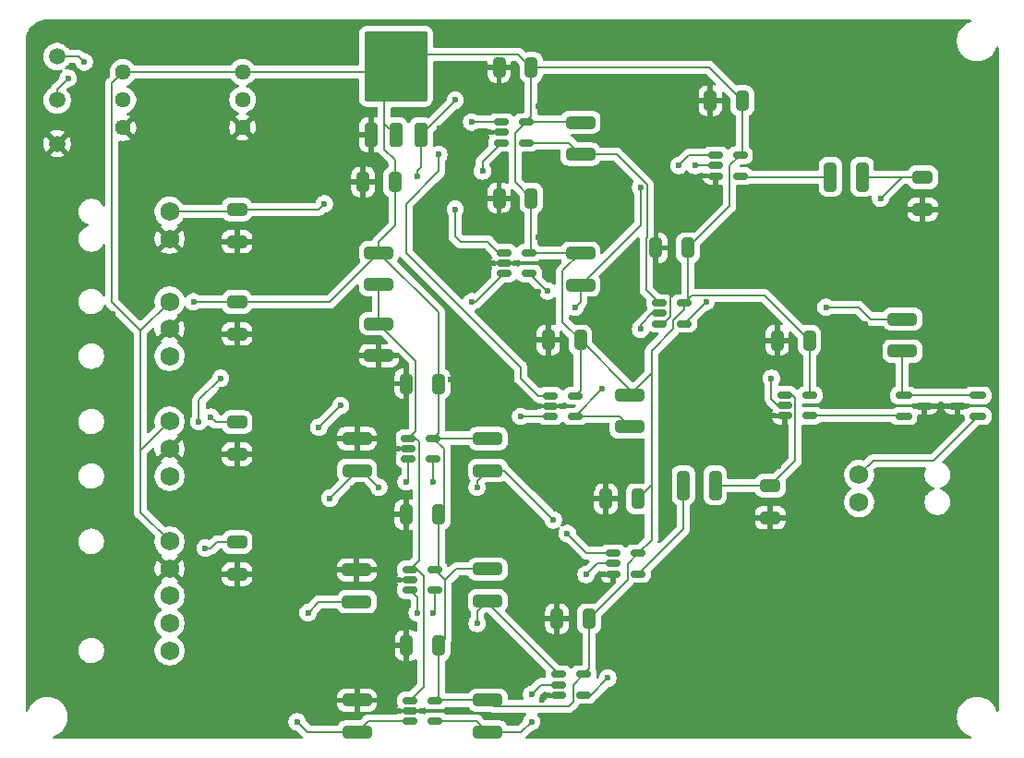
<source format=gbr>
%TF.GenerationSoftware,KiCad,Pcbnew,9.0.0*%
%TF.CreationDate,2025-10-06T07:12:43-05:00*%
%TF.ProjectId,BPSD-2025,42505344-2d32-4303-9235-2e6b69636164,rev?*%
%TF.SameCoordinates,Original*%
%TF.FileFunction,Copper,L1,Top*%
%TF.FilePolarity,Positive*%
%FSLAX46Y46*%
G04 Gerber Fmt 4.6, Leading zero omitted, Abs format (unit mm)*
G04 Created by KiCad (PCBNEW 9.0.0) date 2025-10-06 07:12:43*
%MOMM*%
%LPD*%
G01*
G04 APERTURE LIST*
G04 Aperture macros list*
%AMRoundRect*
0 Rectangle with rounded corners*
0 $1 Rounding radius*
0 $2 $3 $4 $5 $6 $7 $8 $9 X,Y pos of 4 corners*
0 Add a 4 corners polygon primitive as box body*
4,1,4,$2,$3,$4,$5,$6,$7,$8,$9,$2,$3,0*
0 Add four circle primitives for the rounded corners*
1,1,$1+$1,$2,$3*
1,1,$1+$1,$4,$5*
1,1,$1+$1,$6,$7*
1,1,$1+$1,$8,$9*
0 Add four rect primitives between the rounded corners*
20,1,$1+$1,$2,$3,$4,$5,0*
20,1,$1+$1,$4,$5,$6,$7,0*
20,1,$1+$1,$6,$7,$8,$9,0*
20,1,$1+$1,$8,$9,$2,$3,0*%
G04 Aperture macros list end*
%TA.AperFunction,SMDPad,CuDef*%
%ADD10RoundRect,0.150000X0.587500X0.150000X-0.587500X0.150000X-0.587500X-0.150000X0.587500X-0.150000X0*%
%TD*%
%TA.AperFunction,SMDPad,CuDef*%
%ADD11C,1.500000*%
%TD*%
%TA.AperFunction,SMDPad,CuDef*%
%ADD12RoundRect,0.250000X1.075000X-0.312500X1.075000X0.312500X-1.075000X0.312500X-1.075000X-0.312500X0*%
%TD*%
%TA.AperFunction,SMDPad,CuDef*%
%ADD13RoundRect,0.250000X-0.325000X-0.650000X0.325000X-0.650000X0.325000X0.650000X-0.325000X0.650000X0*%
%TD*%
%TA.AperFunction,ComponentPad*%
%ADD14C,1.752600*%
%TD*%
%TA.AperFunction,SMDPad,CuDef*%
%ADD15RoundRect,0.250000X-1.075000X0.312500X-1.075000X-0.312500X1.075000X-0.312500X1.075000X0.312500X0*%
%TD*%
%TA.AperFunction,ComponentPad*%
%ADD16C,1.440000*%
%TD*%
%TA.AperFunction,SMDPad,CuDef*%
%ADD17RoundRect,0.250000X-0.650000X0.325000X-0.650000X-0.325000X0.650000X-0.325000X0.650000X0.325000X0*%
%TD*%
%TA.AperFunction,SMDPad,CuDef*%
%ADD18RoundRect,0.150000X-0.512500X-0.150000X0.512500X-0.150000X0.512500X0.150000X-0.512500X0.150000X0*%
%TD*%
%TA.AperFunction,SMDPad,CuDef*%
%ADD19RoundRect,0.150000X-0.587500X-0.150000X0.587500X-0.150000X0.587500X0.150000X-0.587500X0.150000X0*%
%TD*%
%TA.AperFunction,SMDPad,CuDef*%
%ADD20RoundRect,0.250000X0.325000X0.650000X-0.325000X0.650000X-0.325000X-0.650000X0.325000X-0.650000X0*%
%TD*%
%TA.AperFunction,SMDPad,CuDef*%
%ADD21RoundRect,0.250000X-0.312500X-1.075000X0.312500X-1.075000X0.312500X1.075000X-0.312500X1.075000X0*%
%TD*%
%TA.AperFunction,SMDPad,CuDef*%
%ADD22RoundRect,0.250000X0.350000X-0.850000X0.350000X0.850000X-0.350000X0.850000X-0.350000X-0.850000X0*%
%TD*%
%TA.AperFunction,SMDPad,CuDef*%
%ADD23RoundRect,0.250000X1.125000X-1.275000X1.125000X1.275000X-1.125000X1.275000X-1.125000X-1.275000X0*%
%TD*%
%TA.AperFunction,SMDPad,CuDef*%
%ADD24RoundRect,0.249997X2.650003X-2.950003X2.650003X2.950003X-2.650003X2.950003X-2.650003X-2.950003X0*%
%TD*%
%TA.AperFunction,ViaPad*%
%ADD25C,0.600000*%
%TD*%
%TA.AperFunction,Conductor*%
%ADD26C,0.200000*%
%TD*%
G04 APERTURE END LIST*
D10*
%TO.P,Q2,1,D*%
%TO.N,BSPD_OUT*%
X186340000Y-103412500D03*
%TO.P,Q2,2,G*%
%TO.N,Net-(Q1-D)*%
X186340000Y-101512500D03*
%TO.P,Q2,3,S*%
%TO.N,GND*%
X184465000Y-102462500D03*
%TD*%
D11*
%TO.P,TP9,1,1*%
%TO.N,/THRESH_BSE*%
X101902500Y-70425000D03*
%TD*%
D12*
%TO.P,R13,1*%
%TO.N,Net-(R13-Pad1)*%
X154402500Y-104387500D03*
%TO.P,R13,2*%
%TO.N,+5V*%
X154402500Y-101462500D03*
%TD*%
D11*
%TO.P,TP10,1,1*%
%TO.N,GND*%
X101902500Y-78425000D03*
%TD*%
D13*
%TO.P,C19,1*%
%TO.N,GND*%
X133927500Y-112425000D03*
%TO.P,C19,2*%
%TO.N,+5V*%
X136877500Y-112425000D03*
%TD*%
D12*
%TO.P,R22,1*%
%TO.N,/0.455V*%
X131402500Y-91350000D03*
%TO.P,R22,2*%
%TO.N,+5V*%
X131402500Y-88425000D03*
%TD*%
D14*
%TO.P,J4,1,1*%
%TO.N,unconnected-(J4-Pad1)*%
X112210606Y-124891600D03*
%TO.P,J4,2,2*%
%TO.N,unconnected-(J4-Pad2)*%
X112210606Y-122391600D03*
%TO.P,J4,3,3*%
%TO.N,/ACCUM_V*%
X112210606Y-119891600D03*
%TO.P,J4,4,4*%
%TO.N,GND*%
X112210606Y-117391600D03*
%TO.P,J4,5,5*%
%TO.N,+5V*%
X112210606Y-114891600D03*
%TD*%
D13*
%TO.P,C23,1*%
%TO.N,GND*%
X152202500Y-110975000D03*
%TO.P,C23,2*%
%TO.N,+5V*%
X155152500Y-110975000D03*
%TD*%
%TO.P,C21,1*%
%TO.N,GND*%
X167927500Y-96462500D03*
%TO.P,C21,2*%
%TO.N,+5V*%
X170877500Y-96462500D03*
%TD*%
D15*
%TO.P,R16,1*%
%TO.N,GND*%
X129402500Y-129462500D03*
%TO.P,R16,2*%
%TO.N,/BSE_2*%
X129402500Y-132387500D03*
%TD*%
D12*
%TO.P,R23,1*%
%TO.N,GND*%
X131402500Y-97850000D03*
%TO.P,R23,2*%
%TO.N,/0.455V*%
X131402500Y-94925000D03*
%TD*%
D16*
%TO.P,RV7,1,1*%
%TO.N,+5V*%
X118902500Y-71845000D03*
%TO.P,RV7,2,2*%
%TO.N,/THRESH_BSE*%
X118902500Y-74385000D03*
%TO.P,RV7,3,3*%
%TO.N,GND*%
X118902500Y-76925000D03*
%TD*%
D12*
%TO.P,R15,1*%
%TO.N,Net-(R15-Pad1)*%
X141402500Y-108387500D03*
%TO.P,R15,2*%
%TO.N,+5V*%
X141402500Y-105462500D03*
%TD*%
%TO.P,R21,1*%
%TO.N,Net-(R21-Pad1)*%
X141377500Y-120350000D03*
%TO.P,R21,2*%
%TO.N,+5V*%
X141377500Y-117425000D03*
%TD*%
D17*
%TO.P,C10,1*%
%TO.N,Net-(C10-Pad1)*%
X167287500Y-109775000D03*
%TO.P,C10,2*%
%TO.N,GND*%
X167287500Y-112725000D03*
%TD*%
D13*
%TO.P,C24,1*%
%TO.N,GND*%
X156790000Y-87975000D03*
%TO.P,C24,2*%
%TO.N,+5V*%
X159740000Y-87975000D03*
%TD*%
%TO.P,C25,1*%
%TO.N,GND*%
X161790000Y-74475000D03*
%TO.P,C25,2*%
%TO.N,+5V*%
X164740000Y-74475000D03*
%TD*%
D18*
%TO.P,U7,1*%
%TO.N,Net-(R21-Pad1)*%
X147902500Y-127075000D03*
%TO.P,U7,2*%
%TO.N,Net-(R24-Pad1)*%
X147902500Y-128025000D03*
%TO.P,U7,3,GND*%
%TO.N,GND*%
X147902500Y-128975000D03*
%TO.P,U7,4*%
%TO.N,Net-(U7-Pad4)*%
X150177500Y-128975000D03*
%TO.P,U7,5,VCC*%
%TO.N,+5V*%
X150177500Y-127075000D03*
%TD*%
%TO.P,U10,1,-*%
%TO.N,/0.455V*%
X134240000Y-117475000D03*
%TO.P,U10,2,V-*%
%TO.N,GND*%
X134240000Y-118425000D03*
%TO.P,U10,3,+*%
%TO.N,/BSE_1*%
X134240000Y-119375000D03*
%TO.P,U10,4*%
%TO.N,Net-(R21-Pad1)*%
X136515000Y-119375000D03*
%TO.P,U10,5,V+*%
%TO.N,+5V*%
X136515000Y-117475000D03*
%TD*%
D17*
%TO.P,C26,1*%
%TO.N,+5V*%
X118402500Y-114950000D03*
%TO.P,C26,2*%
%TO.N,GND*%
X118402500Y-117900000D03*
%TD*%
D18*
%TO.P,U18,1*%
%TO.N,Net-(R12-Pad1)*%
X157127500Y-93025000D03*
%TO.P,U18,2*%
%TO.N,Net-(R13-Pad1)*%
X157127500Y-93975000D03*
%TO.P,U18,3,GND*%
%TO.N,GND*%
X157127500Y-94925000D03*
%TO.P,U18,4*%
%TO.N,Net-(U11-Pad2)*%
X159402500Y-94925000D03*
%TO.P,U18,5,VCC*%
%TO.N,+5V*%
X159402500Y-93025000D03*
%TD*%
D13*
%TO.P,C17,1*%
%TO.N,GND*%
X146927500Y-96425000D03*
%TO.P,C17,2*%
%TO.N,+5V*%
X149877500Y-96425000D03*
%TD*%
D18*
%TO.P,U4,1,-*%
%TO.N,/THRESH_ACCUM*%
X142902500Y-88425000D03*
%TO.P,U4,2,V-*%
%TO.N,GND*%
X142902500Y-89375000D03*
%TO.P,U4,3,+*%
%TO.N,/ACCUM_V*%
X142902500Y-90325000D03*
%TO.P,U4,4*%
%TO.N,Net-(R11-Pad1)*%
X145177500Y-90325000D03*
%TO.P,U4,5,V+*%
%TO.N,+5V*%
X145177500Y-88425000D03*
%TD*%
D14*
%TO.P,J5,1,1*%
%TO.N,BSPD_OUT*%
X175441895Y-108783400D03*
%TO.P,J5,2,2*%
%TO.N,unconnected-(J5-Pad2)*%
X175441895Y-111283400D03*
%TD*%
D13*
%TO.P,C16,1*%
%TO.N,GND*%
X142427500Y-71425000D03*
%TO.P,C16,2*%
%TO.N,+5V*%
X145377500Y-71425000D03*
%TD*%
D14*
%TO.P,J1,1,1*%
%TO.N,/BSE_1*%
X112210606Y-108891600D03*
%TO.P,J1,2,2*%
%TO.N,GND*%
X112210606Y-106391600D03*
%TO.P,J1,3,3*%
%TO.N,+5V*%
X112210606Y-103891600D03*
%TD*%
D17*
%TO.P,C11,1*%
%TO.N,Net-(C11-Pad1)*%
X181265000Y-81500000D03*
%TO.P,C11,2*%
%TO.N,GND*%
X181265000Y-84450000D03*
%TD*%
D12*
%TO.P,R24,1*%
%TO.N,Net-(R24-Pad1)*%
X141402500Y-132387500D03*
%TO.P,R24,2*%
%TO.N,+5V*%
X141402500Y-129462500D03*
%TD*%
D17*
%TO.P,C14,1*%
%TO.N,+5V*%
X118402500Y-103950000D03*
%TO.P,C14,2*%
%TO.N,GND*%
X118402500Y-106900000D03*
%TD*%
D18*
%TO.P,U6,1,-*%
%TO.N,/THRESH_BSE*%
X147127500Y-101525000D03*
%TO.P,U6,2,V-*%
%TO.N,GND*%
X147127500Y-102475000D03*
%TO.P,U6,3,+*%
%TO.N,/BSE_2*%
X147127500Y-103425000D03*
%TO.P,U6,4*%
%TO.N,Net-(R13-Pad1)*%
X149402500Y-103425000D03*
%TO.P,U6,5,V+*%
%TO.N,+5V*%
X149402500Y-101525000D03*
%TD*%
D19*
%TO.P,Q1,1,D*%
%TO.N,Net-(Q1-D)*%
X179527500Y-101512500D03*
%TO.P,Q1,2,G*%
%TO.N,Net-(Q1-G)*%
X179527500Y-103412500D03*
%TO.P,Q1,3,S*%
%TO.N,GND*%
X181402500Y-102462500D03*
%TD*%
D20*
%TO.P,C2,1*%
%TO.N,+5V*%
X132902500Y-81925000D03*
%TO.P,C2,2*%
%TO.N,GND*%
X129952500Y-81925000D03*
%TD*%
D17*
%TO.P,C13,1*%
%TO.N,+5V*%
X118402500Y-92925000D03*
%TO.P,C13,2*%
%TO.N,GND*%
X118402500Y-95875000D03*
%TD*%
D12*
%TO.P,R19,1*%
%TO.N,Net-(Q1-D)*%
X179402500Y-97425000D03*
%TO.P,R19,2*%
%TO.N,+12V*%
X179402500Y-94500000D03*
%TD*%
D13*
%TO.P,C20,1*%
%TO.N,GND*%
X133952500Y-124425000D03*
%TO.P,C20,2*%
%TO.N,+5V*%
X136902500Y-124425000D03*
%TD*%
%TO.P,C22,1*%
%TO.N,GND*%
X147727500Y-121975000D03*
%TO.P,C22,2*%
%TO.N,+5V*%
X150677500Y-121975000D03*
%TD*%
D15*
%TO.P,R17,1*%
%TO.N,GND*%
X129377500Y-117500000D03*
%TO.P,R17,2*%
%TO.N,/BSE_1*%
X129377500Y-120425000D03*
%TD*%
%TO.P,R14,1*%
%TO.N,GND*%
X129402500Y-105462500D03*
%TO.P,R14,2*%
%TO.N,/ACCUM_V*%
X129402500Y-108387500D03*
%TD*%
D17*
%TO.P,C4,1*%
%TO.N,+12V*%
X118402500Y-84450000D03*
%TO.P,C4,2*%
%TO.N,GND*%
X118402500Y-87400000D03*
%TD*%
D21*
%TO.P,R20,1*%
%TO.N,/DISCONNECT_HOLD*%
X159325000Y-109750000D03*
%TO.P,R20,2*%
%TO.N,Net-(C10-Pad1)*%
X162250000Y-109750000D03*
%TD*%
D18*
%TO.P,U11,1*%
%TO.N,Net-(R11-Pad1)*%
X162265000Y-79475000D03*
%TO.P,U11,2*%
%TO.N,Net-(U11-Pad2)*%
X162265000Y-80425000D03*
%TO.P,U11,3,GND*%
%TO.N,GND*%
X162265000Y-81375000D03*
%TO.P,U11,4*%
%TO.N,/BRAKE+CURRENT_HOLD*%
X164540000Y-81375000D03*
%TO.P,U11,5,VCC*%
%TO.N,+5V*%
X164540000Y-79475000D03*
%TD*%
D12*
%TO.P,R12,1*%
%TO.N,Net-(R12-Pad1)*%
X149902500Y-79387500D03*
%TO.P,R12,2*%
%TO.N,+5V*%
X149902500Y-76462500D03*
%TD*%
D22*
%TO.P,U3,1,GND*%
%TO.N,GND*%
X130695000Y-77625000D03*
%TO.P,U3,2,VO*%
%TO.N,+5V*%
X132975000Y-77625000D03*
D23*
X131450000Y-73000000D03*
X134500000Y-73000000D03*
D24*
X132975000Y-71325000D03*
D23*
X131450000Y-69650000D03*
X134500000Y-69650000D03*
D22*
%TO.P,U3,3,VI*%
%TO.N,+12V*%
X135255000Y-77625000D03*
%TD*%
D14*
%TO.P,J3,1,1*%
%TO.N,GND*%
X112210606Y-87141600D03*
%TO.P,J3,2,2*%
%TO.N,+12V*%
X112210606Y-84641600D03*
%TD*%
D12*
%TO.P,R11,1*%
%TO.N,Net-(R11-Pad1)*%
X149877500Y-91387500D03*
%TO.P,R11,2*%
%TO.N,+5V*%
X149877500Y-88462500D03*
%TD*%
D18*
%TO.P,U9,1,-*%
%TO.N,/0.455V*%
X134127500Y-105425000D03*
%TO.P,U9,2,V-*%
%TO.N,GND*%
X134127500Y-106375000D03*
%TO.P,U9,3,+*%
%TO.N,/ACCUM_V*%
X134127500Y-107325000D03*
%TO.P,U9,4*%
%TO.N,Net-(R15-Pad1)*%
X136402500Y-107325000D03*
%TO.P,U9,5,V+*%
%TO.N,+5V*%
X136402500Y-105425000D03*
%TD*%
%TO.P,U12,1,-*%
%TO.N,/0.455V*%
X134265000Y-129475000D03*
%TO.P,U12,2,V-*%
%TO.N,GND*%
X134265000Y-130425000D03*
%TO.P,U12,3,+*%
%TO.N,/BSE_2*%
X134265000Y-131375000D03*
%TO.P,U12,4*%
%TO.N,Net-(R24-Pad1)*%
X136540000Y-131375000D03*
%TO.P,U12,5,V+*%
%TO.N,+5V*%
X136540000Y-129475000D03*
%TD*%
%TO.P,U5,1,-*%
%TO.N,/THRESH_BSE*%
X142627500Y-76425000D03*
%TO.P,U5,2,V-*%
%TO.N,GND*%
X142627500Y-77375000D03*
%TO.P,U5,3,+*%
%TO.N,/BSE_1*%
X142627500Y-78325000D03*
%TO.P,U5,4*%
%TO.N,Net-(R12-Pad1)*%
X144902500Y-78325000D03*
%TO.P,U5,5,V+*%
%TO.N,+5V*%
X144902500Y-76425000D03*
%TD*%
D16*
%TO.P,RV6,1,1*%
%TO.N,+5V*%
X107932500Y-71875000D03*
%TO.P,RV6,2,2*%
%TO.N,/THRESH_ACCUM*%
X107932500Y-74415000D03*
%TO.P,RV6,3,3*%
%TO.N,GND*%
X107932500Y-76955000D03*
%TD*%
D13*
%TO.P,C18,1*%
%TO.N,GND*%
X133927500Y-100425000D03*
%TO.P,C18,2*%
%TO.N,+5V*%
X136877500Y-100425000D03*
%TD*%
D11*
%TO.P,TP8,1,1*%
%TO.N,/THRESH_ACCUM*%
X101902500Y-74425000D03*
%TD*%
D18*
%TO.P,U17,1*%
%TO.N,Net-(C10-Pad1)*%
X168627500Y-101462500D03*
%TO.P,U17,2*%
%TO.N,Net-(C11-Pad1)*%
X168627500Y-102412500D03*
%TO.P,U17,3,GND*%
%TO.N,GND*%
X168627500Y-103362500D03*
%TO.P,U17,4*%
%TO.N,Net-(Q1-G)*%
X170902500Y-103362500D03*
%TO.P,U17,5,VCC*%
%TO.N,+5V*%
X170902500Y-101462500D03*
%TD*%
D14*
%TO.P,J2,1,1*%
%TO.N,/BSE_2*%
X112210606Y-97891600D03*
%TO.P,J2,2,2*%
%TO.N,GND*%
X112210606Y-95391600D03*
%TO.P,J2,3,3*%
%TO.N,+5V*%
X112210606Y-92891600D03*
%TD*%
D18*
%TO.P,U8,1*%
%TO.N,Net-(R15-Pad1)*%
X152902500Y-115975000D03*
%TO.P,U8,2*%
%TO.N,Net-(U7-Pad4)*%
X152902500Y-116925000D03*
%TO.P,U8,3,GND*%
%TO.N,GND*%
X152902500Y-117875000D03*
%TO.P,U8,4*%
%TO.N,/DISCONNECT_HOLD*%
X155177500Y-117875000D03*
%TO.P,U8,5,VCC*%
%TO.N,+5V*%
X155177500Y-115975000D03*
%TD*%
D21*
%TO.P,R18,1*%
%TO.N,/BRAKE+CURRENT_HOLD*%
X172802500Y-81475000D03*
%TO.P,R18,2*%
%TO.N,Net-(C11-Pad1)*%
X175727500Y-81475000D03*
%TD*%
D13*
%TO.P,C15,1*%
%TO.N,GND*%
X142427500Y-83425000D03*
%TO.P,C15,2*%
%TO.N,+5V*%
X145377500Y-83425000D03*
%TD*%
D25*
%TO.N,+5V*%
X114402500Y-92925000D03*
X116000000Y-103500000D03*
X115500000Y-115500000D03*
%TO.N,GND*%
X151000000Y-106000000D03*
X155000000Y-121000000D03*
X131000000Y-126000000D03*
X175000000Y-121000000D03*
X177000000Y-105000000D03*
X107000000Y-130000000D03*
X115000000Y-81000000D03*
X174000000Y-69000000D03*
X148000000Y-69000000D03*
X124000000Y-69000000D03*
X166000000Y-115000000D03*
X187000000Y-117000000D03*
X147000000Y-85000000D03*
X114000000Y-87000000D03*
X127000000Y-101000000D03*
X153000000Y-114000000D03*
X187000000Y-109000000D03*
X144000000Y-128000000D03*
X158000000Y-123000000D03*
X116000000Y-87000000D03*
X143000000Y-126000000D03*
X147000000Y-106000000D03*
X175000000Y-87000000D03*
X179000000Y-125000000D03*
X108000000Y-128000000D03*
X180000000Y-69000000D03*
X183000000Y-81000000D03*
X156000000Y-127000000D03*
X176000000Y-85000000D03*
X104000000Y-112000000D03*
X172000000Y-85000000D03*
X120000000Y-132000000D03*
X168000000Y-73000000D03*
X141000000Y-89000000D03*
X116000000Y-83000000D03*
X185000000Y-85000000D03*
X153000000Y-73000000D03*
X176000000Y-73000000D03*
X118000000Y-124000000D03*
X145000000Y-122000000D03*
X128000000Y-74000000D03*
X182000000Y-87000000D03*
X142000000Y-124000000D03*
X173000000Y-125000000D03*
X143000000Y-94000000D03*
X130000000Y-99000000D03*
X173000000Y-71000000D03*
X106000000Y-128000000D03*
X125000000Y-81000000D03*
X148000000Y-116000000D03*
X171000000Y-83000000D03*
X146000000Y-116000000D03*
X113000000Y-130000000D03*
X160000000Y-100000000D03*
X165000000Y-102000000D03*
X125000000Y-97000000D03*
X143000000Y-85000000D03*
X165000000Y-98000000D03*
X178000000Y-123000000D03*
X101000000Y-126000000D03*
X147000000Y-114000000D03*
X136000000Y-87000000D03*
X153000000Y-98000000D03*
X127000000Y-85000000D03*
X108000000Y-116000000D03*
X126000000Y-128000000D03*
X170000000Y-115000000D03*
X126000000Y-74000000D03*
X128000000Y-87000000D03*
X165000000Y-113000000D03*
X103000000Y-114000000D03*
X112000000Y-132000000D03*
X161000000Y-121000000D03*
X128000000Y-83000000D03*
X165000000Y-83000000D03*
X159000000Y-98000000D03*
X180000000Y-91000000D03*
X183000000Y-129000000D03*
X126000000Y-83000000D03*
X140000000Y-79000000D03*
X170000000Y-123000000D03*
X160000000Y-115000000D03*
X167000000Y-91000000D03*
X173000000Y-87000000D03*
X183000000Y-75000000D03*
X106000000Y-112000000D03*
X156000000Y-131000000D03*
X173000000Y-129000000D03*
X178000000Y-127000000D03*
X108000000Y-104000000D03*
X149000000Y-81000000D03*
X159000000Y-129000000D03*
X121000000Y-101000000D03*
X169000000Y-75000000D03*
X161000000Y-102000000D03*
X182000000Y-131000000D03*
X118000000Y-132000000D03*
X125000000Y-126000000D03*
X167000000Y-125000000D03*
X150000000Y-112000000D03*
X180000000Y-123000000D03*
X122000000Y-99000000D03*
X111000000Y-73000000D03*
X185000000Y-109000000D03*
X179000000Y-75000000D03*
X123000000Y-101000000D03*
X128000000Y-124000000D03*
X126000000Y-79000000D03*
X111000000Y-69000000D03*
X148000000Y-75000000D03*
X128000000Y-69000000D03*
X109000000Y-126000000D03*
X177000000Y-129000000D03*
X145000000Y-114000000D03*
X137000000Y-85000000D03*
X109000000Y-130000000D03*
X162000000Y-123000000D03*
X122000000Y-91000000D03*
X141000000Y-114000000D03*
X138000000Y-128000000D03*
X170000000Y-93000000D03*
X174000000Y-85000000D03*
X126000000Y-87000000D03*
X115000000Y-89000000D03*
X121000000Y-118000000D03*
X186000000Y-127000000D03*
X114000000Y-132000000D03*
X183000000Y-125000000D03*
X126000000Y-124000000D03*
X181000000Y-129000000D03*
X101000000Y-118000000D03*
X169000000Y-87000000D03*
X186000000Y-87000000D03*
X127000000Y-114000000D03*
X158000000Y-119000000D03*
X117000000Y-110000000D03*
X126000000Y-69000000D03*
X159000000Y-77000000D03*
X163000000Y-87000000D03*
X146000000Y-108000000D03*
X177000000Y-101000000D03*
X170000000Y-69000000D03*
X175000000Y-75000000D03*
X171000000Y-129000000D03*
X155000000Y-114000000D03*
X161000000Y-106000000D03*
X104000000Y-100000000D03*
X184000000Y-73000000D03*
X182000000Y-119000000D03*
X128000000Y-128000000D03*
X165000000Y-125000000D03*
X118000000Y-83000000D03*
X165000000Y-91000000D03*
X182000000Y-69000000D03*
X132000000Y-112000000D03*
X165000000Y-106000000D03*
X181000000Y-89000000D03*
X146000000Y-92000000D03*
X174000000Y-95000000D03*
X187000000Y-125000000D03*
X101000000Y-98000000D03*
X137000000Y-77000000D03*
X129000000Y-97000000D03*
X187000000Y-93000000D03*
X152000000Y-92000000D03*
X167000000Y-106000000D03*
X170000000Y-119000000D03*
X159000000Y-121000000D03*
X116000000Y-128000000D03*
X181000000Y-125000000D03*
X145000000Y-118000000D03*
X181000000Y-75000000D03*
X125000000Y-118000000D03*
X154000000Y-83000000D03*
X187000000Y-85000000D03*
X117000000Y-126000000D03*
X178000000Y-91000000D03*
X184000000Y-83000000D03*
X102000000Y-124000000D03*
X154000000Y-96000000D03*
X173000000Y-75000000D03*
X176000000Y-123000000D03*
X146000000Y-87000000D03*
X157000000Y-73000000D03*
X166000000Y-77000000D03*
X150000000Y-69000000D03*
X147000000Y-118000000D03*
X144000000Y-69000000D03*
X128000000Y-116000000D03*
X120000000Y-124000000D03*
X103000000Y-98000000D03*
X123000000Y-106000000D03*
X159000000Y-117000000D03*
X162000000Y-96000000D03*
X152000000Y-69000000D03*
X156000000Y-119000000D03*
X187000000Y-89000000D03*
X131000000Y-85000000D03*
X186000000Y-77000000D03*
X103000000Y-90000000D03*
X165000000Y-71000000D03*
X172000000Y-89000000D03*
X160000000Y-123000000D03*
X173000000Y-91000000D03*
X152000000Y-83000000D03*
X157000000Y-129000000D03*
X127000000Y-130000000D03*
X102000000Y-128000000D03*
X180000000Y-119000000D03*
X163000000Y-91000000D03*
X159000000Y-106000000D03*
X101000000Y-114000000D03*
X179000000Y-109000000D03*
X185000000Y-81000000D03*
X166000000Y-89000000D03*
X174000000Y-73000000D03*
X174000000Y-89000000D03*
X140000000Y-69000000D03*
X142000000Y-128000000D03*
X114000000Y-95000000D03*
X123000000Y-118000000D03*
X177000000Y-125000000D03*
X177000000Y-97000000D03*
X158000000Y-104000000D03*
X107000000Y-94000000D03*
X103000000Y-126000000D03*
X108000000Y-96000000D03*
X171000000Y-117000000D03*
X154000000Y-75000000D03*
X178000000Y-119000000D03*
X103000000Y-81000000D03*
X145000000Y-98000000D03*
X166000000Y-73000000D03*
X141000000Y-102000000D03*
X162000000Y-69000000D03*
X132000000Y-124000000D03*
X114000000Y-79000000D03*
X103000000Y-118000000D03*
X140000000Y-100000000D03*
X154000000Y-92000000D03*
X186000000Y-107000000D03*
X182000000Y-99000000D03*
X110000000Y-132000000D03*
X149000000Y-85000000D03*
X179000000Y-129000000D03*
X127000000Y-71000000D03*
X144000000Y-120000000D03*
X152000000Y-108000000D03*
X110000000Y-83000000D03*
X101000000Y-85000000D03*
X156000000Y-79000000D03*
X102000000Y-92000000D03*
X111000000Y-81000000D03*
X142000000Y-112000000D03*
X116000000Y-91000000D03*
X125000000Y-114000000D03*
X176000000Y-127000000D03*
X152000000Y-131000000D03*
X187000000Y-97000000D03*
X124000000Y-91000000D03*
X167000000Y-117000000D03*
X172000000Y-77000000D03*
X111000000Y-77000000D03*
X143000000Y-87000000D03*
X181000000Y-109000000D03*
X103000000Y-122000000D03*
X177000000Y-79000000D03*
X165000000Y-121000000D03*
X179000000Y-79000000D03*
X102000000Y-112000000D03*
X178000000Y-115000000D03*
X172000000Y-107000000D03*
X175000000Y-105000000D03*
X141000000Y-94000000D03*
X108000000Y-120000000D03*
X113000000Y-73000000D03*
X147000000Y-73000000D03*
X179000000Y-71000000D03*
X125000000Y-71000000D03*
X171000000Y-113000000D03*
X158000000Y-69000000D03*
X182000000Y-73000000D03*
X105000000Y-102000000D03*
X162000000Y-131000000D03*
X174000000Y-115000000D03*
X160000000Y-119000000D03*
X164000000Y-89000000D03*
X184000000Y-99000000D03*
X101000000Y-122000000D03*
X148000000Y-124000000D03*
X175000000Y-71000000D03*
X102000000Y-120000000D03*
X104000000Y-83000000D03*
X145000000Y-126000000D03*
X176000000Y-131000000D03*
X120000000Y-108000000D03*
X124000000Y-124000000D03*
X140000000Y-112000000D03*
X169000000Y-125000000D03*
X120000000Y-95000000D03*
X155000000Y-73000000D03*
X183000000Y-93000000D03*
X183000000Y-71000000D03*
X146000000Y-100000000D03*
X108000000Y-124000000D03*
X149000000Y-126000000D03*
X131000000Y-114000000D03*
X115000000Y-126000000D03*
X151000000Y-114000000D03*
X116000000Y-95000000D03*
X155000000Y-125000000D03*
X143000000Y-114000000D03*
X158000000Y-100000000D03*
X163000000Y-125000000D03*
X120000000Y-112000000D03*
X102000000Y-116000000D03*
X133000000Y-126000000D03*
X183000000Y-117000000D03*
X166000000Y-127000000D03*
X170000000Y-89000000D03*
X102000000Y-83000000D03*
X124000000Y-76000000D03*
X121000000Y-130000000D03*
X175000000Y-97000000D03*
X122000000Y-124000000D03*
X122000000Y-112000000D03*
X158000000Y-131000000D03*
X140000000Y-124000000D03*
X169000000Y-79000000D03*
X184000000Y-95000000D03*
X108000000Y-90000000D03*
X115000000Y-69000000D03*
X129000000Y-93000000D03*
X179000000Y-113000000D03*
X185000000Y-129000000D03*
X101000000Y-110000000D03*
X158000000Y-75000000D03*
X183000000Y-85000000D03*
X184000000Y-123000000D03*
X128000000Y-95000000D03*
X181000000Y-121000000D03*
X180000000Y-115000000D03*
X175000000Y-101000000D03*
X184000000Y-87000000D03*
X119000000Y-81000000D03*
X162000000Y-115000000D03*
X150000000Y-108000000D03*
X138000000Y-69000000D03*
X167000000Y-75000000D03*
X180000000Y-73000000D03*
X146000000Y-124000000D03*
X185000000Y-121000000D03*
X156000000Y-75000000D03*
X139000000Y-89000000D03*
X106000000Y-96000000D03*
X121000000Y-126000000D03*
X148000000Y-108000000D03*
X105000000Y-118000000D03*
X153000000Y-106000000D03*
X182000000Y-77000000D03*
X155000000Y-94000000D03*
X148000000Y-100000000D03*
X108000000Y-108000000D03*
X186000000Y-73000000D03*
X129000000Y-110000000D03*
X121000000Y-81000000D03*
X127000000Y-97000000D03*
X141000000Y-126000000D03*
X143000000Y-110000000D03*
X121000000Y-106000000D03*
X181000000Y-117000000D03*
X110000000Y-128000000D03*
X146400000Y-129400000D03*
X181000000Y-105000000D03*
X164000000Y-111000000D03*
X167000000Y-129000000D03*
X179000000Y-121000000D03*
X154000000Y-123000000D03*
X107000000Y-126000000D03*
X145000000Y-106000000D03*
X107000000Y-110000000D03*
X186000000Y-115000000D03*
X168000000Y-123000000D03*
X173000000Y-97000000D03*
X187000000Y-81000000D03*
X108000000Y-100000000D03*
X108000000Y-132000000D03*
X102000000Y-108000000D03*
X129000000Y-114000000D03*
X121000000Y-89000000D03*
X162000000Y-119000000D03*
X121000000Y-110000000D03*
X151000000Y-81000000D03*
X130000000Y-112000000D03*
X164000000Y-104000000D03*
X175000000Y-91000000D03*
X157000000Y-91000000D03*
X175000000Y-117000000D03*
X146000000Y-75000000D03*
X158000000Y-79000000D03*
X166000000Y-108000000D03*
X178000000Y-131000000D03*
X166000000Y-85000000D03*
X159000000Y-73000000D03*
X130000000Y-124000000D03*
X173000000Y-105000000D03*
X140000000Y-128000000D03*
X174000000Y-99000000D03*
X115000000Y-97000000D03*
X139000000Y-122000000D03*
X149000000Y-110000000D03*
X163000000Y-71000000D03*
X173000000Y-101000000D03*
X144000000Y-92000000D03*
X167000000Y-71000000D03*
X177000000Y-117000000D03*
X148000000Y-112000000D03*
X138000000Y-116000000D03*
X139000000Y-81000000D03*
X166000000Y-119000000D03*
X181000000Y-79000000D03*
X153000000Y-81000000D03*
X163000000Y-102000000D03*
X168000000Y-89000000D03*
X175000000Y-125000000D03*
X124000000Y-116000000D03*
X167000000Y-83000000D03*
X138000000Y-98000000D03*
X182000000Y-115000000D03*
X124000000Y-99000000D03*
X127000000Y-76000000D03*
X130000000Y-128000000D03*
X171000000Y-87000000D03*
X182000000Y-127000000D03*
X127000000Y-81000000D03*
X161000000Y-125000000D03*
X161000000Y-117000000D03*
X117000000Y-130000000D03*
X115000000Y-110000000D03*
X129000000Y-126000000D03*
X124000000Y-87000000D03*
X180000000Y-131000000D03*
X155000000Y-90000000D03*
X167000000Y-121000000D03*
X144000000Y-74000000D03*
X166000000Y-100000000D03*
X172000000Y-69000000D03*
X132000000Y-128000000D03*
X166000000Y-96000000D03*
X163000000Y-98000000D03*
X147000000Y-94000000D03*
X185000000Y-125000000D03*
X175000000Y-79000000D03*
X127000000Y-118000000D03*
X176000000Y-69000000D03*
X118000000Y-128000000D03*
X187000000Y-75000000D03*
X124000000Y-95000000D03*
X117000000Y-97000000D03*
X122000000Y-83000000D03*
X143000000Y-81000000D03*
X103000000Y-85000000D03*
X104000000Y-120000000D03*
X113000000Y-77000000D03*
X171000000Y-121000000D03*
X101000000Y-94000000D03*
X124000000Y-128000000D03*
X187000000Y-121000000D03*
X135000000Y-85000000D03*
X154000000Y-131000000D03*
X169000000Y-121000000D03*
X157000000Y-121000000D03*
X176000000Y-89000000D03*
X186000000Y-83000000D03*
X150000000Y-87000000D03*
X179000000Y-105000000D03*
X164000000Y-100000000D03*
X139000000Y-126000000D03*
X165000000Y-117000000D03*
X187000000Y-105000000D03*
X105000000Y-122000000D03*
X106000000Y-100000000D03*
X115000000Y-77000000D03*
X112000000Y-79000000D03*
X169000000Y-113000000D03*
X163000000Y-121000000D03*
X183000000Y-105000000D03*
X174000000Y-77000000D03*
X140000000Y-116000000D03*
X125000000Y-130000000D03*
X165000000Y-87000000D03*
X125000000Y-101000000D03*
X168000000Y-85000000D03*
X172000000Y-99000000D03*
X168000000Y-127000000D03*
X165000000Y-129000000D03*
X128000000Y-99000000D03*
X171000000Y-91000000D03*
X168000000Y-77000000D03*
X157000000Y-125000000D03*
X101000000Y-81000000D03*
X127000000Y-126000000D03*
X176000000Y-115000000D03*
X160000000Y-131000000D03*
X186000000Y-91000000D03*
X172000000Y-131000000D03*
X144000000Y-102000000D03*
X164000000Y-115000000D03*
X181000000Y-113000000D03*
X139000000Y-72000000D03*
X186000000Y-111000000D03*
X141000000Y-72000000D03*
X158000000Y-112000000D03*
X177000000Y-121000000D03*
X184000000Y-77000000D03*
X145000000Y-94000000D03*
X151000000Y-110000000D03*
X137000000Y-72000000D03*
X185000000Y-79000000D03*
X146000000Y-120000000D03*
X185000000Y-117000000D03*
X176000000Y-95000000D03*
X169000000Y-83000000D03*
X168000000Y-108000000D03*
X112000000Y-128000000D03*
X178000000Y-73000000D03*
X186000000Y-123000000D03*
X103000000Y-102000000D03*
X164000000Y-127000000D03*
X166000000Y-131000000D03*
X163000000Y-106000000D03*
X115000000Y-130000000D03*
X118000000Y-112000000D03*
X182000000Y-95000000D03*
X107000000Y-122000000D03*
X171000000Y-75000000D03*
X149000000Y-73000000D03*
X121000000Y-114000000D03*
X112000000Y-71000000D03*
X170000000Y-111000000D03*
X122000000Y-108000000D03*
X149000000Y-118000000D03*
X150000000Y-131000000D03*
X119000000Y-110000000D03*
X175000000Y-129000000D03*
X144000000Y-112000000D03*
X147000000Y-98000000D03*
X144000000Y-116000000D03*
X129000000Y-101000000D03*
X164000000Y-69000000D03*
X157000000Y-83000000D03*
X161000000Y-113000000D03*
X104000000Y-132000000D03*
X155000000Y-106000000D03*
X168000000Y-115000000D03*
X149000000Y-106000000D03*
X141000000Y-98000000D03*
X170000000Y-131000000D03*
X186000000Y-95000000D03*
X106000000Y-120000000D03*
X183000000Y-79000000D03*
X102000000Y-87000000D03*
X177000000Y-75000000D03*
X114000000Y-83000000D03*
X152000000Y-75000000D03*
X134000000Y-128000000D03*
X155000000Y-129000000D03*
X125000000Y-89000000D03*
X153000000Y-129000000D03*
X120000000Y-99000000D03*
X122000000Y-120000000D03*
X116000000Y-132000000D03*
X183000000Y-121000000D03*
X161000000Y-98000000D03*
X162000000Y-100000000D03*
X123000000Y-126000000D03*
X148000000Y-87000000D03*
X172000000Y-73000000D03*
X170000000Y-127000000D03*
X174000000Y-123000000D03*
X173000000Y-113000000D03*
X105000000Y-130000000D03*
X119000000Y-101000000D03*
X148000000Y-83000000D03*
X183000000Y-97000000D03*
X101000000Y-102000000D03*
X178000000Y-77000000D03*
X123000000Y-89000000D03*
X160000000Y-104000000D03*
X184000000Y-131000000D03*
X142000000Y-116000000D03*
X160000000Y-96000000D03*
X171000000Y-105000000D03*
X130000000Y-87000000D03*
X169000000Y-129000000D03*
X103000000Y-110000000D03*
X153000000Y-77000000D03*
X147000000Y-110000000D03*
X179000000Y-117000000D03*
X117000000Y-89000000D03*
X151000000Y-94000000D03*
X181000000Y-71000000D03*
X154000000Y-127000000D03*
X142000000Y-100000000D03*
X156000000Y-123000000D03*
X144000000Y-96000000D03*
X182000000Y-91000000D03*
X105000000Y-90000000D03*
X105000000Y-106000000D03*
X138000000Y-100000000D03*
X183000000Y-89000000D03*
X119000000Y-89000000D03*
X172000000Y-115000000D03*
X157000000Y-77000000D03*
X153000000Y-90000000D03*
X171000000Y-109000000D03*
X177000000Y-71000000D03*
X184000000Y-119000000D03*
X154000000Y-79000000D03*
X182000000Y-123000000D03*
X132000000Y-116000000D03*
X113000000Y-81000000D03*
X122000000Y-128000000D03*
X133000000Y-114000000D03*
X124000000Y-120000000D03*
X184000000Y-91000000D03*
X102000000Y-96000000D03*
X139000000Y-102000000D03*
X106000000Y-132000000D03*
X123000000Y-97000000D03*
X116000000Y-108000000D03*
X164000000Y-108000000D03*
X174000000Y-119000000D03*
X156000000Y-69000000D03*
X142000000Y-74000000D03*
X172000000Y-119000000D03*
X163000000Y-117000000D03*
X158000000Y-108000000D03*
X148000000Y-120000000D03*
X160000000Y-127000000D03*
X153000000Y-85000000D03*
X154000000Y-108000000D03*
X104000000Y-96000000D03*
X170000000Y-77000000D03*
X176000000Y-119000000D03*
X166000000Y-69000000D03*
X170000000Y-85000000D03*
X167000000Y-79000000D03*
X114000000Y-112000000D03*
X147000000Y-81000000D03*
X139000000Y-114000000D03*
X129000000Y-85000000D03*
X161000000Y-83000000D03*
X122000000Y-87000000D03*
X169000000Y-91000000D03*
X103000000Y-94000000D03*
X173000000Y-121000000D03*
X164000000Y-119000000D03*
X150000000Y-75000000D03*
X168000000Y-119000000D03*
X168000000Y-131000000D03*
X161000000Y-129000000D03*
X113000000Y-69000000D03*
X186000000Y-99000000D03*
X109000000Y-87000000D03*
X107000000Y-98000000D03*
X139000000Y-96000000D03*
X145000000Y-81000000D03*
X180000000Y-111000000D03*
X180000000Y-77000000D03*
X178000000Y-111000000D03*
X166000000Y-104000000D03*
X101000000Y-106000000D03*
X185000000Y-75000000D03*
X172000000Y-123000000D03*
X163000000Y-129000000D03*
X163000000Y-77000000D03*
X179000000Y-85000000D03*
X176000000Y-99000000D03*
X107000000Y-118000000D03*
X163000000Y-113000000D03*
X180000000Y-87000000D03*
X178000000Y-69000000D03*
X174000000Y-127000000D03*
X111000000Y-130000000D03*
X114000000Y-128000000D03*
X140000000Y-91000000D03*
X142000000Y-69000000D03*
X184000000Y-127000000D03*
X158000000Y-85000000D03*
X164000000Y-131000000D03*
X166000000Y-123000000D03*
X158000000Y-127000000D03*
X177000000Y-113000000D03*
X116000000Y-112000000D03*
X105000000Y-81000000D03*
X129000000Y-76000000D03*
X184000000Y-115000000D03*
X159000000Y-102000000D03*
X175000000Y-113000000D03*
X107000000Y-106000000D03*
X185000000Y-71000000D03*
X102000000Y-104000000D03*
X177000000Y-93000000D03*
X179000000Y-93000000D03*
X103000000Y-106000000D03*
X146000000Y-69000000D03*
X128000000Y-112000000D03*
X160000000Y-69000000D03*
X104000000Y-128000000D03*
X162000000Y-104000000D03*
X174000000Y-131000000D03*
X108000000Y-85000000D03*
X171000000Y-125000000D03*
X180000000Y-127000000D03*
X109000000Y-92000000D03*
X116000000Y-99000000D03*
X164000000Y-96000000D03*
X152000000Y-96000000D03*
X167000000Y-87000000D03*
X172000000Y-111000000D03*
X169000000Y-117000000D03*
X154000000Y-69000000D03*
X187000000Y-113000000D03*
X138000000Y-91000000D03*
X185000000Y-93000000D03*
X124000000Y-79000000D03*
X153000000Y-94000000D03*
X109000000Y-81000000D03*
X171000000Y-79000000D03*
X161000000Y-77000000D03*
X173000000Y-117000000D03*
X130000000Y-116000000D03*
X181000000Y-93000000D03*
X102000000Y-100000000D03*
X168000000Y-69000000D03*
X101000000Y-90000000D03*
X160000000Y-75000000D03*
X162000000Y-127000000D03*
X173000000Y-79000000D03*
X115000000Y-73000000D03*
X108000000Y-112000000D03*
X171000000Y-71000000D03*
X119000000Y-130000000D03*
X164000000Y-123000000D03*
X155000000Y-77000000D03*
X126000000Y-116000000D03*
X151000000Y-73000000D03*
X169000000Y-71000000D03*
X152000000Y-87000000D03*
X151000000Y-85000000D03*
X187000000Y-79000000D03*
X185000000Y-97000000D03*
X172000000Y-127000000D03*
X117000000Y-81000000D03*
X186000000Y-119000000D03*
X124000000Y-83000000D03*
X107000000Y-114000000D03*
X110000000Y-90000000D03*
X126000000Y-99000000D03*
X123000000Y-81000000D03*
X118000000Y-91000000D03*
X120000000Y-120000000D03*
X126000000Y-95000000D03*
X107000000Y-102000000D03*
X121000000Y-97000000D03*
X120000000Y-83000000D03*
X117000000Y-101000000D03*
X120000000Y-91000000D03*
X114000000Y-71000000D03*
X184000000Y-113000000D03*
X185000000Y-89000000D03*
X176000000Y-77000000D03*
X148000000Y-131000000D03*
X159000000Y-125000000D03*
X127000000Y-89000000D03*
X170000000Y-73000000D03*
%TO.N,+12V*%
X134902500Y-81425000D03*
X172402500Y-93425000D03*
X126402500Y-83925000D03*
X138402500Y-74425000D03*
%TO.N,Net-(C11-Pad1)*%
X167402500Y-99925000D03*
X177402500Y-83425000D03*
%TO.N,/BSE_1*%
X116902500Y-99925000D03*
X114902500Y-103925000D03*
X134902500Y-121425000D03*
X124902500Y-121425000D03*
X140902500Y-80925000D03*
%TO.N,/BSE_2*%
X144402500Y-103425000D03*
X123902500Y-131425000D03*
%TO.N,Net-(R11-Pad1)*%
X155402500Y-82425000D03*
X146902500Y-91925000D03*
X158902500Y-80425000D03*
X149402500Y-93425000D03*
%TO.N,Net-(R13-Pad1)*%
X151902500Y-100925000D03*
X155402500Y-95425000D03*
%TO.N,/ACCUM_V*%
X126902500Y-110925000D03*
X139902500Y-92925000D03*
X131402500Y-109925000D03*
X127902500Y-102425000D03*
X133902500Y-109425000D03*
X125902500Y-104425000D03*
%TO.N,Net-(R15-Pad1)*%
X140402500Y-109925000D03*
X136402500Y-109425000D03*
X148691000Y-114175000D03*
X147402500Y-112925000D03*
%TO.N,Net-(R21-Pad1)*%
X136402500Y-121425000D03*
X140402500Y-122425000D03*
%TO.N,Net-(R24-Pad1)*%
X145402500Y-131425000D03*
X145402500Y-128925000D03*
X145402500Y-131425000D03*
%TO.N,/THRESH_ACCUM*%
X102902500Y-72425000D03*
X138402500Y-84425000D03*
%TO.N,/THRESH_BSE*%
X139902500Y-76425000D03*
X136902500Y-79425000D03*
X104402500Y-70925000D03*
%TO.N,Net-(U7-Pad4)*%
X152402500Y-127425000D03*
X150402500Y-117925000D03*
%TO.N,Net-(U11-Pad2)*%
X161402500Y-92925000D03*
X160402500Y-80425000D03*
%TD*%
D26*
%TO.N,+5V*%
X148251500Y-90088500D02*
X148251500Y-94799000D01*
X154402500Y-100950000D02*
X154402500Y-101462500D01*
X118344100Y-103891600D02*
X118402500Y-103950000D01*
X136877500Y-117112500D02*
X136515000Y-117475000D01*
X158402500Y-95425000D02*
X156402500Y-97425000D01*
X137478500Y-118438500D02*
X138492000Y-117425000D01*
X154214000Y-118438500D02*
X154214000Y-116938500D01*
X136902500Y-124425000D02*
X136902500Y-129112500D01*
X132975000Y-77625000D02*
X131902500Y-76552500D01*
X112986906Y-92840594D02*
X112986906Y-92925000D01*
X145177500Y-88425000D02*
X149840000Y-88425000D01*
X132902500Y-85925000D02*
X132902500Y-81925000D01*
X170877500Y-96462500D02*
X170877500Y-96900000D01*
X136877500Y-100425000D02*
X136877500Y-93900000D01*
X149877500Y-96425000D02*
X154402500Y-100950000D01*
X141402500Y-129462500D02*
X136552500Y-129462500D01*
X132902500Y-81925000D02*
X132902500Y-79925000D01*
X136552500Y-129462500D02*
X136540000Y-129475000D01*
X149865000Y-76425000D02*
X149902500Y-76462500D01*
X118872500Y-71875000D02*
X118902500Y-71845000D01*
X106911500Y-92934000D02*
X109539853Y-95562353D01*
X143902500Y-81950000D02*
X143902500Y-77425000D01*
X163576500Y-84138500D02*
X163576500Y-80438500D01*
X136402500Y-105425000D02*
X136877500Y-104950000D01*
X141402500Y-129462500D02*
X141965000Y-130025000D01*
X154214000Y-116938500D02*
X155177500Y-115975000D01*
X112210606Y-92891600D02*
X112935900Y-92891600D01*
X141965000Y-130025000D02*
X148802500Y-130025000D01*
X116550000Y-114950000D02*
X118402500Y-114950000D01*
X136902500Y-124425000D02*
X137478500Y-123849000D01*
X161690000Y-71425000D02*
X164740000Y-74475000D01*
X114402500Y-92925000D02*
X118402500Y-92925000D01*
X150677500Y-121975000D02*
X154214000Y-118438500D01*
X170877500Y-96900000D02*
X170902500Y-96925000D01*
X145377500Y-83425000D02*
X145377500Y-88225000D01*
X132455000Y-71845000D02*
X132975000Y-71325000D01*
X156402500Y-114750000D02*
X155177500Y-115975000D01*
X159740000Y-87975000D02*
X159740000Y-92687500D01*
X158402500Y-94620532D02*
X158402500Y-95425000D01*
X109539853Y-106562353D02*
X109539853Y-112220847D01*
X145377500Y-88225000D02*
X145177500Y-88425000D01*
X115500000Y-115500000D02*
X116000000Y-115500000D01*
X109539853Y-106562353D02*
X112210606Y-103891600D01*
X137478500Y-123849000D02*
X137478500Y-118438500D01*
X150677500Y-121975000D02*
X150677500Y-126575000D01*
X138492000Y-117425000D02*
X141377500Y-117425000D01*
X118344100Y-114891600D02*
X118402500Y-114950000D01*
X136902500Y-129112500D02*
X136540000Y-129475000D01*
X148802500Y-130025000D02*
X149214000Y-129613500D01*
X137402500Y-106425000D02*
X136402500Y-105425000D01*
X109539853Y-112220847D02*
X112210606Y-114891600D01*
X137402500Y-111900000D02*
X137402500Y-106425000D01*
X155152500Y-110975000D02*
X156402500Y-109725000D01*
X131402500Y-88425000D02*
X131402500Y-87425000D01*
X141365000Y-105425000D02*
X141402500Y-105462500D01*
X118902500Y-71845000D02*
X132455000Y-71845000D01*
X131902500Y-72397500D02*
X132975000Y-71325000D01*
X145377500Y-71425000D02*
X161690000Y-71425000D01*
X159740000Y-87975000D02*
X163576500Y-84138500D01*
X137478500Y-118438500D02*
X136515000Y-117475000D01*
X149840000Y-88425000D02*
X149877500Y-88462500D01*
X156402500Y-97425000D02*
X156402500Y-99462500D01*
X145377500Y-83425000D02*
X143902500Y-81950000D01*
X159402500Y-93025000D02*
X160103500Y-92324000D01*
X156402500Y-99462500D02*
X154402500Y-101462500D01*
X118369100Y-92891600D02*
X118402500Y-92925000D01*
X163576500Y-80438500D02*
X164540000Y-79475000D01*
X134076000Y-70224000D02*
X144176500Y-70224000D01*
X156402500Y-109725000D02*
X156402500Y-99462500D01*
X136877500Y-104950000D02*
X136877500Y-100425000D01*
X150677500Y-126575000D02*
X150177500Y-127075000D01*
X136877500Y-93900000D02*
X131402500Y-88425000D01*
X149877500Y-96425000D02*
X149877500Y-101050000D01*
X131902500Y-76552500D02*
X131902500Y-76425000D01*
X143902500Y-77425000D02*
X144902500Y-76425000D01*
X109539853Y-95562353D02*
X112210606Y-92891600D01*
X136877500Y-112425000D02*
X136877500Y-117112500D01*
X118902500Y-71845000D02*
X107962500Y-71845000D01*
X107932500Y-71875000D02*
X106911500Y-72896000D01*
X112935900Y-92891600D02*
X112986906Y-92840594D01*
X132902500Y-79925000D02*
X131902500Y-78925000D01*
X148251500Y-94799000D02*
X149877500Y-96425000D01*
X164740000Y-74475000D02*
X164740000Y-79275000D01*
X144176500Y-70224000D02*
X145377500Y-71425000D01*
X126902500Y-92925000D02*
X131402500Y-88425000D01*
X160103500Y-92324000D02*
X166739000Y-92324000D01*
X136877500Y-112425000D02*
X137402500Y-111900000D01*
X164740000Y-79275000D02*
X164540000Y-79475000D01*
X131902500Y-76425000D02*
X131902500Y-72397500D01*
X149214000Y-128038500D02*
X150177500Y-127075000D01*
X106911500Y-72896000D02*
X106911500Y-92934000D01*
X118402500Y-92925000D02*
X126902500Y-92925000D01*
X141390000Y-129475000D02*
X141402500Y-129462500D01*
X116000000Y-103500000D02*
X116450000Y-103950000D01*
X116450000Y-103950000D02*
X118402500Y-103950000D01*
X145377500Y-71425000D02*
X145377500Y-75950000D01*
X109539853Y-106562353D02*
X109539853Y-95562353D01*
X149214000Y-129613500D02*
X149214000Y-128038500D01*
X145377500Y-75950000D02*
X144902500Y-76425000D01*
X159402500Y-93620532D02*
X158402500Y-94620532D01*
X156402500Y-109725000D02*
X156402500Y-114750000D01*
X170902500Y-96925000D02*
X170902500Y-101462500D01*
X131402500Y-87425000D02*
X132902500Y-85925000D01*
X131902500Y-78925000D02*
X131902500Y-76425000D01*
X149877500Y-88462500D02*
X148251500Y-90088500D01*
X149877500Y-101050000D02*
X149402500Y-101525000D01*
X159740000Y-92687500D02*
X159402500Y-93025000D01*
X107962500Y-71845000D02*
X107932500Y-71875000D01*
X159402500Y-93025000D02*
X159402500Y-93620532D01*
X166739000Y-92324000D02*
X170877500Y-96462500D01*
X136402500Y-105425000D02*
X141365000Y-105425000D01*
X116000000Y-115500000D02*
X116550000Y-114950000D01*
X132975000Y-71325000D02*
X134076000Y-70224000D01*
X144902500Y-76425000D02*
X149865000Y-76425000D01*
%TO.N,GND*%
X157127500Y-94925000D02*
X157481968Y-94925000D01*
X146825000Y-128975000D02*
X146400000Y-129400000D01*
X112719006Y-117900000D02*
X112210606Y-117391600D01*
X147789999Y-102475000D02*
X147127500Y-102475000D01*
X129402500Y-104950000D02*
X129402500Y-105462500D01*
X107962500Y-76925000D02*
X107932500Y-76955000D01*
X118144100Y-87141600D02*
X118402500Y-87400000D01*
X117894100Y-106391600D02*
X118402500Y-106900000D01*
X158091000Y-92091000D02*
X157000000Y-91000000D01*
X147127500Y-102475000D02*
X147481968Y-102475000D01*
X118402500Y-95875000D02*
X118852500Y-95875000D01*
X133602501Y-130425000D02*
X134265000Y-130425000D01*
X157481968Y-94925000D02*
X158091000Y-94315968D01*
X117919100Y-95391600D02*
X118402500Y-95875000D01*
X134127500Y-106375000D02*
X134481968Y-106375000D01*
X133773032Y-106375000D02*
X134127500Y-106375000D01*
X134240000Y-118425000D02*
X133577501Y-118425000D01*
X142627500Y-77375000D02*
X141952500Y-77375000D01*
X131402500Y-97850000D02*
X131402500Y-97900000D01*
X142902500Y-89375000D02*
X143256968Y-89375000D01*
X130495000Y-77425000D02*
X130695000Y-77625000D01*
X117894100Y-117391600D02*
X118402500Y-117900000D01*
X142902500Y-89375000D02*
X143564999Y-89375000D01*
X147902500Y-128975000D02*
X146825000Y-128975000D01*
X133927500Y-112425000D02*
X133927500Y-112950000D01*
X158091000Y-94315968D02*
X158091000Y-92091000D01*
%TO.N,+12V*%
X118210900Y-84641600D02*
X118402500Y-84450000D01*
X176477500Y-94500000D02*
X179402500Y-94500000D01*
X112210606Y-84641600D02*
X118210900Y-84641600D01*
X134902500Y-81425000D02*
X134902500Y-80925000D01*
X175402500Y-93425000D02*
X176477500Y-94500000D01*
X134902500Y-78425000D02*
X135255000Y-78072500D01*
X125877500Y-84450000D02*
X126402500Y-83925000D01*
X172402500Y-93425000D02*
X175402500Y-93425000D01*
X135255000Y-80572500D02*
X135255000Y-77625000D01*
X118402500Y-84450000D02*
X125877500Y-84450000D01*
X138402500Y-74477500D02*
X138402500Y-74425000D01*
X134902500Y-80925000D02*
X135255000Y-80572500D01*
X135255000Y-77625000D02*
X138402500Y-74477500D01*
X135255000Y-78072500D02*
X135255000Y-77625000D01*
%TO.N,Net-(C10-Pad1)*%
X169289999Y-101462500D02*
X168627500Y-101462500D01*
X169591000Y-107471500D02*
X169591000Y-101763501D01*
X169591000Y-101763501D02*
X169289999Y-101462500D01*
X167262500Y-109750000D02*
X167287500Y-109775000D01*
X162250000Y-109750000D02*
X167262500Y-109750000D01*
X167287500Y-109775000D02*
X169591000Y-107471500D01*
%TO.N,Net-(C11-Pad1)*%
X167965001Y-102412500D02*
X167402500Y-101849999D01*
X175727500Y-81475000D02*
X179402500Y-81475000D01*
X179352500Y-81475000D02*
X179402500Y-81475000D01*
X168627500Y-102412500D02*
X167965001Y-102412500D01*
X179402500Y-81475000D02*
X181240000Y-81475000D01*
X167402500Y-101849999D02*
X167402500Y-99925000D01*
X181240000Y-81475000D02*
X181265000Y-81500000D01*
X177402500Y-83425000D02*
X179352500Y-81475000D01*
%TO.N,/BSE_1*%
X114902500Y-103925000D02*
X114902500Y-101925000D01*
X140902500Y-80925000D02*
X140902500Y-80050000D01*
X134240000Y-119375000D02*
X134902500Y-120037500D01*
X140902500Y-80050000D02*
X142627500Y-78325000D01*
X125902500Y-120425000D02*
X129377500Y-120425000D01*
X124902500Y-121425000D02*
X125902500Y-120425000D01*
X114902500Y-101925000D02*
X116902500Y-99925000D01*
X134902500Y-120037500D02*
X134902500Y-121425000D01*
%TO.N,/BSE_2*%
X123902500Y-131425000D02*
X124865000Y-132387500D01*
X124865000Y-132387500D02*
X129402500Y-132387500D01*
X144402500Y-103425000D02*
X147127500Y-103425000D01*
X130415000Y-131375000D02*
X129402500Y-132387500D01*
X134265000Y-131375000D02*
X130415000Y-131375000D01*
%TO.N,Net-(Q1-D)*%
X179402500Y-101175000D02*
X179402500Y-97425000D01*
X179527500Y-101512500D02*
X186340000Y-101512500D01*
X179527500Y-101300000D02*
X179402500Y-101175000D01*
X179527500Y-101512500D02*
X179527500Y-101300000D01*
%TO.N,Net-(Q1-G)*%
X179477500Y-103362500D02*
X179527500Y-103412500D01*
X170902500Y-103362500D02*
X179477500Y-103362500D01*
%TO.N,BSPD_OUT*%
X175441895Y-108783400D02*
X176719995Y-107505300D01*
X182247200Y-107505300D02*
X186340000Y-103412500D01*
X176719995Y-107505300D02*
X182247200Y-107505300D01*
%TO.N,Net-(R11-Pad1)*%
X149402500Y-93425000D02*
X149877500Y-92950000D01*
X149877500Y-91387500D02*
X155402500Y-85862500D01*
X159852500Y-79475000D02*
X162265000Y-79475000D01*
X158902500Y-80425000D02*
X159852500Y-79475000D01*
X155402500Y-85862500D02*
X155402500Y-82425000D01*
X145177500Y-90325000D02*
X146777500Y-91925000D01*
X149877500Y-92950000D02*
X149877500Y-91387500D01*
X146902500Y-91925000D02*
X146777500Y-91925000D01*
%TO.N,Net-(R12-Pad1)*%
X144902500Y-78325000D02*
X148840000Y-78325000D01*
X157127500Y-93025000D02*
X155914000Y-91811500D01*
X153214943Y-79387500D02*
X149902500Y-79387500D01*
X156003500Y-82176057D02*
X153214943Y-79387500D01*
X155914000Y-91811500D02*
X155914000Y-87089840D01*
X148840000Y-78325000D02*
X149902500Y-79387500D01*
X155914000Y-87089840D02*
X156003500Y-87000340D01*
X156003500Y-87000340D02*
X156003500Y-82176057D01*
%TO.N,Net-(R13-Pad1)*%
X149402500Y-103425000D02*
X151902500Y-100925000D01*
X155402500Y-95425000D02*
X155402500Y-95037501D01*
X156465001Y-93975000D02*
X157127500Y-93975000D01*
X155402500Y-95037501D02*
X156465001Y-93975000D01*
X153440000Y-103425000D02*
X154402500Y-104387500D01*
X149402500Y-103425000D02*
X153440000Y-103425000D01*
%TO.N,/ACCUM_V*%
X125902500Y-104425000D02*
X127902500Y-102425000D01*
X129402500Y-108387500D02*
X129865000Y-108387500D01*
X139902500Y-92925000D02*
X140302500Y-92925000D01*
X134127500Y-109200000D02*
X134127500Y-107325000D01*
X140302500Y-92925000D02*
X142902500Y-90325000D01*
X129865000Y-108387500D02*
X131402500Y-109925000D01*
X129402500Y-108425000D02*
X129402500Y-108387500D01*
X133902500Y-109425000D02*
X134127500Y-109200000D01*
X126902500Y-110925000D02*
X129402500Y-108425000D01*
%TO.N,Net-(R15-Pad1)*%
X140402500Y-109925000D02*
X140402500Y-109387500D01*
X147402500Y-112925000D02*
X142865000Y-108387500D01*
X148691000Y-114213500D02*
X150452500Y-115975000D01*
X148691000Y-114175000D02*
X148691000Y-114213500D01*
X136402500Y-107325000D02*
X136402500Y-109425000D01*
X142865000Y-108387500D02*
X141402500Y-108387500D01*
X150452500Y-115975000D02*
X152902500Y-115975000D01*
X140402500Y-109387500D02*
X141402500Y-108387500D01*
%TO.N,/BRAKE+CURRENT_HOLD*%
X164640000Y-81475000D02*
X164540000Y-81375000D01*
X172802500Y-81475000D02*
X164640000Y-81475000D01*
%TO.N,/DISCONNECT_HOLD*%
X159325000Y-113727500D02*
X159325000Y-109750000D01*
X155177500Y-117875000D02*
X159325000Y-113727500D01*
X159225000Y-109650000D02*
X159325000Y-109750000D01*
%TO.N,Net-(R21-Pad1)*%
X136402500Y-121425000D02*
X136515000Y-121312500D01*
X136515000Y-119375000D02*
X136515000Y-121312500D01*
X140402500Y-122425000D02*
X140402500Y-121325000D01*
X140402500Y-121325000D02*
X141377500Y-120350000D01*
X141377500Y-120550000D02*
X141377500Y-120350000D01*
X147902500Y-127075000D02*
X141377500Y-120550000D01*
%TO.N,/0.455V*%
X134902499Y-117475000D02*
X135503500Y-118076001D01*
X134240000Y-117475000D02*
X135091000Y-116624000D01*
X134240000Y-117475000D02*
X134902499Y-117475000D01*
X134803500Y-104749000D02*
X134803500Y-98326000D01*
X134803500Y-98326000D02*
X131402500Y-94925000D01*
X134127500Y-105425000D02*
X134803500Y-104749000D01*
X134789999Y-105425000D02*
X134127500Y-105425000D01*
X135091000Y-116624000D02*
X135091000Y-105726001D01*
X131402500Y-94925000D02*
X131827500Y-94925000D01*
X131402500Y-94925000D02*
X131402500Y-91350000D01*
X135503500Y-128236500D02*
X134265000Y-129475000D01*
X135091000Y-105726001D02*
X134789999Y-105425000D01*
X135503500Y-118076001D02*
X135503500Y-128236500D01*
%TO.N,Net-(R24-Pad1)*%
X140390000Y-131375000D02*
X141402500Y-132387500D01*
X146302500Y-128025000D02*
X147902500Y-128025000D01*
X144440000Y-132387500D02*
X145402500Y-131425000D01*
X141402500Y-132387500D02*
X144440000Y-132387500D01*
X145402500Y-128925000D02*
X146302500Y-128025000D01*
X136540000Y-131375000D02*
X140390000Y-131375000D01*
%TO.N,/THRESH_ACCUM*%
X138402500Y-84425000D02*
X138402500Y-86925000D01*
X102902500Y-72425000D02*
X101902500Y-73425000D01*
X138402500Y-86925000D02*
X138902500Y-87425000D01*
X101902500Y-73425000D02*
X101902500Y-74425000D01*
X138902500Y-87425000D02*
X141402500Y-87425000D01*
X142402500Y-88425000D02*
X142902500Y-88425000D01*
X141402500Y-87425000D02*
X142402500Y-88425000D01*
%TO.N,/THRESH_BSE*%
X101902500Y-70425000D02*
X103902500Y-70425000D01*
X136902500Y-80925000D02*
X133902500Y-83925000D01*
X133902500Y-83925000D02*
X133902500Y-88425000D01*
X133902500Y-88425000D02*
X144402500Y-98925000D01*
X146002500Y-101525000D02*
X147127500Y-101525000D01*
X144402500Y-99925000D02*
X146002500Y-101525000D01*
X144402500Y-98925000D02*
X144402500Y-99925000D01*
X136902500Y-79425000D02*
X136902500Y-80925000D01*
X103902500Y-70425000D02*
X104402500Y-70925000D01*
X142627500Y-76425000D02*
X139902500Y-76425000D01*
%TO.N,Net-(U7-Pad4)*%
X150177500Y-128975000D02*
X150852500Y-128975000D01*
X151402500Y-116925000D02*
X150402500Y-117925000D01*
X150852500Y-128975000D02*
X152402500Y-127425000D01*
X152902500Y-116925000D02*
X151402500Y-116925000D01*
%TO.N,Net-(U11-Pad2)*%
X162265000Y-80425000D02*
X160402500Y-80425000D01*
X161402500Y-92925000D02*
X159402500Y-94925000D01*
%TD*%
%TA.AperFunction,Conductor*%
%TO.N,GND*%
G36*
X185687619Y-67020185D02*
G01*
X185733374Y-67072989D01*
X185743318Y-67142147D01*
X185714293Y-67205703D01*
X185657572Y-67242154D01*
X185657738Y-67242643D01*
X185655777Y-67243308D01*
X185655515Y-67243477D01*
X185654161Y-67243856D01*
X185653901Y-67243945D01*
X185429794Y-67336773D01*
X185429785Y-67336777D01*
X185219706Y-67458067D01*
X185027263Y-67605733D01*
X185027256Y-67605739D01*
X184855739Y-67777256D01*
X184855733Y-67777263D01*
X184708067Y-67969706D01*
X184586777Y-68179785D01*
X184586773Y-68179794D01*
X184493947Y-68403895D01*
X184431161Y-68638214D01*
X184399500Y-68878711D01*
X184399500Y-69121288D01*
X184431161Y-69361785D01*
X184493947Y-69596104D01*
X184554993Y-69743481D01*
X184586776Y-69820212D01*
X184708064Y-70030289D01*
X184708066Y-70030292D01*
X184708067Y-70030293D01*
X184855733Y-70222736D01*
X184855739Y-70222743D01*
X185027256Y-70394260D01*
X185027263Y-70394266D01*
X185107284Y-70455668D01*
X185219711Y-70541936D01*
X185429788Y-70663224D01*
X185653900Y-70756054D01*
X185888211Y-70818838D01*
X186068586Y-70842584D01*
X186128711Y-70850500D01*
X186128712Y-70850500D01*
X186371289Y-70850500D01*
X186419388Y-70844167D01*
X186611789Y-70818838D01*
X186846100Y-70756054D01*
X187070212Y-70663224D01*
X187280289Y-70541936D01*
X187472738Y-70394265D01*
X187644265Y-70222738D01*
X187791936Y-70030289D01*
X187913224Y-69820212D01*
X188006054Y-69596100D01*
X188006056Y-69596090D01*
X188007357Y-69592262D01*
X188008564Y-69592671D01*
X188042086Y-69537670D01*
X188104932Y-69507138D01*
X188174308Y-69515430D01*
X188228188Y-69559913D01*
X188249465Y-69626464D01*
X188249500Y-69629420D01*
X188249500Y-130370579D01*
X188229815Y-130437618D01*
X188177011Y-130483373D01*
X188107853Y-130493317D01*
X188044297Y-130464292D01*
X188007845Y-130407572D01*
X188007357Y-130407738D01*
X188006690Y-130405775D01*
X188006523Y-130405514D01*
X188006143Y-130404163D01*
X188006054Y-130403901D01*
X188006052Y-130403895D01*
X187913224Y-130179788D01*
X187791936Y-129969711D01*
X187727394Y-129885598D01*
X187644266Y-129777263D01*
X187644260Y-129777256D01*
X187472743Y-129605739D01*
X187472736Y-129605733D01*
X187280293Y-129458067D01*
X187280292Y-129458066D01*
X187280289Y-129458064D01*
X187096600Y-129352011D01*
X187070214Y-129336777D01*
X187070205Y-129336773D01*
X186846104Y-129243947D01*
X186611785Y-129181161D01*
X186371289Y-129149500D01*
X186371288Y-129149500D01*
X186128712Y-129149500D01*
X186128711Y-129149500D01*
X185888214Y-129181161D01*
X185653895Y-129243947D01*
X185429794Y-129336773D01*
X185429785Y-129336777D01*
X185219706Y-129458067D01*
X185027263Y-129605733D01*
X185027256Y-129605739D01*
X184855739Y-129777256D01*
X184855733Y-129777263D01*
X184708067Y-129969706D01*
X184586777Y-130179785D01*
X184586773Y-130179794D01*
X184493947Y-130403895D01*
X184431161Y-130638214D01*
X184399500Y-130878711D01*
X184399500Y-131121288D01*
X184431161Y-131361785D01*
X184493947Y-131596104D01*
X184573019Y-131787000D01*
X184586776Y-131820212D01*
X184708064Y-132030289D01*
X184708066Y-132030292D01*
X184708067Y-132030293D01*
X184855733Y-132222736D01*
X184855739Y-132222743D01*
X185027256Y-132394260D01*
X185027262Y-132394265D01*
X185219711Y-132541936D01*
X185429788Y-132663224D01*
X185653900Y-132756054D01*
X185653904Y-132756055D01*
X185657738Y-132757357D01*
X185657328Y-132758564D01*
X185712330Y-132792086D01*
X185742862Y-132854932D01*
X185734570Y-132924308D01*
X185690087Y-132978188D01*
X185623536Y-132999465D01*
X185620580Y-132999500D01*
X144976598Y-132999500D01*
X144955352Y-132993261D01*
X144933269Y-132991683D01*
X144922484Y-132983610D01*
X144909559Y-132979815D01*
X144895060Y-132963082D01*
X144877334Y-132949814D01*
X144872625Y-132937191D01*
X144863804Y-132927011D01*
X144860652Y-132905096D01*
X144852914Y-132884350D01*
X144855777Y-132871186D01*
X144853860Y-132857853D01*
X144863058Y-132837711D01*
X144867764Y-132816077D01*
X144881034Y-132798349D01*
X144882885Y-132794297D01*
X144888914Y-132787822D01*
X144888917Y-132787819D01*
X144920520Y-132756216D01*
X144920521Y-132756213D01*
X145417165Y-132259570D01*
X145478484Y-132226088D01*
X145480651Y-132225637D01*
X145481340Y-132225500D01*
X145481342Y-132225500D01*
X145635997Y-132194737D01*
X145781679Y-132134394D01*
X145912789Y-132046789D01*
X146024289Y-131935289D01*
X146111894Y-131804179D01*
X146172237Y-131658497D01*
X146203000Y-131503842D01*
X146203000Y-131346158D01*
X146203000Y-131346155D01*
X146202999Y-131346153D01*
X146200781Y-131335001D01*
X146172237Y-131191503D01*
X146158049Y-131157250D01*
X146111897Y-131045827D01*
X146111890Y-131045814D01*
X146024289Y-130914711D01*
X146024286Y-130914707D01*
X145946760Y-130837181D01*
X145913275Y-130775858D01*
X145918259Y-130706166D01*
X145960131Y-130650233D01*
X146025595Y-130625816D01*
X146034441Y-130625500D01*
X148715831Y-130625500D01*
X148715847Y-130625501D01*
X148723443Y-130625501D01*
X148881554Y-130625501D01*
X148881557Y-130625501D01*
X149034285Y-130584577D01*
X149084404Y-130555639D01*
X149171216Y-130505520D01*
X149283020Y-130393716D01*
X149283020Y-130393714D01*
X149293228Y-130383507D01*
X149293230Y-130383504D01*
X149572506Y-130104228D01*
X149572511Y-130104224D01*
X149582714Y-130094020D01*
X149582716Y-130094020D01*
X149694520Y-129982216D01*
X149750417Y-129885398D01*
X149773577Y-129845285D01*
X149773666Y-129844952D01*
X149777834Y-129837702D01*
X149797526Y-129818853D01*
X149814637Y-129797630D01*
X149822399Y-129795048D01*
X149828310Y-129789391D01*
X149855067Y-129784182D01*
X149880935Y-129775578D01*
X149885337Y-129775500D01*
X150755686Y-129775500D01*
X150755694Y-129775500D01*
X150792569Y-129772598D01*
X150792571Y-129772597D01*
X150792573Y-129772597D01*
X150834191Y-129760505D01*
X150950398Y-129726744D01*
X151091865Y-129643081D01*
X151208081Y-129526865D01*
X151284363Y-129397877D01*
X151303403Y-129373331D01*
X151333020Y-129343716D01*
X151333021Y-129343713D01*
X152417162Y-128259572D01*
X152478483Y-128226089D01*
X152480650Y-128225638D01*
X152538585Y-128214113D01*
X152635997Y-128194737D01*
X152781679Y-128134394D01*
X152912789Y-128046789D01*
X153024289Y-127935289D01*
X153111894Y-127804179D01*
X153172237Y-127658497D01*
X153203000Y-127503842D01*
X153203000Y-127346158D01*
X153203000Y-127346155D01*
X153202999Y-127346153D01*
X153172238Y-127191510D01*
X153172238Y-127191508D01*
X153172237Y-127191503D01*
X153172235Y-127191498D01*
X153111897Y-127045827D01*
X153111890Y-127045814D01*
X153024289Y-126914711D01*
X153024286Y-126914707D01*
X152912792Y-126803213D01*
X152912788Y-126803210D01*
X152781685Y-126715609D01*
X152781672Y-126715602D01*
X152636001Y-126655264D01*
X152635989Y-126655261D01*
X152481345Y-126624500D01*
X152481342Y-126624500D01*
X152323658Y-126624500D01*
X152323655Y-126624500D01*
X152169010Y-126655261D01*
X152168998Y-126655264D01*
X152023327Y-126715602D01*
X152023314Y-126715609D01*
X151892211Y-126803210D01*
X151892207Y-126803213D01*
X151780713Y-126914707D01*
X151780710Y-126914711D01*
X151693109Y-127045814D01*
X151693102Y-127045827D01*
X151632764Y-127191498D01*
X151632761Y-127191508D01*
X151601861Y-127346850D01*
X151593095Y-127363606D01*
X151589076Y-127382085D01*
X151570333Y-127407121D01*
X151569476Y-127408761D01*
X151567925Y-127410339D01*
X151548522Y-127429742D01*
X151487199Y-127463227D01*
X151417507Y-127458243D01*
X151361574Y-127416371D01*
X151337157Y-127350907D01*
X151337223Y-127332332D01*
X151340308Y-127293132D01*
X151340500Y-127290694D01*
X151340500Y-126859306D01*
X151337598Y-126822431D01*
X151324474Y-126777260D01*
X151291745Y-126664607D01*
X151291744Y-126664602D01*
X151291739Y-126664594D01*
X151288645Y-126657441D01*
X151291355Y-126656267D01*
X151290914Y-126654655D01*
X151283024Y-126642377D01*
X151278001Y-126607441D01*
X151278001Y-126556988D01*
X151278001Y-126523129D01*
X151278001Y-126495942D01*
X151278000Y-126495938D01*
X151278000Y-123406057D01*
X151297685Y-123339018D01*
X151336901Y-123300520D01*
X151471156Y-123217712D01*
X151595212Y-123093656D01*
X151687314Y-122944334D01*
X151742499Y-122777797D01*
X151753000Y-122675009D01*
X151752999Y-121800095D01*
X151772683Y-121733057D01*
X151789313Y-121712420D01*
X154572506Y-118929228D01*
X154572511Y-118929224D01*
X154582714Y-118919020D01*
X154582716Y-118919020D01*
X154694520Y-118807216D01*
X154734770Y-118737499D01*
X154785336Y-118689285D01*
X154842157Y-118675500D01*
X155755686Y-118675500D01*
X155755694Y-118675500D01*
X155792569Y-118672598D01*
X155792571Y-118672597D01*
X155792573Y-118672597D01*
X155834191Y-118660505D01*
X155950398Y-118626744D01*
X156091865Y-118543081D01*
X156208081Y-118426865D01*
X156291744Y-118285398D01*
X156328611Y-118158501D01*
X156337597Y-118127573D01*
X156337598Y-118127567D01*
X156340500Y-118090694D01*
X156340500Y-117659306D01*
X156337829Y-117625375D01*
X156352192Y-117557002D01*
X156373763Y-117527971D01*
X159805520Y-114096216D01*
X159884577Y-113959284D01*
X159925501Y-113806557D01*
X159925501Y-113648442D01*
X159925501Y-113640847D01*
X159925500Y-113640829D01*
X159925500Y-113099986D01*
X165887501Y-113099986D01*
X165897994Y-113202697D01*
X165953141Y-113369119D01*
X165953143Y-113369124D01*
X166045184Y-113518345D01*
X166169154Y-113642315D01*
X166318375Y-113734356D01*
X166318380Y-113734358D01*
X166484802Y-113789505D01*
X166484809Y-113789506D01*
X166587519Y-113799999D01*
X167037499Y-113799999D01*
X167537500Y-113799999D01*
X167987472Y-113799999D01*
X167987486Y-113799998D01*
X168090197Y-113789505D01*
X168256619Y-113734358D01*
X168256624Y-113734356D01*
X168405845Y-113642315D01*
X168529815Y-113518345D01*
X168621856Y-113369124D01*
X168621858Y-113369119D01*
X168677005Y-113202697D01*
X168677006Y-113202690D01*
X168687499Y-113099986D01*
X168687500Y-113099973D01*
X168687500Y-112975000D01*
X167537500Y-112975000D01*
X167537500Y-113799999D01*
X167037499Y-113799999D01*
X167037500Y-113799998D01*
X167037500Y-112975000D01*
X165887501Y-112975000D01*
X165887501Y-113099986D01*
X159925500Y-113099986D01*
X159925500Y-112350013D01*
X165887500Y-112350013D01*
X165887500Y-112475000D01*
X167037500Y-112475000D01*
X167537500Y-112475000D01*
X168687499Y-112475000D01*
X168687499Y-112350028D01*
X168687498Y-112350013D01*
X168677005Y-112247302D01*
X168621858Y-112080880D01*
X168621856Y-112080875D01*
X168529815Y-111931654D01*
X168405845Y-111807684D01*
X168256624Y-111715643D01*
X168256619Y-111715641D01*
X168090197Y-111660494D01*
X168090190Y-111660493D01*
X167987486Y-111650000D01*
X167537500Y-111650000D01*
X167537500Y-112475000D01*
X167037500Y-112475000D01*
X167037500Y-111650000D01*
X166587528Y-111650000D01*
X166587512Y-111650001D01*
X166484802Y-111660494D01*
X166318380Y-111715641D01*
X166318375Y-111715643D01*
X166169154Y-111807684D01*
X166045184Y-111931654D01*
X165953143Y-112080875D01*
X165953141Y-112080880D01*
X165897994Y-112247302D01*
X165897993Y-112247309D01*
X165887500Y-112350013D01*
X159925500Y-112350013D01*
X159925500Y-111598347D01*
X159945185Y-111531308D01*
X159984401Y-111492810D01*
X160106156Y-111417712D01*
X160230212Y-111293656D01*
X160322314Y-111144334D01*
X160377499Y-110977797D01*
X160388000Y-110875009D01*
X160387999Y-108624992D01*
X160382299Y-108569197D01*
X160377499Y-108522203D01*
X160377498Y-108522200D01*
X160357218Y-108460999D01*
X160322314Y-108355666D01*
X160230212Y-108206344D01*
X160106156Y-108082288D01*
X159962011Y-107993379D01*
X159956836Y-107990187D01*
X159956831Y-107990185D01*
X159955362Y-107989698D01*
X159790297Y-107935001D01*
X159790295Y-107935000D01*
X159687510Y-107924500D01*
X158962498Y-107924500D01*
X158962480Y-107924501D01*
X158859703Y-107935000D01*
X158859700Y-107935001D01*
X158693168Y-107990185D01*
X158693163Y-107990187D01*
X158543842Y-108082289D01*
X158419789Y-108206342D01*
X158327687Y-108355663D01*
X158327685Y-108355668D01*
X158321435Y-108374530D01*
X158272501Y-108522203D01*
X158272501Y-108522204D01*
X158272500Y-108522204D01*
X158262000Y-108624983D01*
X158262000Y-110875001D01*
X158262001Y-110875018D01*
X158272500Y-110977796D01*
X158272501Y-110977799D01*
X158327685Y-111144331D01*
X158327686Y-111144334D01*
X158419788Y-111293656D01*
X158543844Y-111417712D01*
X158665597Y-111492809D01*
X158712321Y-111544755D01*
X158724500Y-111598347D01*
X158724500Y-113427402D01*
X158704815Y-113494441D01*
X158688181Y-113515083D01*
X157194359Y-115008904D01*
X157133036Y-115042389D01*
X157063344Y-115037405D01*
X157007411Y-114995533D01*
X156982994Y-114930069D01*
X156986903Y-114889132D01*
X157003001Y-114829057D01*
X157003001Y-114670942D01*
X157003001Y-114663347D01*
X157003000Y-114663329D01*
X157003000Y-109804060D01*
X157003001Y-109804057D01*
X157003001Y-109645943D01*
X157003000Y-109645939D01*
X157003000Y-103612501D01*
X167467704Y-103612501D01*
X167467899Y-103614986D01*
X167513718Y-103772698D01*
X167597314Y-103914052D01*
X167597321Y-103914061D01*
X167713438Y-104030178D01*
X167713447Y-104030185D01*
X167854803Y-104113782D01*
X167854806Y-104113783D01*
X168012504Y-104159599D01*
X168012510Y-104159600D01*
X168049350Y-104162499D01*
X168049366Y-104162500D01*
X168377500Y-104162500D01*
X168377500Y-103612500D01*
X167467705Y-103612500D01*
X167467704Y-103612501D01*
X157003000Y-103612501D01*
X157003000Y-99383443D01*
X157003000Y-97725096D01*
X157022685Y-97658057D01*
X157039314Y-97637420D01*
X157514248Y-97162486D01*
X166852501Y-97162486D01*
X166862994Y-97265197D01*
X166918141Y-97431619D01*
X166918143Y-97431624D01*
X167010184Y-97580845D01*
X167134154Y-97704815D01*
X167283375Y-97796856D01*
X167283380Y-97796858D01*
X167449802Y-97852005D01*
X167449809Y-97852006D01*
X167552519Y-97862499D01*
X167677499Y-97862499D01*
X168177500Y-97862499D01*
X168302472Y-97862499D01*
X168302486Y-97862498D01*
X168405197Y-97852005D01*
X168571619Y-97796858D01*
X168571624Y-97796856D01*
X168720845Y-97704815D01*
X168844815Y-97580845D01*
X168936856Y-97431624D01*
X168936858Y-97431619D01*
X168992005Y-97265197D01*
X168992006Y-97265190D01*
X169002499Y-97162486D01*
X169002500Y-97162473D01*
X169002500Y-96712500D01*
X168177500Y-96712500D01*
X168177500Y-97862499D01*
X167677499Y-97862499D01*
X167677500Y-97862498D01*
X167677500Y-96712500D01*
X166852501Y-96712500D01*
X166852501Y-97162486D01*
X157514248Y-97162486D01*
X158771213Y-95905521D01*
X158771216Y-95905520D01*
X158883020Y-95793716D01*
X158893866Y-95774929D01*
X158903832Y-95764374D01*
X158907019Y-95762513D01*
X166852500Y-95762513D01*
X166852500Y-96212500D01*
X167677500Y-96212500D01*
X167677500Y-95062500D01*
X167552527Y-95062500D01*
X167552512Y-95062501D01*
X167449802Y-95072994D01*
X167283380Y-95128141D01*
X167283375Y-95128143D01*
X167134154Y-95220184D01*
X167010184Y-95344154D01*
X166918143Y-95493375D01*
X166918141Y-95493380D01*
X166862994Y-95659802D01*
X166862993Y-95659809D01*
X166852500Y-95762513D01*
X158907019Y-95762513D01*
X158921971Y-95753781D01*
X158937175Y-95739285D01*
X158953634Y-95735291D01*
X158964168Y-95729141D01*
X158976770Y-95729678D01*
X158993996Y-95725500D01*
X159980686Y-95725500D01*
X159980694Y-95725500D01*
X160017569Y-95722598D01*
X160017571Y-95722597D01*
X160017573Y-95722597D01*
X160059191Y-95710505D01*
X160175398Y-95676744D01*
X160316865Y-95593081D01*
X160433081Y-95476865D01*
X160516744Y-95335398D01*
X160562598Y-95177569D01*
X160565500Y-95140694D01*
X160565500Y-94709306D01*
X160562829Y-94675375D01*
X160577192Y-94607002D01*
X160598762Y-94577971D01*
X161417162Y-93759572D01*
X161478483Y-93726089D01*
X161480650Y-93725638D01*
X161540473Y-93713738D01*
X161635997Y-93694737D01*
X161781679Y-93634394D01*
X161912789Y-93546789D01*
X162024289Y-93435289D01*
X162111894Y-93304179D01*
X162122915Y-93277573D01*
X162149211Y-93214086D01*
X162172237Y-93158497D01*
X162194651Y-93045814D01*
X162198929Y-93024309D01*
X162231314Y-92962398D01*
X162292029Y-92927824D01*
X162320546Y-92924500D01*
X166438903Y-92924500D01*
X166505942Y-92944185D01*
X166526584Y-92960819D01*
X168418871Y-94853106D01*
X168452356Y-94914429D01*
X168447372Y-94984121D01*
X168405500Y-95040054D01*
X168340036Y-95064471D01*
X168318591Y-95064145D01*
X168302496Y-95062501D01*
X168302474Y-95062500D01*
X168177500Y-95062500D01*
X168177500Y-96212500D01*
X169002499Y-96212500D01*
X169002499Y-95762528D01*
X169002498Y-95762515D01*
X169000853Y-95746411D01*
X169013622Y-95677718D01*
X169061502Y-95626833D01*
X169129292Y-95609912D01*
X169195469Y-95632327D01*
X169211892Y-95646127D01*
X169765681Y-96199916D01*
X169799166Y-96261239D01*
X169802000Y-96287597D01*
X169802000Y-97162501D01*
X169802001Y-97162519D01*
X169812500Y-97265296D01*
X169812501Y-97265299D01*
X169815518Y-97274403D01*
X169867686Y-97431834D01*
X169959788Y-97581156D01*
X170083844Y-97705212D01*
X170233166Y-97797314D01*
X170233167Y-97797314D01*
X170239313Y-97801105D01*
X170238206Y-97802899D01*
X170282837Y-97842187D01*
X170302000Y-97908408D01*
X170302000Y-100567567D01*
X170282315Y-100634606D01*
X170229511Y-100680361D01*
X170212596Y-100686643D01*
X170129604Y-100710754D01*
X170129603Y-100710755D01*
X169988137Y-100794417D01*
X169988129Y-100794423D01*
X169871923Y-100910629D01*
X169871914Y-100910640D01*
X169871729Y-100910955D01*
X169871519Y-100911150D01*
X169867139Y-100916798D01*
X169866227Y-100916091D01*
X169820657Y-100958636D01*
X169751915Y-100971137D01*
X169687327Y-100944488D01*
X169663143Y-100916578D01*
X169662861Y-100916798D01*
X169658823Y-100911592D01*
X169658271Y-100910955D01*
X169658085Y-100910640D01*
X169658076Y-100910629D01*
X169541870Y-100794423D01*
X169541862Y-100794417D01*
X169423638Y-100724500D01*
X169400398Y-100710756D01*
X169400397Y-100710755D01*
X169400396Y-100710755D01*
X169400393Y-100710754D01*
X169242573Y-100664902D01*
X169242567Y-100664901D01*
X169205701Y-100662000D01*
X169205694Y-100662000D01*
X168127000Y-100662000D01*
X168118314Y-100659449D01*
X168109353Y-100660738D01*
X168085312Y-100649759D01*
X168059961Y-100642315D01*
X168054033Y-100635474D01*
X168045797Y-100631713D01*
X168031507Y-100609478D01*
X168014206Y-100589511D01*
X168011918Y-100578996D01*
X168008023Y-100572935D01*
X168003000Y-100538000D01*
X168003000Y-100504765D01*
X168022685Y-100437726D01*
X168023898Y-100435874D01*
X168111890Y-100304185D01*
X168111890Y-100304184D01*
X168111894Y-100304179D01*
X168172237Y-100158497D01*
X168203000Y-100003842D01*
X168203000Y-99846158D01*
X168203000Y-99846155D01*
X168202999Y-99846153D01*
X168183088Y-99746055D01*
X168172237Y-99691503D01*
X168143576Y-99622309D01*
X168111897Y-99545827D01*
X168111890Y-99545814D01*
X168024289Y-99414711D01*
X168024286Y-99414707D01*
X167912792Y-99303213D01*
X167912788Y-99303210D01*
X167781685Y-99215609D01*
X167781672Y-99215602D01*
X167636001Y-99155264D01*
X167635989Y-99155261D01*
X167481345Y-99124500D01*
X167481342Y-99124500D01*
X167323658Y-99124500D01*
X167323655Y-99124500D01*
X167169010Y-99155261D01*
X167168998Y-99155264D01*
X167023327Y-99215602D01*
X167023314Y-99215609D01*
X166892211Y-99303210D01*
X166892207Y-99303213D01*
X166780713Y-99414707D01*
X166780710Y-99414711D01*
X166693109Y-99545814D01*
X166693102Y-99545827D01*
X166632764Y-99691498D01*
X166632761Y-99691510D01*
X166602000Y-99846153D01*
X166602000Y-100003846D01*
X166632761Y-100158489D01*
X166632764Y-100158501D01*
X166693102Y-100304172D01*
X166693109Y-100304185D01*
X166781102Y-100435874D01*
X166801980Y-100502551D01*
X166802000Y-100504765D01*
X166802000Y-101763329D01*
X166801999Y-101763347D01*
X166801999Y-101929053D01*
X166801998Y-101929053D01*
X166801999Y-101929056D01*
X166842923Y-102081784D01*
X166844525Y-102084559D01*
X166844531Y-102084580D01*
X166844536Y-102084578D01*
X166921975Y-102218708D01*
X166921981Y-102218716D01*
X167486683Y-102783418D01*
X167487891Y-102785074D01*
X167488829Y-102785617D01*
X167494120Y-102793614D01*
X167509273Y-102814387D01*
X167512744Y-102821136D01*
X167513256Y-102822898D01*
X167516279Y-102828010D01*
X167517960Y-102831278D01*
X167523876Y-102862139D01*
X167531603Y-102892602D01*
X167530462Y-102896487D01*
X167531116Y-102899898D01*
X167524955Y-102915242D01*
X167516249Y-102944895D01*
X167516817Y-102945141D01*
X167514827Y-102949739D01*
X167514428Y-102951099D01*
X167513722Y-102952291D01*
X167513716Y-102952306D01*
X167467900Y-103110005D01*
X167467899Y-103110011D01*
X167467704Y-103112498D01*
X167467705Y-103112500D01*
X167733185Y-103112500D01*
X167796306Y-103129768D01*
X167854602Y-103164244D01*
X167874411Y-103169999D01*
X168012426Y-103210097D01*
X168012429Y-103210097D01*
X168012431Y-103210098D01*
X168049306Y-103213000D01*
X168503500Y-103213000D01*
X168570539Y-103232685D01*
X168616294Y-103285489D01*
X168627500Y-103337000D01*
X168627500Y-103362500D01*
X168753500Y-103362500D01*
X168820539Y-103382185D01*
X168866294Y-103434989D01*
X168877500Y-103486500D01*
X168877500Y-104162500D01*
X168882072Y-104167072D01*
X168933539Y-104182185D01*
X168979294Y-104234989D01*
X168990500Y-104286500D01*
X168990500Y-107171402D01*
X168970815Y-107238441D01*
X168954181Y-107259083D01*
X167550082Y-108663181D01*
X167488759Y-108696666D01*
X167462401Y-108699500D01*
X166587498Y-108699500D01*
X166587480Y-108699501D01*
X166484703Y-108710000D01*
X166484700Y-108710001D01*
X166318168Y-108765185D01*
X166318163Y-108765187D01*
X166168842Y-108857289D01*
X166044789Y-108981342D01*
X166033309Y-108999955D01*
X165985781Y-109077011D01*
X165977401Y-109090597D01*
X165925453Y-109137321D01*
X165871862Y-109149500D01*
X163436999Y-109149500D01*
X163369960Y-109129815D01*
X163324205Y-109077011D01*
X163312999Y-109025500D01*
X163312999Y-108624998D01*
X163312998Y-108624981D01*
X163302499Y-108522203D01*
X163302498Y-108522200D01*
X163282218Y-108460999D01*
X163247314Y-108355666D01*
X163155212Y-108206344D01*
X163031156Y-108082288D01*
X162887011Y-107993379D01*
X162881836Y-107990187D01*
X162881831Y-107990185D01*
X162880362Y-107989698D01*
X162715297Y-107935001D01*
X162715295Y-107935000D01*
X162612510Y-107924500D01*
X161887498Y-107924500D01*
X161887480Y-107924501D01*
X161784703Y-107935000D01*
X161784700Y-107935001D01*
X161618168Y-107990185D01*
X161618163Y-107990187D01*
X161468842Y-108082289D01*
X161344789Y-108206342D01*
X161252687Y-108355663D01*
X161252685Y-108355668D01*
X161246435Y-108374530D01*
X161197501Y-108522203D01*
X161197501Y-108522204D01*
X161197500Y-108522204D01*
X161187000Y-108624983D01*
X161187000Y-110875001D01*
X161187001Y-110875018D01*
X161197500Y-110977796D01*
X161197501Y-110977799D01*
X161252685Y-111144331D01*
X161252686Y-111144334D01*
X161344788Y-111293656D01*
X161468844Y-111417712D01*
X161618166Y-111509814D01*
X161784703Y-111564999D01*
X161887491Y-111575500D01*
X162612508Y-111575499D01*
X162612516Y-111575498D01*
X162612519Y-111575498D01*
X162668802Y-111569748D01*
X162715297Y-111564999D01*
X162881834Y-111509814D01*
X163031156Y-111417712D01*
X163155212Y-111293656D01*
X163247314Y-111144334D01*
X163302499Y-110977797D01*
X163313000Y-110875009D01*
X163313000Y-110474500D01*
X163332685Y-110407461D01*
X163385489Y-110361706D01*
X163437000Y-110350500D01*
X165841592Y-110350500D01*
X165908631Y-110370185D01*
X165947136Y-110414271D01*
X165948895Y-110413187D01*
X165952685Y-110419331D01*
X165952686Y-110419334D01*
X166044788Y-110568656D01*
X166168844Y-110692712D01*
X166318166Y-110784814D01*
X166484703Y-110839999D01*
X166587491Y-110850500D01*
X167987508Y-110850499D01*
X168090297Y-110839999D01*
X168256834Y-110784814D01*
X168406156Y-110692712D01*
X168530212Y-110568656D01*
X168622314Y-110419334D01*
X168677499Y-110252797D01*
X168688000Y-110150009D01*
X168687999Y-109399992D01*
X168677650Y-109298686D01*
X168690419Y-109229996D01*
X168713324Y-109198409D01*
X169236689Y-108675044D01*
X174065095Y-108675044D01*
X174065095Y-108891755D01*
X174098997Y-109105802D01*
X174098997Y-109105805D01*
X174165963Y-109311905D01*
X174231230Y-109439998D01*
X174264350Y-109505000D01*
X174391731Y-109680325D01*
X174544970Y-109833564D01*
X174657703Y-109915469D01*
X174681945Y-109933082D01*
X174724610Y-109988412D01*
X174730589Y-110058026D01*
X174697983Y-110119820D01*
X174681945Y-110133717D01*
X174544970Y-110233236D01*
X174544968Y-110233238D01*
X174544967Y-110233238D01*
X174391733Y-110386472D01*
X174264350Y-110561799D01*
X174165963Y-110754894D01*
X174098997Y-110960994D01*
X174098997Y-110960997D01*
X174065095Y-111175044D01*
X174065095Y-111391755D01*
X174098997Y-111605802D01*
X174098997Y-111605805D01*
X174165963Y-111811905D01*
X174247593Y-111972112D01*
X174264350Y-112005000D01*
X174391731Y-112180325D01*
X174544970Y-112333564D01*
X174720295Y-112460945D01*
X174886860Y-112545814D01*
X174913389Y-112559331D01*
X175119490Y-112626297D01*
X175119491Y-112626297D01*
X175119494Y-112626298D01*
X175333539Y-112660200D01*
X175333540Y-112660200D01*
X175550250Y-112660200D01*
X175550251Y-112660200D01*
X175764296Y-112626298D01*
X175764299Y-112626297D01*
X175764300Y-112626297D01*
X175970400Y-112559331D01*
X175970400Y-112559330D01*
X175970403Y-112559330D01*
X176163495Y-112460945D01*
X176338820Y-112333564D01*
X176492059Y-112180325D01*
X176619440Y-112005000D01*
X176717825Y-111811908D01*
X176762303Y-111675018D01*
X176784792Y-111605805D01*
X176784792Y-111605804D01*
X176784793Y-111605801D01*
X176818695Y-111391756D01*
X176818695Y-111175044D01*
X176784793Y-110960999D01*
X176784792Y-110960995D01*
X176784792Y-110960994D01*
X176717826Y-110754894D01*
X176702849Y-110725500D01*
X176619440Y-110561800D01*
X176492059Y-110386475D01*
X176338820Y-110233236D01*
X176201844Y-110133717D01*
X176159179Y-110078388D01*
X176153200Y-110008775D01*
X176185806Y-109946980D01*
X176201845Y-109933082D01*
X176226087Y-109915469D01*
X176338820Y-109833564D01*
X176492059Y-109680325D01*
X176619440Y-109505000D01*
X176717825Y-109311908D01*
X176733913Y-109262393D01*
X176784792Y-109105805D01*
X176784792Y-109105804D01*
X176784793Y-109105801D01*
X176818695Y-108891756D01*
X176818695Y-108675044D01*
X176794487Y-108522203D01*
X176784793Y-108460998D01*
X176766274Y-108404004D01*
X176765839Y-108388789D01*
X176760521Y-108374530D01*
X176764862Y-108354574D01*
X176764279Y-108334163D01*
X176772366Y-108320077D01*
X176775373Y-108306257D01*
X176796517Y-108278011D01*
X176932412Y-108142116D01*
X176993735Y-108108634D01*
X177020092Y-108105800D01*
X181443150Y-108105800D01*
X181510189Y-108125485D01*
X181555944Y-108178289D01*
X181565888Y-108247447D01*
X181553635Y-108286094D01*
X181530570Y-108331361D01*
X181473292Y-108507647D01*
X181473292Y-108507648D01*
X181444296Y-108690721D01*
X181444296Y-108876078D01*
X181473292Y-109059151D01*
X181473292Y-109059152D01*
X181530570Y-109235438D01*
X181599971Y-109371646D01*
X181614722Y-109400597D01*
X181723673Y-109550555D01*
X181854741Y-109681623D01*
X182004699Y-109790574D01*
X182133778Y-109856342D01*
X182169857Y-109874725D01*
X182295254Y-109915469D01*
X182352929Y-109954906D01*
X182380128Y-110019265D01*
X182368214Y-110088111D01*
X182320969Y-110139587D01*
X182295254Y-110151331D01*
X182169858Y-110192074D01*
X182169857Y-110192074D01*
X182004702Y-110276224D01*
X182004694Y-110276229D01*
X181956073Y-110311555D01*
X181854741Y-110385177D01*
X181854739Y-110385179D01*
X181854738Y-110385179D01*
X181723675Y-110516242D01*
X181723675Y-110516243D01*
X181723673Y-110516245D01*
X181673162Y-110585766D01*
X181614725Y-110666198D01*
X181614720Y-110666206D01*
X181530570Y-110831361D01*
X181473292Y-111007647D01*
X181473292Y-111007648D01*
X181444296Y-111190721D01*
X181444296Y-111376078D01*
X181473292Y-111559151D01*
X181473292Y-111559152D01*
X181530570Y-111735438D01*
X181552153Y-111777797D01*
X181614722Y-111900597D01*
X181723673Y-112050555D01*
X181854741Y-112181623D01*
X182004699Y-112290574D01*
X182150768Y-112364999D01*
X182169857Y-112374725D01*
X182231585Y-112394781D01*
X182346141Y-112432003D01*
X182529217Y-112461000D01*
X182529218Y-112461000D01*
X182714574Y-112461000D01*
X182714575Y-112461000D01*
X182897651Y-112432003D01*
X183073937Y-112374724D01*
X183239093Y-112290574D01*
X183389051Y-112181623D01*
X183520119Y-112050555D01*
X183629070Y-111900597D01*
X183713220Y-111735441D01*
X183770499Y-111559155D01*
X183799496Y-111376079D01*
X183799496Y-111190721D01*
X183770499Y-111007645D01*
X183727403Y-110875009D01*
X183713221Y-110831361D01*
X183689503Y-110784812D01*
X183629070Y-110666203D01*
X183520119Y-110516245D01*
X183389051Y-110385177D01*
X183239093Y-110276226D01*
X183223733Y-110268400D01*
X183073934Y-110192074D01*
X182948537Y-110151331D01*
X182890862Y-110111894D01*
X182863663Y-110047535D01*
X182875577Y-109978689D01*
X182922821Y-109927213D01*
X182948537Y-109915469D01*
X183073934Y-109874725D01*
X183073934Y-109874724D01*
X183073937Y-109874724D01*
X183239093Y-109790574D01*
X183389051Y-109681623D01*
X183520119Y-109550555D01*
X183629070Y-109400597D01*
X183713220Y-109235441D01*
X183770499Y-109059155D01*
X183799496Y-108876079D01*
X183799496Y-108690721D01*
X183770499Y-108507645D01*
X183727247Y-108374530D01*
X183713221Y-108331361D01*
X183700430Y-108306257D01*
X183629070Y-108166203D01*
X183520119Y-108016245D01*
X183389051Y-107885177D01*
X183239093Y-107776226D01*
X183198735Y-107755663D01*
X183117178Y-107714108D01*
X183066381Y-107666134D01*
X183049586Y-107598313D01*
X183072123Y-107532178D01*
X183085785Y-107515948D01*
X186352416Y-104249319D01*
X186413739Y-104215834D01*
X186440097Y-104213000D01*
X186993186Y-104213000D01*
X186993194Y-104213000D01*
X187030069Y-104210098D01*
X187030071Y-104210097D01*
X187030073Y-104210097D01*
X187082948Y-104194735D01*
X187187898Y-104164244D01*
X187329365Y-104080581D01*
X187445581Y-103964365D01*
X187529244Y-103822898D01*
X187575098Y-103665069D01*
X187578000Y-103628194D01*
X187578000Y-103196806D01*
X187575098Y-103159931D01*
X187574055Y-103156342D01*
X187529245Y-103002106D01*
X187529244Y-103002103D01*
X187529244Y-103002102D01*
X187445581Y-102860635D01*
X187445579Y-102860633D01*
X187445576Y-102860629D01*
X187329370Y-102744423D01*
X187329362Y-102744417D01*
X187187896Y-102660755D01*
X187187893Y-102660754D01*
X187030073Y-102614902D01*
X187030067Y-102614901D01*
X186993201Y-102612000D01*
X186993194Y-102612000D01*
X185686806Y-102612000D01*
X185686798Y-102612000D01*
X185649932Y-102614901D01*
X185649926Y-102614902D01*
X185492106Y-102660754D01*
X185492103Y-102660755D01*
X185433806Y-102695232D01*
X185370685Y-102712500D01*
X184715000Y-102712500D01*
X184715000Y-103262500D01*
X184978000Y-103262500D01*
X185045039Y-103282185D01*
X185090794Y-103334989D01*
X185102000Y-103386500D01*
X185102000Y-103628201D01*
X185104901Y-103665063D01*
X185104903Y-103665072D01*
X185114450Y-103697935D01*
X185114249Y-103767805D01*
X185083054Y-103820209D01*
X182034784Y-106868481D01*
X181973461Y-106901966D01*
X181947103Y-106904800D01*
X176640934Y-106904800D01*
X176604355Y-106914601D01*
X176604356Y-106914602D01*
X176488209Y-106945723D01*
X176488204Y-106945726D01*
X176351285Y-107024775D01*
X176351277Y-107024781D01*
X176239473Y-107136586D01*
X175947288Y-107428770D01*
X175885965Y-107462255D01*
X175821289Y-107459020D01*
X175812142Y-107456048D01*
X175764296Y-107440501D01*
X175579516Y-107411235D01*
X175550251Y-107406600D01*
X175333539Y-107406600D01*
X175262190Y-107417900D01*
X175119492Y-107440502D01*
X175119489Y-107440502D01*
X174913389Y-107507468D01*
X174720294Y-107605855D01*
X174544967Y-107733238D01*
X174391733Y-107886472D01*
X174264350Y-108061799D01*
X174165963Y-108254894D01*
X174098997Y-108460994D01*
X174098997Y-108460997D01*
X174065095Y-108675044D01*
X169236689Y-108675044D01*
X169949506Y-107962228D01*
X169949511Y-107962224D01*
X169959714Y-107952020D01*
X169959716Y-107952020D01*
X170071520Y-107840216D01*
X170132036Y-107735398D01*
X170150577Y-107703285D01*
X170191501Y-107550557D01*
X170191501Y-107392443D01*
X170191501Y-107384848D01*
X170191500Y-107384830D01*
X170191500Y-104286690D01*
X170211185Y-104219651D01*
X170263989Y-104173896D01*
X170321837Y-104163682D01*
X170321868Y-104162904D01*
X170324298Y-104162999D01*
X170324306Y-104163000D01*
X170324314Y-104163000D01*
X171480686Y-104163000D01*
X171480694Y-104163000D01*
X171517569Y-104160098D01*
X171517571Y-104160097D01*
X171517573Y-104160097D01*
X171559191Y-104148005D01*
X171675398Y-104114244D01*
X171816865Y-104030581D01*
X171848126Y-103999320D01*
X171909448Y-103965834D01*
X171935808Y-103963000D01*
X178369191Y-103963000D01*
X178436230Y-103982685D01*
X178456872Y-103999319D01*
X178538129Y-104080576D01*
X178538133Y-104080579D01*
X178538135Y-104080581D01*
X178679602Y-104164244D01*
X178689336Y-104167072D01*
X178837426Y-104210097D01*
X178837429Y-104210097D01*
X178837431Y-104210098D01*
X178874306Y-104213000D01*
X178874314Y-104213000D01*
X180180686Y-104213000D01*
X180180694Y-104213000D01*
X180217569Y-104210098D01*
X180217571Y-104210097D01*
X180217573Y-104210097D01*
X180270448Y-104194735D01*
X180375398Y-104164244D01*
X180516865Y-104080581D01*
X180633081Y-103964365D01*
X180716744Y-103822898D01*
X180762598Y-103665069D01*
X180765500Y-103628194D01*
X180765500Y-103386500D01*
X180785185Y-103319461D01*
X180837989Y-103273706D01*
X180889500Y-103262500D01*
X181152500Y-103262500D01*
X181652500Y-103262500D01*
X182055634Y-103262500D01*
X182055649Y-103262499D01*
X182092489Y-103259600D01*
X182092495Y-103259599D01*
X182250193Y-103213783D01*
X182250196Y-103213782D01*
X182391552Y-103130185D01*
X182391561Y-103130178D01*
X182507678Y-103014061D01*
X182507685Y-103014052D01*
X182591281Y-102872698D01*
X182637100Y-102714986D01*
X182637295Y-102712501D01*
X183230204Y-102712501D01*
X183230399Y-102714986D01*
X183276218Y-102872698D01*
X183359814Y-103014052D01*
X183359821Y-103014061D01*
X183475938Y-103130178D01*
X183475947Y-103130185D01*
X183617303Y-103213782D01*
X183617306Y-103213783D01*
X183775004Y-103259599D01*
X183775010Y-103259600D01*
X183811850Y-103262499D01*
X183811866Y-103262500D01*
X184215000Y-103262500D01*
X184215000Y-102712500D01*
X183230205Y-102712500D01*
X183230204Y-102712501D01*
X182637295Y-102712501D01*
X182637295Y-102712500D01*
X181652500Y-102712500D01*
X181652500Y-103262500D01*
X181152500Y-103262500D01*
X181152500Y-102712500D01*
X180496815Y-102712500D01*
X180433694Y-102695232D01*
X180375396Y-102660755D01*
X180375393Y-102660754D01*
X180217573Y-102614902D01*
X180217567Y-102614901D01*
X180180701Y-102612000D01*
X180180694Y-102612000D01*
X178874306Y-102612000D01*
X178874298Y-102612000D01*
X178837432Y-102614901D01*
X178837426Y-102614902D01*
X178679606Y-102660754D01*
X178679603Y-102660755D01*
X178537605Y-102744732D01*
X178474484Y-102762000D01*
X171935808Y-102762000D01*
X171868769Y-102742315D01*
X171848126Y-102725680D01*
X171816870Y-102694423D01*
X171816862Y-102694417D01*
X171683704Y-102615668D01*
X171675398Y-102610756D01*
X171675397Y-102610755D01*
X171675396Y-102610755D01*
X171675393Y-102610754D01*
X171517573Y-102564902D01*
X171517567Y-102564901D01*
X171480701Y-102562000D01*
X171480694Y-102562000D01*
X170324306Y-102562000D01*
X170324298Y-102562000D01*
X170321868Y-102562096D01*
X170321833Y-102561223D01*
X170311600Y-102559070D01*
X170297853Y-102561047D01*
X170278083Y-102552018D01*
X170256820Y-102547545D01*
X170246933Y-102537792D01*
X170234297Y-102532022D01*
X170222546Y-102513738D01*
X170207077Y-102498479D01*
X170203256Y-102483721D01*
X170196523Y-102473244D01*
X170191500Y-102438309D01*
X170191500Y-102386690D01*
X170211185Y-102319651D01*
X170263989Y-102273896D01*
X170321837Y-102263682D01*
X170321868Y-102262904D01*
X170324298Y-102262999D01*
X170324306Y-102263000D01*
X170324314Y-102263000D01*
X171480686Y-102263000D01*
X171480694Y-102263000D01*
X171517569Y-102260098D01*
X171517571Y-102260097D01*
X171517573Y-102260097D01*
X171574162Y-102243656D01*
X171675398Y-102214244D01*
X171816865Y-102130581D01*
X171933081Y-102014365D01*
X172016744Y-101872898D01*
X172059396Y-101726089D01*
X172062597Y-101715073D01*
X172062598Y-101715067D01*
X172065499Y-101678201D01*
X172065500Y-101678194D01*
X172065500Y-101246806D01*
X172062598Y-101209931D01*
X172031270Y-101102102D01*
X172016745Y-101052106D01*
X172016744Y-101052103D01*
X172016744Y-101052102D01*
X171933081Y-100910635D01*
X171933079Y-100910633D01*
X171933076Y-100910629D01*
X171816870Y-100794423D01*
X171816862Y-100794417D01*
X171698638Y-100724500D01*
X171675398Y-100710756D01*
X171675397Y-100710755D01*
X171675396Y-100710755D01*
X171675395Y-100710754D01*
X171592404Y-100686643D01*
X171533519Y-100649036D01*
X171504313Y-100585564D01*
X171503000Y-100567567D01*
X171503000Y-97878138D01*
X171522685Y-97811099D01*
X171561901Y-97772600D01*
X171671156Y-97705212D01*
X171795212Y-97581156D01*
X171887314Y-97431834D01*
X171942499Y-97265297D01*
X171953000Y-97162509D01*
X171953000Y-97062483D01*
X177577000Y-97062483D01*
X177577000Y-97787501D01*
X177577001Y-97787519D01*
X177587500Y-97890296D01*
X177587501Y-97890299D01*
X177633579Y-98029352D01*
X177642686Y-98056834D01*
X177734788Y-98206156D01*
X177858844Y-98330212D01*
X178008166Y-98422314D01*
X178174703Y-98477499D01*
X178277491Y-98488000D01*
X178678000Y-98487999D01*
X178745039Y-98507683D01*
X178790794Y-98560487D01*
X178802000Y-98611999D01*
X178802000Y-100632093D01*
X178782315Y-100699132D01*
X178729511Y-100744887D01*
X178712598Y-100751169D01*
X178679602Y-100760755D01*
X178538137Y-100844417D01*
X178538129Y-100844423D01*
X178421923Y-100960629D01*
X178421917Y-100960637D01*
X178338255Y-101102103D01*
X178338254Y-101102106D01*
X178292402Y-101259926D01*
X178292401Y-101259932D01*
X178289500Y-101296798D01*
X178289500Y-101728201D01*
X178292401Y-101765067D01*
X178292402Y-101765073D01*
X178338254Y-101922893D01*
X178338255Y-101922896D01*
X178338256Y-101922898D01*
X178375681Y-101986181D01*
X178421917Y-102064362D01*
X178421923Y-102064370D01*
X178538129Y-102180576D01*
X178538133Y-102180579D01*
X178538135Y-102180581D01*
X178679602Y-102264244D01*
X178712824Y-102273896D01*
X178837426Y-102310097D01*
X178837429Y-102310097D01*
X178837431Y-102310098D01*
X178874306Y-102313000D01*
X178874314Y-102313000D01*
X180180686Y-102313000D01*
X180180694Y-102313000D01*
X180217569Y-102310098D01*
X180217571Y-102310097D01*
X180217573Y-102310097D01*
X180259191Y-102298005D01*
X180375398Y-102264244D01*
X180433694Y-102229768D01*
X180496815Y-102212500D01*
X182637295Y-102212500D01*
X182650087Y-102198661D01*
X182654355Y-102178348D01*
X182703409Y-102128593D01*
X182763607Y-102113000D01*
X183103893Y-102113000D01*
X183170932Y-102132685D01*
X183216687Y-102185489D01*
X183219394Y-102200805D01*
X183230205Y-102212500D01*
X185370685Y-102212500D01*
X185433806Y-102229768D01*
X185492102Y-102264244D01*
X185525324Y-102273896D01*
X185649926Y-102310097D01*
X185649929Y-102310097D01*
X185649931Y-102310098D01*
X185686806Y-102313000D01*
X185686814Y-102313000D01*
X186993186Y-102313000D01*
X186993194Y-102313000D01*
X187030069Y-102310098D01*
X187030071Y-102310097D01*
X187030073Y-102310097D01*
X187071691Y-102298005D01*
X187187898Y-102264244D01*
X187329365Y-102180581D01*
X187445581Y-102064365D01*
X187529244Y-101922898D01*
X187575098Y-101765069D01*
X187578000Y-101728194D01*
X187578000Y-101296806D01*
X187575098Y-101259931D01*
X187571282Y-101246798D01*
X187529245Y-101102106D01*
X187529244Y-101102103D01*
X187529244Y-101102102D01*
X187445581Y-100960635D01*
X187445579Y-100960633D01*
X187445576Y-100960629D01*
X187329370Y-100844423D01*
X187329362Y-100844417D01*
X187187896Y-100760755D01*
X187187893Y-100760754D01*
X187030073Y-100714902D01*
X187030067Y-100714901D01*
X186993201Y-100712000D01*
X186993194Y-100712000D01*
X185686806Y-100712000D01*
X185686798Y-100712000D01*
X185649932Y-100714901D01*
X185649926Y-100714902D01*
X185492106Y-100760754D01*
X185492103Y-100760755D01*
X185350637Y-100844417D01*
X185350629Y-100844423D01*
X185319374Y-100875680D01*
X185258052Y-100909166D01*
X185231692Y-100912000D01*
X180635808Y-100912000D01*
X180568769Y-100892315D01*
X180548126Y-100875680D01*
X180516870Y-100844423D01*
X180516862Y-100844417D01*
X180375396Y-100760755D01*
X180375393Y-100760754D01*
X180217573Y-100714902D01*
X180217567Y-100714901D01*
X180180701Y-100712000D01*
X180180694Y-100712000D01*
X180127000Y-100712000D01*
X180059961Y-100692315D01*
X180014206Y-100639511D01*
X180003000Y-100588000D01*
X180003000Y-98611999D01*
X180022685Y-98544960D01*
X180075489Y-98499205D01*
X180127000Y-98487999D01*
X180527502Y-98487999D01*
X180527508Y-98487999D01*
X180630297Y-98477499D01*
X180796834Y-98422314D01*
X180946156Y-98330212D01*
X181070212Y-98206156D01*
X181162314Y-98056834D01*
X181217499Y-97890297D01*
X181228000Y-97787509D01*
X181227999Y-97062492D01*
X181227676Y-97059334D01*
X181217499Y-96959703D01*
X181217498Y-96959700D01*
X181210806Y-96939505D01*
X181162314Y-96793166D01*
X181070212Y-96643844D01*
X180946156Y-96519788D01*
X180796834Y-96427686D01*
X180630297Y-96372501D01*
X180630295Y-96372500D01*
X180527510Y-96362000D01*
X178277498Y-96362000D01*
X178277481Y-96362001D01*
X178174703Y-96372500D01*
X178174700Y-96372501D01*
X178008168Y-96427685D01*
X178008163Y-96427687D01*
X177858842Y-96519789D01*
X177734789Y-96643842D01*
X177642687Y-96793163D01*
X177642685Y-96793168D01*
X177614849Y-96877170D01*
X177587501Y-96959703D01*
X177587501Y-96959704D01*
X177587500Y-96959704D01*
X177577000Y-97062483D01*
X171953000Y-97062483D01*
X171952999Y-96427687D01*
X171952999Y-95762498D01*
X171952998Y-95762481D01*
X171942499Y-95659703D01*
X171942498Y-95659700D01*
X171931607Y-95626833D01*
X171887314Y-95493166D01*
X171795212Y-95343844D01*
X171671156Y-95219788D01*
X171542935Y-95140701D01*
X171521836Y-95127687D01*
X171521831Y-95127685D01*
X171520362Y-95127198D01*
X171355297Y-95072501D01*
X171355295Y-95072500D01*
X171252510Y-95062000D01*
X170502498Y-95062000D01*
X170502480Y-95062001D01*
X170401189Y-95072349D01*
X170332496Y-95059579D01*
X170300907Y-95036672D01*
X168610388Y-93346153D01*
X171602000Y-93346153D01*
X171602000Y-93503846D01*
X171632761Y-93658489D01*
X171632764Y-93658501D01*
X171693102Y-93804172D01*
X171693109Y-93804185D01*
X171780710Y-93935288D01*
X171780713Y-93935292D01*
X171892207Y-94046786D01*
X171892211Y-94046789D01*
X172023314Y-94134390D01*
X172023327Y-94134397D01*
X172168998Y-94194735D01*
X172169003Y-94194737D01*
X172323653Y-94225499D01*
X172323656Y-94225500D01*
X172323658Y-94225500D01*
X172481344Y-94225500D01*
X172481345Y-94225499D01*
X172635997Y-94194737D01*
X172781679Y-94134394D01*
X172793836Y-94126271D01*
X172913375Y-94046398D01*
X172980053Y-94025520D01*
X172982266Y-94025500D01*
X175102403Y-94025500D01*
X175169442Y-94045185D01*
X175190083Y-94061818D01*
X176108784Y-94980520D01*
X176108786Y-94980521D01*
X176108790Y-94980524D01*
X176221900Y-95045827D01*
X176245716Y-95059577D01*
X176398443Y-95100501D01*
X176398445Y-95100501D01*
X176564154Y-95100501D01*
X176564170Y-95100500D01*
X177554152Y-95100500D01*
X177621191Y-95120185D01*
X177659689Y-95159401D01*
X177734788Y-95281156D01*
X177858844Y-95405212D01*
X178008166Y-95497314D01*
X178174703Y-95552499D01*
X178277491Y-95563000D01*
X180527508Y-95562999D01*
X180630297Y-95552499D01*
X180796834Y-95497314D01*
X180946156Y-95405212D01*
X181070212Y-95281156D01*
X181162314Y-95131834D01*
X181217499Y-94965297D01*
X181228000Y-94862509D01*
X181227999Y-94137492D01*
X181225437Y-94112416D01*
X181217499Y-94034703D01*
X181217498Y-94034700D01*
X181206165Y-94000499D01*
X181162314Y-93868166D01*
X181070212Y-93718844D01*
X180946156Y-93594788D01*
X180806735Y-93508793D01*
X180796836Y-93502687D01*
X180796831Y-93502685D01*
X180788728Y-93500000D01*
X180630297Y-93447501D01*
X180630295Y-93447500D01*
X180527510Y-93437000D01*
X178277498Y-93437000D01*
X178277481Y-93437001D01*
X178174703Y-93447500D01*
X178174700Y-93447501D01*
X178008168Y-93502685D01*
X178008163Y-93502687D01*
X177858842Y-93594789D01*
X177734789Y-93718842D01*
X177709831Y-93759306D01*
X177671814Y-93820943D01*
X177659691Y-93840597D01*
X177607743Y-93887321D01*
X177554152Y-93899500D01*
X176777598Y-93899500D01*
X176710559Y-93879815D01*
X176689917Y-93863181D01*
X175890090Y-93063355D01*
X175890088Y-93063352D01*
X175771217Y-92944481D01*
X175771216Y-92944480D01*
X175665728Y-92883577D01*
X175665727Y-92883576D01*
X175634283Y-92865422D01*
X175552177Y-92843422D01*
X175481557Y-92824499D01*
X175323443Y-92824499D01*
X175315847Y-92824499D01*
X175315831Y-92824500D01*
X172982266Y-92824500D01*
X172915227Y-92804815D01*
X172913375Y-92803602D01*
X172781685Y-92715609D01*
X172781672Y-92715602D01*
X172636001Y-92655264D01*
X172635989Y-92655261D01*
X172481345Y-92624500D01*
X172481342Y-92624500D01*
X172323658Y-92624500D01*
X172323655Y-92624500D01*
X172169010Y-92655261D01*
X172168998Y-92655264D01*
X172023327Y-92715602D01*
X172023314Y-92715609D01*
X171892211Y-92803210D01*
X171892207Y-92803213D01*
X171780713Y-92914707D01*
X171780710Y-92914711D01*
X171693109Y-93045814D01*
X171693102Y-93045827D01*
X171632764Y-93191498D01*
X171632761Y-93191510D01*
X171602000Y-93346153D01*
X168610388Y-93346153D01*
X167226590Y-91962355D01*
X167226588Y-91962352D01*
X167107717Y-91843481D01*
X167107716Y-91843480D01*
X167020904Y-91793360D01*
X167020904Y-91793359D01*
X167020900Y-91793358D01*
X166970785Y-91764423D01*
X166818057Y-91723499D01*
X166659943Y-91723499D01*
X166652347Y-91723499D01*
X166652331Y-91723500D01*
X160464500Y-91723500D01*
X160397461Y-91703815D01*
X160351706Y-91651011D01*
X160340500Y-91599500D01*
X160340500Y-89406057D01*
X160360185Y-89339018D01*
X160399401Y-89300520D01*
X160533656Y-89217712D01*
X160657712Y-89093656D01*
X160749814Y-88944334D01*
X160804999Y-88777797D01*
X160815500Y-88675009D01*
X160815499Y-87800095D01*
X160835183Y-87733057D01*
X160851813Y-87712420D01*
X163739248Y-84824986D01*
X179865001Y-84824986D01*
X179875494Y-84927697D01*
X179930641Y-85094119D01*
X179930643Y-85094124D01*
X180022684Y-85243345D01*
X180146654Y-85367315D01*
X180295875Y-85459356D01*
X180295880Y-85459358D01*
X180462302Y-85514505D01*
X180462309Y-85514506D01*
X180565019Y-85524999D01*
X181014999Y-85524999D01*
X181515000Y-85524999D01*
X181964972Y-85524999D01*
X181964986Y-85524998D01*
X182067697Y-85514505D01*
X182234119Y-85459358D01*
X182234124Y-85459356D01*
X182383345Y-85367315D01*
X182507315Y-85243345D01*
X182599356Y-85094124D01*
X182599358Y-85094119D01*
X182654505Y-84927697D01*
X182654506Y-84927690D01*
X182664999Y-84824986D01*
X182665000Y-84824973D01*
X182665000Y-84700000D01*
X181515000Y-84700000D01*
X181515000Y-85524999D01*
X181014999Y-85524999D01*
X181015000Y-85524998D01*
X181015000Y-84700000D01*
X179865001Y-84700000D01*
X179865001Y-84824986D01*
X163739248Y-84824986D01*
X163945213Y-84619021D01*
X163945216Y-84619020D01*
X164057020Y-84507216D01*
X164136077Y-84370284D01*
X164174872Y-84225500D01*
X164177000Y-84217558D01*
X164177000Y-84059443D01*
X164177000Y-82299500D01*
X164196685Y-82232461D01*
X164249489Y-82186706D01*
X164301000Y-82175500D01*
X165118186Y-82175500D01*
X165118194Y-82175500D01*
X165155069Y-82172598D01*
X165155071Y-82172597D01*
X165155073Y-82172597D01*
X165207855Y-82157262D01*
X165312898Y-82126744D01*
X165370348Y-82092767D01*
X165433469Y-82075500D01*
X171615501Y-82075500D01*
X171682540Y-82095185D01*
X171728295Y-82147989D01*
X171739501Y-82199500D01*
X171739501Y-82600018D01*
X171750000Y-82702796D01*
X171750001Y-82702799D01*
X171805185Y-82869331D01*
X171805187Y-82869336D01*
X171820604Y-82894331D01*
X171897288Y-83018656D01*
X172021344Y-83142712D01*
X172170666Y-83234814D01*
X172337203Y-83289999D01*
X172439991Y-83300500D01*
X173165008Y-83300499D01*
X173165016Y-83300498D01*
X173165019Y-83300498D01*
X173221302Y-83294748D01*
X173267797Y-83289999D01*
X173434334Y-83234814D01*
X173583656Y-83142712D01*
X173707712Y-83018656D01*
X173799814Y-82869334D01*
X173854999Y-82702797D01*
X173865500Y-82600009D01*
X173865499Y-80349992D01*
X173865498Y-80349983D01*
X174664500Y-80349983D01*
X174664500Y-82600001D01*
X174664501Y-82600018D01*
X174675000Y-82702796D01*
X174675001Y-82702799D01*
X174730185Y-82869331D01*
X174730187Y-82869336D01*
X174745604Y-82894331D01*
X174822288Y-83018656D01*
X174946344Y-83142712D01*
X175095666Y-83234814D01*
X175262203Y-83289999D01*
X175364991Y-83300500D01*
X176090008Y-83300499D01*
X176090016Y-83300498D01*
X176090019Y-83300498D01*
X176146302Y-83294748D01*
X176192797Y-83289999D01*
X176359334Y-83234814D01*
X176418941Y-83198047D01*
X176486333Y-83179607D01*
X176552996Y-83200529D01*
X176597766Y-83254171D01*
X176606428Y-83323501D01*
X176605656Y-83327775D01*
X176602000Y-83346156D01*
X176602000Y-83503846D01*
X176632761Y-83658489D01*
X176632764Y-83658501D01*
X176693102Y-83804172D01*
X176693109Y-83804185D01*
X176780710Y-83935288D01*
X176780713Y-83935292D01*
X176892207Y-84046786D01*
X176892211Y-84046789D01*
X177023314Y-84134390D01*
X177023327Y-84134397D01*
X177118299Y-84173735D01*
X177169003Y-84194737D01*
X177321632Y-84225097D01*
X177323653Y-84225499D01*
X177323656Y-84225500D01*
X177323658Y-84225500D01*
X177481344Y-84225500D01*
X177481345Y-84225499D01*
X177635997Y-84194737D01*
X177781679Y-84134394D01*
X177870549Y-84075013D01*
X179865000Y-84075013D01*
X179865000Y-84200000D01*
X181015000Y-84200000D01*
X181515000Y-84200000D01*
X182664999Y-84200000D01*
X182664999Y-84075028D01*
X182664998Y-84075013D01*
X182654505Y-83972302D01*
X182599358Y-83805880D01*
X182599356Y-83805875D01*
X182507315Y-83656654D01*
X182383345Y-83532684D01*
X182234124Y-83440643D01*
X182234119Y-83440641D01*
X182067697Y-83385494D01*
X182067690Y-83385493D01*
X181964986Y-83375000D01*
X181515000Y-83375000D01*
X181515000Y-84200000D01*
X181015000Y-84200000D01*
X181015000Y-83375000D01*
X180565028Y-83375000D01*
X180565012Y-83375001D01*
X180462302Y-83385494D01*
X180295880Y-83440641D01*
X180295875Y-83440643D01*
X180146654Y-83532684D01*
X180022684Y-83656654D01*
X179930643Y-83805875D01*
X179930641Y-83805880D01*
X179875494Y-83972302D01*
X179875493Y-83972309D01*
X179865000Y-84075013D01*
X177870549Y-84075013D01*
X177912789Y-84046789D01*
X177938163Y-84021415D01*
X177975396Y-83984183D01*
X178024286Y-83935292D01*
X178024289Y-83935289D01*
X178111894Y-83804179D01*
X178172237Y-83658497D01*
X178197342Y-83532288D01*
X178203138Y-83503150D01*
X178235523Y-83441239D01*
X178237018Y-83439716D01*
X179564916Y-82111819D01*
X179591843Y-82097115D01*
X179617662Y-82080523D01*
X179623862Y-82079631D01*
X179626239Y-82078334D01*
X179652597Y-82075500D01*
X179819092Y-82075500D01*
X179886131Y-82095185D01*
X179924636Y-82139271D01*
X179926395Y-82138187D01*
X179930185Y-82144331D01*
X179930186Y-82144334D01*
X180022288Y-82293656D01*
X180146344Y-82417712D01*
X180295666Y-82509814D01*
X180462203Y-82564999D01*
X180564991Y-82575500D01*
X181965008Y-82575499D01*
X182067797Y-82564999D01*
X182234334Y-82509814D01*
X182383656Y-82417712D01*
X182507712Y-82293656D01*
X182599814Y-82144334D01*
X182654999Y-81977797D01*
X182665500Y-81875009D01*
X182665499Y-81124992D01*
X182659487Y-81066142D01*
X182654999Y-81022203D01*
X182654998Y-81022200D01*
X182643875Y-80988634D01*
X182599814Y-80855666D01*
X182507712Y-80706344D01*
X182383656Y-80582288D01*
X182256474Y-80503842D01*
X182234336Y-80490187D01*
X182234331Y-80490185D01*
X182203875Y-80480093D01*
X182067797Y-80435001D01*
X182067795Y-80435000D01*
X181965010Y-80424500D01*
X180564998Y-80424500D01*
X180564981Y-80424501D01*
X180462203Y-80435000D01*
X180462200Y-80435001D01*
X180295668Y-80490185D01*
X180295663Y-80490187D01*
X180146342Y-80582289D01*
X180022289Y-80706342D01*
X180021933Y-80706919D01*
X179961878Y-80804286D01*
X179954901Y-80815597D01*
X179902953Y-80862321D01*
X179849362Y-80874500D01*
X176914499Y-80874500D01*
X176847460Y-80854815D01*
X176801705Y-80802011D01*
X176790499Y-80750500D01*
X176790499Y-80349998D01*
X176790498Y-80349981D01*
X176779999Y-80247203D01*
X176779998Y-80247200D01*
X176773220Y-80226745D01*
X176724814Y-80080666D01*
X176632712Y-79931344D01*
X176508656Y-79807288D01*
X176360015Y-79715606D01*
X176359336Y-79715187D01*
X176359331Y-79715185D01*
X176357862Y-79714698D01*
X176192797Y-79660001D01*
X176192795Y-79660000D01*
X176090010Y-79649500D01*
X175364998Y-79649500D01*
X175364980Y-79649501D01*
X175262203Y-79660000D01*
X175262200Y-79660001D01*
X175095668Y-79715185D01*
X175095663Y-79715187D01*
X174946342Y-79807289D01*
X174822289Y-79931342D01*
X174730187Y-80080663D01*
X174730186Y-80080666D01*
X174675001Y-80247203D01*
X174675001Y-80247204D01*
X174675000Y-80247204D01*
X174664500Y-80349983D01*
X173865498Y-80349983D01*
X173865107Y-80346158D01*
X173854999Y-80247203D01*
X173854998Y-80247200D01*
X173848220Y-80226745D01*
X173799814Y-80080666D01*
X173707712Y-79931344D01*
X173583656Y-79807288D01*
X173435015Y-79715606D01*
X173434336Y-79715187D01*
X173434331Y-79715185D01*
X173432862Y-79714698D01*
X173267797Y-79660001D01*
X173267795Y-79660000D01*
X173165010Y-79649500D01*
X172439998Y-79649500D01*
X172439980Y-79649501D01*
X172337203Y-79660000D01*
X172337200Y-79660001D01*
X172170668Y-79715185D01*
X172170663Y-79715187D01*
X172021342Y-79807289D01*
X171897289Y-79931342D01*
X171805187Y-80080663D01*
X171805186Y-80080666D01*
X171750001Y-80247203D01*
X171750001Y-80247204D01*
X171750000Y-80247204D01*
X171739500Y-80349983D01*
X171739500Y-80750500D01*
X171719815Y-80817539D01*
X171667011Y-80863294D01*
X171615500Y-80874500D01*
X165671171Y-80874500D01*
X165604132Y-80854815D01*
X165573191Y-80826499D01*
X165570580Y-80823133D01*
X165454370Y-80706923D01*
X165454362Y-80706917D01*
X165360751Y-80651556D01*
X165312898Y-80623256D01*
X165312897Y-80623255D01*
X165312896Y-80623255D01*
X165312893Y-80623254D01*
X165155073Y-80577402D01*
X165155067Y-80577401D01*
X165118201Y-80574500D01*
X165118194Y-80574500D01*
X164589098Y-80574500D01*
X164567852Y-80568261D01*
X164545764Y-80566682D01*
X164534980Y-80558609D01*
X164522059Y-80554815D01*
X164507559Y-80538081D01*
X164489831Y-80524810D01*
X164485123Y-80512189D01*
X164476304Y-80502011D01*
X164473152Y-80480093D01*
X164465414Y-80459346D01*
X164468276Y-80446185D01*
X164466360Y-80432853D01*
X164475559Y-80412709D01*
X164480266Y-80391073D01*
X164493534Y-80373347D01*
X164495385Y-80369297D01*
X164501417Y-80362819D01*
X164552417Y-80311819D01*
X164613740Y-80278334D01*
X164640098Y-80275500D01*
X165118186Y-80275500D01*
X165118194Y-80275500D01*
X165155069Y-80272598D01*
X165155071Y-80272597D01*
X165155073Y-80272597D01*
X165196820Y-80260468D01*
X165312898Y-80226744D01*
X165454365Y-80143081D01*
X165570581Y-80026865D01*
X165654244Y-79885398D01*
X165700098Y-79727569D01*
X165703000Y-79690694D01*
X165703000Y-79259306D01*
X165700098Y-79222431D01*
X165697938Y-79214998D01*
X165657772Y-79076745D01*
X165654244Y-79064602D01*
X165570581Y-78923135D01*
X165570579Y-78923133D01*
X165570576Y-78923129D01*
X165454370Y-78806923D01*
X165454359Y-78806914D01*
X165401378Y-78775581D01*
X165353695Y-78724512D01*
X165340500Y-78668850D01*
X165340500Y-75906057D01*
X165360185Y-75839018D01*
X165399401Y-75800520D01*
X165533656Y-75717712D01*
X165657712Y-75593656D01*
X165749814Y-75444334D01*
X165804999Y-75277797D01*
X165815500Y-75175009D01*
X165815499Y-73774992D01*
X165804999Y-73672203D01*
X165749814Y-73505666D01*
X165657712Y-73356344D01*
X165533656Y-73232288D01*
X165384334Y-73140186D01*
X165217797Y-73085001D01*
X165217795Y-73085000D01*
X165115010Y-73074500D01*
X164364998Y-73074500D01*
X164364980Y-73074501D01*
X164263689Y-73084849D01*
X164194996Y-73072079D01*
X164163407Y-73049172D01*
X162177590Y-71063355D01*
X162177588Y-71063352D01*
X162058717Y-70944481D01*
X162058716Y-70944480D01*
X161971904Y-70894360D01*
X161971904Y-70894359D01*
X161971900Y-70894358D01*
X161921785Y-70865423D01*
X161769057Y-70824499D01*
X161610943Y-70824499D01*
X161603347Y-70824499D01*
X161603331Y-70824500D01*
X146575143Y-70824500D01*
X146508104Y-70804815D01*
X146462349Y-70752011D01*
X146451785Y-70713102D01*
X146448157Y-70677596D01*
X146442499Y-70622203D01*
X146387314Y-70455666D01*
X146295212Y-70306344D01*
X146171156Y-70182288D01*
X146077242Y-70124362D01*
X146021836Y-70090187D01*
X146021831Y-70090185D01*
X146020362Y-70089698D01*
X145855297Y-70035001D01*
X145855295Y-70035000D01*
X145752510Y-70024500D01*
X145002498Y-70024500D01*
X145002480Y-70024501D01*
X144901189Y-70034849D01*
X144899266Y-70034491D01*
X144897434Y-70035175D01*
X144865067Y-70028133D01*
X144832496Y-70022079D01*
X144830465Y-70020606D01*
X144829161Y-70020323D01*
X144800907Y-69999172D01*
X144664090Y-69862355D01*
X144664088Y-69862352D01*
X144545217Y-69743481D01*
X144545216Y-69743480D01*
X144458404Y-69693360D01*
X144458404Y-69693359D01*
X144458400Y-69693358D01*
X144408285Y-69664423D01*
X144255557Y-69623499D01*
X144097443Y-69623499D01*
X144089847Y-69623499D01*
X144089831Y-69623500D01*
X136499500Y-69623500D01*
X136432461Y-69603815D01*
X136386706Y-69551011D01*
X136375500Y-69499500D01*
X136375500Y-68324993D01*
X136375499Y-68324980D01*
X136364999Y-68222200D01*
X136309815Y-68055664D01*
X136309811Y-68055658D01*
X136309810Y-68055655D01*
X136217714Y-67906346D01*
X136217711Y-67906342D01*
X136093657Y-67782288D01*
X136093653Y-67782285D01*
X135944344Y-67690189D01*
X135944338Y-67690186D01*
X135944336Y-67690185D01*
X135944333Y-67690184D01*
X135777801Y-67635001D01*
X135675019Y-67624500D01*
X135675012Y-67624500D01*
X130274988Y-67624500D01*
X130274980Y-67624500D01*
X130172198Y-67635001D01*
X130005666Y-67690184D01*
X130005655Y-67690189D01*
X129856346Y-67782285D01*
X129856342Y-67782288D01*
X129732288Y-67906342D01*
X129732285Y-67906346D01*
X129640189Y-68055655D01*
X129640184Y-68055666D01*
X129585001Y-68222198D01*
X129574500Y-68324980D01*
X129574500Y-71120500D01*
X129554815Y-71187539D01*
X129502011Y-71233294D01*
X129450500Y-71244500D01*
X120038013Y-71244500D01*
X119970974Y-71224815D01*
X119937695Y-71193386D01*
X119915194Y-71162416D01*
X119833445Y-71049898D01*
X119697602Y-70914055D01*
X119542181Y-70801135D01*
X119371006Y-70713916D01*
X119188302Y-70654553D01*
X119093428Y-70639526D01*
X118998555Y-70624500D01*
X118806445Y-70624500D01*
X118743196Y-70634517D01*
X118616697Y-70654553D01*
X118433993Y-70713916D01*
X118262818Y-70801135D01*
X118200857Y-70846153D01*
X118107398Y-70914055D01*
X118107396Y-70914057D01*
X118107395Y-70914057D01*
X117971557Y-71049895D01*
X117971557Y-71049896D01*
X117971555Y-71049898D01*
X117889806Y-71162416D01*
X117867305Y-71193386D01*
X117811975Y-71236051D01*
X117766987Y-71244500D01*
X109046217Y-71244500D01*
X108979178Y-71224815D01*
X108945899Y-71193386D01*
X108920553Y-71158501D01*
X108863445Y-71079898D01*
X108727602Y-70944055D01*
X108572181Y-70831135D01*
X108548047Y-70818838D01*
X108401006Y-70743916D01*
X108218302Y-70684553D01*
X108083648Y-70663226D01*
X108028555Y-70654500D01*
X107836445Y-70654500D01*
X107781377Y-70663222D01*
X107646697Y-70684553D01*
X107463993Y-70743916D01*
X107292818Y-70831135D01*
X107243046Y-70867297D01*
X107137398Y-70944055D01*
X107137396Y-70944057D01*
X107137395Y-70944057D01*
X107001557Y-71079895D01*
X107001557Y-71079896D01*
X107001555Y-71079898D01*
X106972056Y-71120500D01*
X106888635Y-71235318D01*
X106801416Y-71406493D01*
X106742053Y-71589197D01*
X106712000Y-71778945D01*
X106712000Y-71971054D01*
X106739745Y-72146231D01*
X106739043Y-72151656D01*
X106740956Y-72156783D01*
X106734613Y-72185938D01*
X106730790Y-72215525D01*
X106726958Y-72221128D01*
X106726104Y-72225056D01*
X106704954Y-72253310D01*
X106542786Y-72415478D01*
X106542785Y-72415478D01*
X106542784Y-72415479D01*
X106430979Y-72527284D01*
X106421527Y-72543657D01*
X106403741Y-72574464D01*
X106351923Y-72664215D01*
X106310999Y-72816943D01*
X106310999Y-72816945D01*
X106310999Y-72985046D01*
X106311000Y-72985059D01*
X106311000Y-84044133D01*
X106291315Y-84111172D01*
X106238511Y-84156927D01*
X106169353Y-84166871D01*
X106105797Y-84137846D01*
X106076515Y-84100428D01*
X106063573Y-84075028D01*
X106037779Y-84024403D01*
X105928828Y-83874445D01*
X105797760Y-83743377D01*
X105647802Y-83634426D01*
X105628321Y-83624500D01*
X105482643Y-83550274D01*
X105306357Y-83492996D01*
X105165723Y-83470721D01*
X105123284Y-83464000D01*
X104937926Y-83464000D01*
X104895486Y-83470721D01*
X104754853Y-83492996D01*
X104754852Y-83492996D01*
X104578566Y-83550274D01*
X104413411Y-83634424D01*
X104413403Y-83634429D01*
X104334855Y-83691498D01*
X104263450Y-83743377D01*
X104263448Y-83743379D01*
X104263447Y-83743379D01*
X104132384Y-83874442D01*
X104132384Y-83874443D01*
X104132382Y-83874445D01*
X104099282Y-83920003D01*
X104023434Y-84024398D01*
X104023429Y-84024406D01*
X103939279Y-84189561D01*
X103882001Y-84365847D01*
X103882001Y-84365848D01*
X103859610Y-84507217D01*
X103853005Y-84548921D01*
X103853005Y-84734279D01*
X103859350Y-84774339D01*
X103882001Y-84917351D01*
X103882001Y-84917352D01*
X103939279Y-85093638D01*
X103978241Y-85170105D01*
X104023431Y-85258797D01*
X104132382Y-85408755D01*
X104263450Y-85539823D01*
X104413408Y-85648774D01*
X104538642Y-85712583D01*
X104578566Y-85732925D01*
X104703963Y-85773669D01*
X104761638Y-85813106D01*
X104788837Y-85877465D01*
X104776923Y-85946311D01*
X104729678Y-85997787D01*
X104703963Y-86009531D01*
X104578567Y-86050274D01*
X104578566Y-86050274D01*
X104413411Y-86134424D01*
X104413403Y-86134429D01*
X104332971Y-86192866D01*
X104263450Y-86243377D01*
X104263448Y-86243379D01*
X104263447Y-86243379D01*
X104132384Y-86374442D01*
X104132384Y-86374443D01*
X104132382Y-86374445D01*
X104109805Y-86405520D01*
X104023434Y-86524398D01*
X104023429Y-86524406D01*
X103939279Y-86689561D01*
X103882001Y-86865847D01*
X103882001Y-86865848D01*
X103858787Y-87012416D01*
X103853005Y-87048921D01*
X103853005Y-87234279D01*
X103861074Y-87285221D01*
X103882001Y-87417351D01*
X103882001Y-87417352D01*
X103939279Y-87593638D01*
X104002660Y-87718031D01*
X104023431Y-87758797D01*
X104132382Y-87908755D01*
X104263450Y-88039823D01*
X104413408Y-88148774D01*
X104500885Y-88193345D01*
X104578566Y-88232925D01*
X104640294Y-88252981D01*
X104754850Y-88290203D01*
X104937926Y-88319200D01*
X104937927Y-88319200D01*
X105123283Y-88319200D01*
X105123284Y-88319200D01*
X105306360Y-88290203D01*
X105482646Y-88232924D01*
X105647802Y-88148774D01*
X105797760Y-88039823D01*
X105928828Y-87908755D01*
X106037779Y-87758797D01*
X106076515Y-87682771D01*
X106124489Y-87631976D01*
X106192310Y-87615180D01*
X106258445Y-87637717D01*
X106301897Y-87692432D01*
X106311000Y-87739066D01*
X106311000Y-92294133D01*
X106291315Y-92361172D01*
X106238511Y-92406927D01*
X106169353Y-92416871D01*
X106105797Y-92387846D01*
X106076515Y-92350428D01*
X106061860Y-92321666D01*
X106037779Y-92274403D01*
X105928828Y-92124445D01*
X105797760Y-91993377D01*
X105647802Y-91884426D01*
X105567438Y-91843479D01*
X105482643Y-91800274D01*
X105306357Y-91742996D01*
X105165723Y-91720721D01*
X105123284Y-91714000D01*
X104937926Y-91714000D01*
X104895486Y-91720721D01*
X104754853Y-91742996D01*
X104754852Y-91742996D01*
X104578566Y-91800274D01*
X104413411Y-91884424D01*
X104413403Y-91884429D01*
X104371069Y-91915187D01*
X104263450Y-91993377D01*
X104263448Y-91993379D01*
X104263447Y-91993379D01*
X104132384Y-92124442D01*
X104132384Y-92124443D01*
X104132382Y-92124445D01*
X104091867Y-92180209D01*
X104023434Y-92274398D01*
X104023429Y-92274406D01*
X103939279Y-92439561D01*
X103882001Y-92615847D01*
X103882001Y-92615848D01*
X103853005Y-92798921D01*
X103853005Y-92984278D01*
X103882001Y-93167351D01*
X103882001Y-93167352D01*
X103939279Y-93343638D01*
X103995303Y-93453592D01*
X104023431Y-93508797D01*
X104132382Y-93658755D01*
X104263450Y-93789823D01*
X104413408Y-93898774D01*
X104485072Y-93935288D01*
X104578566Y-93982925D01*
X104632651Y-94000498D01*
X104754850Y-94040203D01*
X104937926Y-94069200D01*
X104937927Y-94069200D01*
X105123283Y-94069200D01*
X105123284Y-94069200D01*
X105306360Y-94040203D01*
X105482646Y-93982924D01*
X105647802Y-93898774D01*
X105797760Y-93789823D01*
X105928828Y-93658755D01*
X106037779Y-93508797D01*
X106121929Y-93343641D01*
X106155668Y-93239800D01*
X106195103Y-93182129D01*
X106259461Y-93154929D01*
X106328308Y-93166843D01*
X106379784Y-93214086D01*
X106380965Y-93216087D01*
X106419892Y-93283511D01*
X106430979Y-93302714D01*
X106430981Y-93302717D01*
X106549849Y-93421585D01*
X106549855Y-93421590D01*
X108903034Y-95774769D01*
X108936519Y-95836092D01*
X108939353Y-95862449D01*
X108939353Y-106483292D01*
X108939352Y-106483296D01*
X108939352Y-106641410D01*
X108939353Y-106641413D01*
X108939353Y-112134177D01*
X108939352Y-112134195D01*
X108939352Y-112299901D01*
X108939351Y-112299901D01*
X108959474Y-112374998D01*
X108980276Y-112452632D01*
X109007913Y-112500500D01*
X109041878Y-112559330D01*
X109059332Y-112589561D01*
X109059334Y-112589564D01*
X109178202Y-112708432D01*
X109178208Y-112708437D01*
X110855976Y-114386205D01*
X110889461Y-114447528D01*
X110886226Y-114512203D01*
X110867708Y-114569195D01*
X110837498Y-114759933D01*
X110833806Y-114783244D01*
X110833806Y-114999956D01*
X110840527Y-115042389D01*
X110867708Y-115214002D01*
X110867708Y-115214005D01*
X110934674Y-115420105D01*
X110979863Y-115508793D01*
X111033061Y-115613200D01*
X111160442Y-115788525D01*
X111313681Y-115941764D01*
X111428934Y-116025500D01*
X111451080Y-116041590D01*
X111493745Y-116096920D01*
X111499724Y-116166533D01*
X111467118Y-116228328D01*
X111451079Y-116242226D01*
X111430059Y-116257497D01*
X111430059Y-116257499D01*
X111984318Y-116811758D01*
X111915836Y-116840125D01*
X111813913Y-116908228D01*
X111727234Y-116994907D01*
X111659131Y-117096830D01*
X111630764Y-117165312D01*
X111076505Y-116611053D01*
X111076504Y-116611053D01*
X111033490Y-116670259D01*
X110935140Y-116863279D01*
X110868194Y-117069315D01*
X110834306Y-117283277D01*
X110834306Y-117499922D01*
X110868194Y-117713884D01*
X110935140Y-117919920D01*
X111033491Y-118112942D01*
X111076504Y-118172145D01*
X111076505Y-118172145D01*
X111630764Y-117617886D01*
X111659131Y-117686370D01*
X111727234Y-117788293D01*
X111813913Y-117874972D01*
X111915836Y-117943075D01*
X111984318Y-117971440D01*
X111430058Y-118525699D01*
X111430059Y-118525701D01*
X111451079Y-118540973D01*
X111493745Y-118596303D01*
X111499724Y-118665916D01*
X111467118Y-118727711D01*
X111451080Y-118741609D01*
X111313679Y-118841437D01*
X111160444Y-118994672D01*
X111033061Y-119169999D01*
X110934674Y-119363094D01*
X110867708Y-119569194D01*
X110867708Y-119569197D01*
X110844113Y-119718168D01*
X110833806Y-119783244D01*
X110833806Y-119999956D01*
X110840637Y-120043082D01*
X110867708Y-120214002D01*
X110867708Y-120214005D01*
X110934674Y-120420105D01*
X110934676Y-120420108D01*
X111033061Y-120613200D01*
X111160442Y-120788525D01*
X111313681Y-120941764D01*
X111450656Y-121041282D01*
X111493321Y-121096612D01*
X111499300Y-121166226D01*
X111466694Y-121228020D01*
X111450656Y-121241917D01*
X111313681Y-121341436D01*
X111313679Y-121341438D01*
X111313678Y-121341438D01*
X111160444Y-121494672D01*
X111033061Y-121669999D01*
X110934674Y-121863094D01*
X110867708Y-122069194D01*
X110867708Y-122069197D01*
X110843806Y-122220107D01*
X110833806Y-122283244D01*
X110833806Y-122499956D01*
X110834422Y-122503844D01*
X110867708Y-122714002D01*
X110867708Y-122714005D01*
X110934674Y-122920105D01*
X110982156Y-123013294D01*
X111033061Y-123113200D01*
X111160442Y-123288525D01*
X111313681Y-123441764D01*
X111450656Y-123541282D01*
X111493321Y-123596612D01*
X111499300Y-123666226D01*
X111466694Y-123728020D01*
X111450656Y-123741917D01*
X111313681Y-123841436D01*
X111313679Y-123841438D01*
X111313678Y-123841438D01*
X111160444Y-123994672D01*
X111033061Y-124169999D01*
X110934674Y-124363094D01*
X110867708Y-124569194D01*
X110867708Y-124569197D01*
X110833806Y-124783244D01*
X110833806Y-124999955D01*
X110867708Y-125214002D01*
X110867708Y-125214005D01*
X110934674Y-125420105D01*
X110997627Y-125543657D01*
X111033061Y-125613200D01*
X111160442Y-125788525D01*
X111313681Y-125941764D01*
X111489006Y-126069145D01*
X111648675Y-126150500D01*
X111682100Y-126167531D01*
X111888201Y-126234497D01*
X111888202Y-126234497D01*
X111888205Y-126234498D01*
X112102250Y-126268400D01*
X112102251Y-126268400D01*
X112318961Y-126268400D01*
X112318962Y-126268400D01*
X112533007Y-126234498D01*
X112533010Y-126234497D01*
X112533011Y-126234497D01*
X112739111Y-126167531D01*
X112739111Y-126167530D01*
X112739114Y-126167530D01*
X112932206Y-126069145D01*
X113107531Y-125941764D01*
X113260770Y-125788525D01*
X113388151Y-125613200D01*
X113486536Y-125420108D01*
X113494910Y-125394336D01*
X113553503Y-125214005D01*
X113553503Y-125214004D01*
X113553504Y-125214001D01*
X113567603Y-125124986D01*
X132877501Y-125124986D01*
X132887994Y-125227697D01*
X132943141Y-125394119D01*
X132943143Y-125394124D01*
X133035184Y-125543345D01*
X133159154Y-125667315D01*
X133308375Y-125759356D01*
X133308380Y-125759358D01*
X133474802Y-125814505D01*
X133474809Y-125814506D01*
X133577519Y-125824999D01*
X133702499Y-125824999D01*
X133702500Y-125824998D01*
X133702500Y-124675000D01*
X132877501Y-124675000D01*
X132877501Y-125124986D01*
X113567603Y-125124986D01*
X113587406Y-124999956D01*
X113587406Y-124783244D01*
X113553504Y-124569199D01*
X113553503Y-124569195D01*
X113553503Y-124569194D01*
X113486537Y-124363094D01*
X113441344Y-124274398D01*
X113388151Y-124170000D01*
X113260770Y-123994675D01*
X113107531Y-123841436D01*
X112970555Y-123741917D01*
X112957520Y-123725013D01*
X132877500Y-123725013D01*
X132877500Y-124175000D01*
X133702500Y-124175000D01*
X133702500Y-123025000D01*
X133577527Y-123025000D01*
X133577512Y-123025001D01*
X133474802Y-123035494D01*
X133308380Y-123090641D01*
X133308375Y-123090643D01*
X133159154Y-123182684D01*
X133035184Y-123306654D01*
X132943143Y-123455875D01*
X132943141Y-123455880D01*
X132887994Y-123622302D01*
X132887993Y-123622309D01*
X132877500Y-123725013D01*
X112957520Y-123725013D01*
X112927890Y-123686588D01*
X112921911Y-123616975D01*
X112954517Y-123555180D01*
X112970556Y-123541282D01*
X113107531Y-123441764D01*
X113260770Y-123288525D01*
X113388151Y-123113200D01*
X113486536Y-122920108D01*
X113524202Y-122804185D01*
X113553503Y-122714005D01*
X113553503Y-122714004D01*
X113553504Y-122714001D01*
X113587406Y-122499956D01*
X113587406Y-122283244D01*
X113553504Y-122069199D01*
X113553503Y-122069195D01*
X113553503Y-122069194D01*
X113486537Y-121863094D01*
X113420280Y-121733057D01*
X113388151Y-121670000D01*
X113260770Y-121494675D01*
X113112248Y-121346153D01*
X124102000Y-121346153D01*
X124102000Y-121503846D01*
X124132761Y-121658489D01*
X124132764Y-121658501D01*
X124193102Y-121804172D01*
X124193109Y-121804185D01*
X124280710Y-121935288D01*
X124280713Y-121935292D01*
X124392207Y-122046786D01*
X124392211Y-122046789D01*
X124523314Y-122134390D01*
X124523327Y-122134397D01*
X124655925Y-122189320D01*
X124669003Y-122194737D01*
X124796546Y-122220107D01*
X124823653Y-122225499D01*
X124823656Y-122225500D01*
X124823658Y-122225500D01*
X124981344Y-122225500D01*
X124981345Y-122225499D01*
X125135997Y-122194737D01*
X125281679Y-122134394D01*
X125412789Y-122046789D01*
X125524289Y-121935289D01*
X125611894Y-121804179D01*
X125672237Y-121658497D01*
X125696322Y-121537416D01*
X125703138Y-121503150D01*
X125735523Y-121441239D01*
X125737014Y-121439720D01*
X126114917Y-121061819D01*
X126176240Y-121028334D01*
X126202598Y-121025500D01*
X127529152Y-121025500D01*
X127596191Y-121045185D01*
X127634689Y-121084401D01*
X127709788Y-121206156D01*
X127833844Y-121330212D01*
X127983166Y-121422314D01*
X128149703Y-121477499D01*
X128252491Y-121488000D01*
X130502508Y-121487999D01*
X130605297Y-121477499D01*
X130771834Y-121422314D01*
X130921156Y-121330212D01*
X131045212Y-121206156D01*
X131137314Y-121056834D01*
X131192499Y-120890297D01*
X131203000Y-120787509D01*
X131202999Y-120062492D01*
X131195336Y-119987480D01*
X131192499Y-119959703D01*
X131192498Y-119959700D01*
X131181619Y-119926870D01*
X131137314Y-119793166D01*
X131045212Y-119643844D01*
X130921156Y-119519788D01*
X130771834Y-119427686D01*
X130605297Y-119372501D01*
X130605295Y-119372500D01*
X130502510Y-119362000D01*
X128252498Y-119362000D01*
X128252481Y-119362001D01*
X128149703Y-119372500D01*
X128149700Y-119372501D01*
X127983168Y-119427685D01*
X127983163Y-119427687D01*
X127833842Y-119519789D01*
X127709789Y-119643842D01*
X127634691Y-119765597D01*
X127582743Y-119812321D01*
X127529152Y-119824500D01*
X125989170Y-119824500D01*
X125989154Y-119824499D01*
X125981558Y-119824499D01*
X125823443Y-119824499D01*
X125747079Y-119844961D01*
X125670714Y-119865423D01*
X125670709Y-119865426D01*
X125533790Y-119944475D01*
X125533782Y-119944481D01*
X124887839Y-120590425D01*
X124826516Y-120623910D01*
X124824350Y-120624361D01*
X124669008Y-120655261D01*
X124668998Y-120655264D01*
X124523327Y-120715602D01*
X124523314Y-120715609D01*
X124392211Y-120803210D01*
X124392207Y-120803213D01*
X124280713Y-120914707D01*
X124280710Y-120914711D01*
X124193109Y-121045814D01*
X124193102Y-121045827D01*
X124132764Y-121191498D01*
X124132761Y-121191510D01*
X124102000Y-121346153D01*
X113112248Y-121346153D01*
X113107531Y-121341436D01*
X113102109Y-121337497D01*
X113044189Y-121295415D01*
X112970555Y-121241917D01*
X112927890Y-121186588D01*
X112921911Y-121116975D01*
X112954517Y-121055180D01*
X112970556Y-121041282D01*
X113107531Y-120941764D01*
X113260770Y-120788525D01*
X113388151Y-120613200D01*
X113486536Y-120420108D01*
X113553504Y-120214001D01*
X113587406Y-119999956D01*
X113587406Y-119783244D01*
X113553504Y-119569199D01*
X113553503Y-119569195D01*
X113553503Y-119569194D01*
X113486537Y-119363094D01*
X113388150Y-119169999D01*
X113380381Y-119159306D01*
X113260770Y-118994675D01*
X113107531Y-118841436D01*
X112970131Y-118741609D01*
X112927465Y-118686279D01*
X112921486Y-118616666D01*
X112954092Y-118554871D01*
X112970130Y-118540973D01*
X112991151Y-118525699D01*
X112991152Y-118525699D01*
X112740439Y-118274986D01*
X117002501Y-118274986D01*
X117012994Y-118377697D01*
X117068141Y-118544119D01*
X117068143Y-118544124D01*
X117160184Y-118693345D01*
X117284154Y-118817315D01*
X117433375Y-118909356D01*
X117433380Y-118909358D01*
X117599802Y-118964505D01*
X117599809Y-118964506D01*
X117702519Y-118974999D01*
X118152499Y-118974999D01*
X118652500Y-118974999D01*
X119102472Y-118974999D01*
X119102486Y-118974998D01*
X119205197Y-118964505D01*
X119371619Y-118909358D01*
X119371624Y-118909356D01*
X119520845Y-118817315D01*
X119644815Y-118693345D01*
X119736856Y-118544124D01*
X119736858Y-118544119D01*
X119792005Y-118377697D01*
X119792006Y-118377690D01*
X119802499Y-118274986D01*
X119802500Y-118274973D01*
X119802500Y-118150000D01*
X118652500Y-118150000D01*
X118652500Y-118974999D01*
X118152499Y-118974999D01*
X118152500Y-118974998D01*
X118152500Y-118150000D01*
X117002501Y-118150000D01*
X117002501Y-118274986D01*
X112740439Y-118274986D01*
X112436893Y-117971441D01*
X112505376Y-117943075D01*
X112607299Y-117874972D01*
X112693978Y-117788293D01*
X112762081Y-117686370D01*
X112790447Y-117617887D01*
X113344705Y-118172146D01*
X113344706Y-118172145D01*
X113387718Y-118112944D01*
X113387729Y-118112926D01*
X113423693Y-118042344D01*
X113423693Y-118042343D01*
X113486071Y-117919920D01*
X113504733Y-117862486D01*
X127552501Y-117862486D01*
X127562994Y-117965197D01*
X127618141Y-118131619D01*
X127618143Y-118131624D01*
X127710184Y-118280845D01*
X127834154Y-118404815D01*
X127983375Y-118496856D01*
X127983380Y-118496858D01*
X128149802Y-118552005D01*
X128149809Y-118552006D01*
X128252519Y-118562499D01*
X129127499Y-118562499D01*
X129627500Y-118562499D01*
X130502472Y-118562499D01*
X130502486Y-118562498D01*
X130605197Y-118552005D01*
X130771619Y-118496858D01*
X130771624Y-118496856D01*
X130920845Y-118404815D01*
X131044815Y-118280845D01*
X131136856Y-118131624D01*
X131136858Y-118131619D01*
X131192005Y-117965197D01*
X131192006Y-117965190D01*
X131202499Y-117862486D01*
X131202500Y-117862473D01*
X131202500Y-117750000D01*
X129627500Y-117750000D01*
X129627500Y-118562499D01*
X129127499Y-118562499D01*
X129127500Y-118562498D01*
X129127500Y-117750000D01*
X127552501Y-117750000D01*
X127552501Y-117862486D01*
X113504733Y-117862486D01*
X113553017Y-117713884D01*
X113582932Y-117525013D01*
X117002500Y-117525013D01*
X117002500Y-117650000D01*
X118152500Y-117650000D01*
X118652500Y-117650000D01*
X119802499Y-117650000D01*
X119802499Y-117525028D01*
X119802498Y-117525013D01*
X119792005Y-117422302D01*
X119736858Y-117255880D01*
X119736856Y-117255875D01*
X119702059Y-117199461D01*
X119663849Y-117137513D01*
X127552500Y-117137513D01*
X127552500Y-117250000D01*
X129127500Y-117250000D01*
X129627500Y-117250000D01*
X131202499Y-117250000D01*
X131202499Y-117137528D01*
X131202498Y-117137513D01*
X131192005Y-117034802D01*
X131136858Y-116868380D01*
X131136856Y-116868375D01*
X131044815Y-116719154D01*
X130920845Y-116595184D01*
X130771624Y-116503143D01*
X130771619Y-116503141D01*
X130605197Y-116447994D01*
X130605190Y-116447993D01*
X130502486Y-116437500D01*
X129627500Y-116437500D01*
X129627500Y-117250000D01*
X129127500Y-117250000D01*
X129127500Y-116437500D01*
X128252528Y-116437500D01*
X128252512Y-116437501D01*
X128149802Y-116447994D01*
X127983380Y-116503141D01*
X127983375Y-116503143D01*
X127834154Y-116595184D01*
X127710184Y-116719154D01*
X127618143Y-116868375D01*
X127618141Y-116868380D01*
X127562994Y-117034802D01*
X127562993Y-117034809D01*
X127552500Y-117137513D01*
X119663849Y-117137513D01*
X119644815Y-117106654D01*
X119520845Y-116982684D01*
X119371624Y-116890643D01*
X119371619Y-116890641D01*
X119205197Y-116835494D01*
X119205190Y-116835493D01*
X119102486Y-116825000D01*
X118652500Y-116825000D01*
X118652500Y-117650000D01*
X118152500Y-117650000D01*
X118152500Y-116825000D01*
X117702528Y-116825000D01*
X117702512Y-116825001D01*
X117599802Y-116835494D01*
X117433380Y-116890641D01*
X117433375Y-116890643D01*
X117284154Y-116982684D01*
X117160184Y-117106654D01*
X117068143Y-117255875D01*
X117068141Y-117255880D01*
X117012994Y-117422302D01*
X117012993Y-117422309D01*
X117002500Y-117525013D01*
X113582932Y-117525013D01*
X113586503Y-117502466D01*
X113586503Y-117502464D01*
X113586906Y-117499919D01*
X113586906Y-117283277D01*
X113553017Y-117069315D01*
X113486071Y-116863279D01*
X113387720Y-116670257D01*
X113344706Y-116611053D01*
X113344705Y-116611052D01*
X112790446Y-117165311D01*
X112762081Y-117096830D01*
X112693978Y-116994907D01*
X112607299Y-116908228D01*
X112505376Y-116840125D01*
X112436893Y-116811758D01*
X112991151Y-116257499D01*
X112991151Y-116257498D01*
X112970131Y-116242226D01*
X112927465Y-116186896D01*
X112921486Y-116117283D01*
X112954092Y-116055488D01*
X112970124Y-116041595D01*
X113107531Y-115941764D01*
X113260770Y-115788525D01*
X113388151Y-115613200D01*
X113486004Y-115421153D01*
X114699500Y-115421153D01*
X114699500Y-115578846D01*
X114730261Y-115733489D01*
X114730264Y-115733501D01*
X114790602Y-115879172D01*
X114790609Y-115879185D01*
X114878210Y-116010288D01*
X114878213Y-116010292D01*
X114989707Y-116121786D01*
X114989711Y-116121789D01*
X115120814Y-116209390D01*
X115120827Y-116209397D01*
X115263275Y-116268400D01*
X115266503Y-116269737D01*
X115421153Y-116300499D01*
X115421156Y-116300500D01*
X115421158Y-116300500D01*
X115578844Y-116300500D01*
X115578845Y-116300499D01*
X115733497Y-116269737D01*
X115879179Y-116209394D01*
X116010289Y-116121789D01*
X116010288Y-116121789D01*
X116010873Y-116121399D01*
X116071124Y-116102532D01*
X116070997Y-116101562D01*
X116076568Y-116100828D01*
X116077550Y-116100521D01*
X116079002Y-116100507D01*
X116079054Y-116100501D01*
X116079057Y-116100501D01*
X116231785Y-116059577D01*
X116281904Y-116030639D01*
X116368716Y-115980520D01*
X116480520Y-115868716D01*
X116480521Y-115868713D01*
X116762417Y-115586816D01*
X116789349Y-115572111D01*
X116815162Y-115555523D01*
X116821362Y-115554631D01*
X116823739Y-115553334D01*
X116850097Y-115550500D01*
X116971442Y-115550500D01*
X117038481Y-115570185D01*
X117076979Y-115609401D01*
X117159788Y-115743656D01*
X117283844Y-115867712D01*
X117433166Y-115959814D01*
X117599703Y-116014999D01*
X117702491Y-116025500D01*
X119102508Y-116025499D01*
X119205297Y-116014999D01*
X119371834Y-115959814D01*
X119521156Y-115867712D01*
X119645212Y-115743656D01*
X119737314Y-115594334D01*
X119792499Y-115427797D01*
X119803000Y-115325009D01*
X119802999Y-114574992D01*
X119792499Y-114472203D01*
X119737314Y-114305666D01*
X119645212Y-114156344D01*
X119521156Y-114032288D01*
X119373981Y-113941510D01*
X119371836Y-113940187D01*
X119371831Y-113940185D01*
X119370362Y-113939698D01*
X119205297Y-113885001D01*
X119205295Y-113885000D01*
X119102510Y-113874500D01*
X117702498Y-113874500D01*
X117702481Y-113874501D01*
X117599703Y-113885000D01*
X117599700Y-113885001D01*
X117433168Y-113940185D01*
X117433163Y-113940187D01*
X117283842Y-114032289D01*
X117159789Y-114156342D01*
X117151365Y-114170000D01*
X117086968Y-114274406D01*
X117076981Y-114290597D01*
X117025033Y-114337321D01*
X116971442Y-114349500D01*
X116470940Y-114349500D01*
X116430019Y-114360464D01*
X116430019Y-114360465D01*
X116420208Y-114363094D01*
X116318214Y-114390423D01*
X116318209Y-114390426D01*
X116181290Y-114469475D01*
X116181282Y-114469481D01*
X116069480Y-114581283D01*
X116069480Y-114581284D01*
X116069478Y-114581286D01*
X115987435Y-114663329D01*
X115924315Y-114726449D01*
X115862992Y-114759933D01*
X115793300Y-114754949D01*
X115789182Y-114753328D01*
X115733501Y-114730264D01*
X115733489Y-114730261D01*
X115578845Y-114699500D01*
X115578842Y-114699500D01*
X115421158Y-114699500D01*
X115421155Y-114699500D01*
X115266510Y-114730261D01*
X115266498Y-114730264D01*
X115120827Y-114790602D01*
X115120814Y-114790609D01*
X114989711Y-114878210D01*
X114989707Y-114878213D01*
X114878213Y-114989707D01*
X114878210Y-114989711D01*
X114790609Y-115120814D01*
X114790602Y-115120827D01*
X114730264Y-115266498D01*
X114730261Y-115266510D01*
X114699500Y-115421153D01*
X113486004Y-115421153D01*
X113486536Y-115420108D01*
X113486537Y-115420105D01*
X113500625Y-115376748D01*
X113553503Y-115214005D01*
X113553503Y-115214004D01*
X113553504Y-115214001D01*
X113587406Y-114999956D01*
X113587406Y-114783244D01*
X113553504Y-114569199D01*
X113553503Y-114569195D01*
X113553503Y-114569194D01*
X113486537Y-114363094D01*
X113485197Y-114360464D01*
X113388151Y-114170000D01*
X113260770Y-113994675D01*
X113107531Y-113841436D01*
X112932206Y-113714055D01*
X112894288Y-113694735D01*
X112739111Y-113615668D01*
X112533010Y-113548702D01*
X112372473Y-113523275D01*
X112318962Y-113514800D01*
X112102250Y-113514800D01*
X112059441Y-113521580D01*
X111888201Y-113548702D01*
X111831209Y-113567220D01*
X111761368Y-113569215D01*
X111705211Y-113536970D01*
X111293227Y-113124986D01*
X132852501Y-113124986D01*
X132862994Y-113227697D01*
X132918141Y-113394119D01*
X132918143Y-113394124D01*
X133010184Y-113543345D01*
X133134154Y-113667315D01*
X133283375Y-113759356D01*
X133283380Y-113759358D01*
X133449802Y-113814505D01*
X133449809Y-113814506D01*
X133552519Y-113824999D01*
X133677499Y-113824999D01*
X133677500Y-113824998D01*
X133677500Y-112675000D01*
X132852501Y-112675000D01*
X132852501Y-113124986D01*
X111293227Y-113124986D01*
X110176672Y-112008431D01*
X110143187Y-111947108D01*
X110140353Y-111920750D01*
X110140353Y-110846153D01*
X126102000Y-110846153D01*
X126102000Y-111003846D01*
X126132761Y-111158489D01*
X126132764Y-111158501D01*
X126193102Y-111304172D01*
X126193109Y-111304185D01*
X126280710Y-111435288D01*
X126280713Y-111435292D01*
X126392207Y-111546786D01*
X126392211Y-111546789D01*
X126523314Y-111634390D01*
X126523327Y-111634397D01*
X126668998Y-111694735D01*
X126669003Y-111694737D01*
X126821099Y-111724991D01*
X126823653Y-111725499D01*
X126823656Y-111725500D01*
X126823658Y-111725500D01*
X126981344Y-111725500D01*
X126981345Y-111725499D01*
X126983788Y-111725013D01*
X132852500Y-111725013D01*
X132852500Y-112175000D01*
X133677500Y-112175000D01*
X133677500Y-111025000D01*
X133552527Y-111025000D01*
X133552512Y-111025001D01*
X133449802Y-111035494D01*
X133283380Y-111090641D01*
X133283375Y-111090643D01*
X133134154Y-111182684D01*
X133010184Y-111306654D01*
X132918143Y-111455875D01*
X132918141Y-111455880D01*
X132862994Y-111622302D01*
X132862993Y-111622309D01*
X132852500Y-111725013D01*
X126983788Y-111725013D01*
X127135997Y-111694737D01*
X127281679Y-111634394D01*
X127281685Y-111634390D01*
X127305075Y-111618762D01*
X127369823Y-111575498D01*
X127412789Y-111546789D01*
X127524289Y-111435289D01*
X127611894Y-111304179D01*
X127672237Y-111158497D01*
X127696802Y-111035000D01*
X127703138Y-111003150D01*
X127735523Y-110941239D01*
X127737019Y-110939715D01*
X129189916Y-109486817D01*
X129251239Y-109453333D01*
X129277597Y-109450499D01*
X130027402Y-109450499D01*
X130094441Y-109470184D01*
X130115083Y-109486818D01*
X130567925Y-109939660D01*
X130601410Y-110000983D01*
X130601861Y-110003149D01*
X130632761Y-110158491D01*
X130632764Y-110158501D01*
X130693102Y-110304172D01*
X130693109Y-110304185D01*
X130780710Y-110435288D01*
X130780713Y-110435292D01*
X130892207Y-110546786D01*
X130892211Y-110546789D01*
X131023314Y-110634390D01*
X131023327Y-110634397D01*
X131161183Y-110691498D01*
X131169003Y-110694737D01*
X131321144Y-110725000D01*
X131323653Y-110725499D01*
X131323656Y-110725500D01*
X131323658Y-110725500D01*
X131481344Y-110725500D01*
X131481345Y-110725499D01*
X131635997Y-110694737D01*
X131781679Y-110634394D01*
X131912789Y-110546789D01*
X132024289Y-110435289D01*
X132111894Y-110304179D01*
X132172237Y-110158497D01*
X132203000Y-110003842D01*
X132203000Y-109846158D01*
X132203000Y-109846155D01*
X132202999Y-109846153D01*
X132194626Y-109804060D01*
X132172237Y-109691503D01*
X132158673Y-109658756D01*
X132111897Y-109545827D01*
X132111890Y-109545814D01*
X132024289Y-109414711D01*
X132024286Y-109414707D01*
X131912792Y-109303213D01*
X131912788Y-109303210D01*
X131781685Y-109215609D01*
X131781672Y-109215602D01*
X131636001Y-109155264D01*
X131635991Y-109155261D01*
X131480649Y-109124361D01*
X131463892Y-109115595D01*
X131445414Y-109111576D01*
X131420377Y-109092833D01*
X131418738Y-109091976D01*
X131417160Y-109090425D01*
X131255645Y-108928910D01*
X131222160Y-108867587D01*
X131219968Y-108828626D01*
X131222565Y-108803213D01*
X131228000Y-108750009D01*
X131227999Y-108024992D01*
X131227105Y-108016245D01*
X131217499Y-107922203D01*
X131217498Y-107922200D01*
X131194193Y-107851871D01*
X131162314Y-107755666D01*
X131070212Y-107606344D01*
X130946156Y-107482288D01*
X130853388Y-107425069D01*
X130796836Y-107390187D01*
X130796831Y-107390185D01*
X130780671Y-107384830D01*
X130630297Y-107335001D01*
X130630295Y-107335000D01*
X130527510Y-107324500D01*
X128277498Y-107324500D01*
X128277481Y-107324501D01*
X128174703Y-107335000D01*
X128174700Y-107335001D01*
X128008168Y-107390185D01*
X128008163Y-107390187D01*
X127858842Y-107482289D01*
X127734789Y-107606342D01*
X127642687Y-107755663D01*
X127642685Y-107755668D01*
X127614849Y-107839670D01*
X127587501Y-107922203D01*
X127587501Y-107922204D01*
X127587500Y-107922204D01*
X127577000Y-108024983D01*
X127577000Y-108750001D01*
X127577001Y-108750019D01*
X127587500Y-108852796D01*
X127587501Y-108852799D01*
X127642685Y-109019331D01*
X127642689Y-109019340D01*
X127711860Y-109131484D01*
X127730300Y-109198876D01*
X127709377Y-109265540D01*
X127694002Y-109284261D01*
X126887839Y-110090425D01*
X126826516Y-110123910D01*
X126824350Y-110124361D01*
X126669008Y-110155261D01*
X126668998Y-110155264D01*
X126523327Y-110215602D01*
X126523314Y-110215609D01*
X126392211Y-110303210D01*
X126392207Y-110303213D01*
X126280713Y-110414707D01*
X126280710Y-110414711D01*
X126193109Y-110545814D01*
X126193102Y-110545827D01*
X126132764Y-110691498D01*
X126132761Y-110691510D01*
X126102000Y-110846153D01*
X110140353Y-110846153D01*
X110140353Y-106862449D01*
X110160038Y-106795410D01*
X110176667Y-106774773D01*
X110622628Y-106328811D01*
X110683948Y-106295329D01*
X110753639Y-106300313D01*
X110809573Y-106342184D01*
X110833990Y-106407649D01*
X110834306Y-106416495D01*
X110834306Y-106499922D01*
X110868194Y-106713884D01*
X110935140Y-106919920D01*
X111033491Y-107112942D01*
X111076504Y-107172145D01*
X111076505Y-107172145D01*
X111630764Y-106617886D01*
X111659131Y-106686370D01*
X111727234Y-106788293D01*
X111813913Y-106874972D01*
X111915836Y-106943075D01*
X111984318Y-106971440D01*
X111430058Y-107525699D01*
X111430059Y-107525701D01*
X111451079Y-107540973D01*
X111493745Y-107596303D01*
X111499724Y-107665916D01*
X111467118Y-107727711D01*
X111451080Y-107741609D01*
X111313679Y-107841437D01*
X111160444Y-107994672D01*
X111033061Y-108169999D01*
X110934674Y-108363094D01*
X110867708Y-108569194D01*
X110867708Y-108569197D01*
X110848460Y-108690721D01*
X110833806Y-108783244D01*
X110833806Y-108999956D01*
X110850571Y-109105802D01*
X110867708Y-109214002D01*
X110867708Y-109214005D01*
X110934674Y-109420105D01*
X110979863Y-109508793D01*
X111033061Y-109613200D01*
X111160442Y-109788525D01*
X111313681Y-109941764D01*
X111489006Y-110069145D01*
X111647711Y-110150009D01*
X111682100Y-110167531D01*
X111888201Y-110234497D01*
X111888202Y-110234497D01*
X111888205Y-110234498D01*
X112102250Y-110268400D01*
X112102251Y-110268400D01*
X112318961Y-110268400D01*
X112318962Y-110268400D01*
X112533007Y-110234498D01*
X112533010Y-110234497D01*
X112533011Y-110234497D01*
X112739111Y-110167531D01*
X112739111Y-110167530D01*
X112739114Y-110167530D01*
X112932206Y-110069145D01*
X113107531Y-109941764D01*
X113260770Y-109788525D01*
X113388151Y-109613200D01*
X113486536Y-109420108D01*
X113492874Y-109400601D01*
X113553503Y-109214005D01*
X113553503Y-109214004D01*
X113553504Y-109214001D01*
X113587406Y-108999956D01*
X113587406Y-108783244D01*
X113553504Y-108569199D01*
X113553503Y-108569195D01*
X113553503Y-108569194D01*
X113486537Y-108363094D01*
X113457577Y-108306257D01*
X113388151Y-108170000D01*
X113260770Y-107994675D01*
X113107531Y-107841436D01*
X113105852Y-107840216D01*
X112970131Y-107741609D01*
X112927465Y-107686279D01*
X112921486Y-107616666D01*
X112954092Y-107554871D01*
X112970130Y-107540973D01*
X112991151Y-107525699D01*
X112991152Y-107525699D01*
X112740439Y-107274986D01*
X117002501Y-107274986D01*
X117012994Y-107377697D01*
X117068141Y-107544119D01*
X117068143Y-107544124D01*
X117160184Y-107693345D01*
X117284154Y-107817315D01*
X117433375Y-107909356D01*
X117433380Y-107909358D01*
X117599802Y-107964505D01*
X117599809Y-107964506D01*
X117702519Y-107974999D01*
X118152499Y-107974999D01*
X118652500Y-107974999D01*
X119102472Y-107974999D01*
X119102486Y-107974998D01*
X119205197Y-107964505D01*
X119371619Y-107909358D01*
X119371624Y-107909356D01*
X119520845Y-107817315D01*
X119644815Y-107693345D01*
X119736856Y-107544124D01*
X119736858Y-107544119D01*
X119792005Y-107377697D01*
X119792006Y-107377690D01*
X119802499Y-107274986D01*
X119802500Y-107274973D01*
X119802500Y-107150000D01*
X118652500Y-107150000D01*
X118652500Y-107974999D01*
X118152499Y-107974999D01*
X118152500Y-107974998D01*
X118152500Y-107150000D01*
X117002501Y-107150000D01*
X117002501Y-107274986D01*
X112740439Y-107274986D01*
X112436893Y-106971441D01*
X112505376Y-106943075D01*
X112607299Y-106874972D01*
X112693978Y-106788293D01*
X112762081Y-106686370D01*
X112790447Y-106617887D01*
X113344705Y-107172146D01*
X113344706Y-107172145D01*
X113387718Y-107112944D01*
X113387729Y-107112926D01*
X113423693Y-107042344D01*
X113423693Y-107042343D01*
X113486071Y-106919920D01*
X113553017Y-106713884D01*
X113582932Y-106525013D01*
X117002500Y-106525013D01*
X117002500Y-106650000D01*
X118152500Y-106650000D01*
X118652500Y-106650000D01*
X119802499Y-106650000D01*
X119802499Y-106525028D01*
X119802498Y-106525013D01*
X119792005Y-106422302D01*
X119736858Y-106255880D01*
X119736856Y-106255875D01*
X119644815Y-106106654D01*
X119520845Y-105982684D01*
X119371624Y-105890643D01*
X119371619Y-105890641D01*
X119205197Y-105835494D01*
X119205190Y-105835493D01*
X119102486Y-105825000D01*
X118652500Y-105825000D01*
X118652500Y-106650000D01*
X118152500Y-106650000D01*
X118152500Y-105825000D01*
X117702528Y-105825000D01*
X117702512Y-105825001D01*
X117599802Y-105835494D01*
X117433380Y-105890641D01*
X117433375Y-105890643D01*
X117284154Y-105982684D01*
X117160184Y-106106654D01*
X117068143Y-106255875D01*
X117068141Y-106255880D01*
X117012994Y-106422302D01*
X117012993Y-106422309D01*
X117002500Y-106525013D01*
X113582932Y-106525013D01*
X113586503Y-106502466D01*
X113586503Y-106502464D01*
X113586906Y-106499919D01*
X113586906Y-106283277D01*
X113553017Y-106069315D01*
X113486071Y-105863279D01*
X113466560Y-105824986D01*
X127577501Y-105824986D01*
X127587994Y-105927697D01*
X127643141Y-106094119D01*
X127643143Y-106094124D01*
X127735184Y-106243345D01*
X127859154Y-106367315D01*
X128008375Y-106459356D01*
X128008380Y-106459358D01*
X128174802Y-106514505D01*
X128174809Y-106514506D01*
X128277519Y-106524999D01*
X129152499Y-106524999D01*
X129652500Y-106524999D01*
X130527472Y-106524999D01*
X130527486Y-106524998D01*
X130630197Y-106514505D01*
X130796619Y-106459358D01*
X130796624Y-106459356D01*
X130945845Y-106367315D01*
X131069815Y-106243345D01*
X131161856Y-106094124D01*
X131161858Y-106094119D01*
X131217005Y-105927697D01*
X131217006Y-105927690D01*
X131227499Y-105824986D01*
X131227500Y-105824973D01*
X131227500Y-105712500D01*
X129652500Y-105712500D01*
X129652500Y-106524999D01*
X129152499Y-106524999D01*
X129152500Y-106524998D01*
X129152500Y-105712500D01*
X127577501Y-105712500D01*
X127577501Y-105824986D01*
X113466560Y-105824986D01*
X113411758Y-105717433D01*
X113387720Y-105670256D01*
X113344706Y-105611053D01*
X113344705Y-105611052D01*
X112790446Y-106165311D01*
X112762081Y-106096830D01*
X112693978Y-105994907D01*
X112607299Y-105908228D01*
X112505376Y-105840125D01*
X112436892Y-105811758D01*
X112991151Y-105257499D01*
X112991151Y-105257498D01*
X112970131Y-105242226D01*
X112927465Y-105186896D01*
X112921486Y-105117283D01*
X112954092Y-105055488D01*
X112970124Y-105041595D01*
X113107531Y-104941764D01*
X113260770Y-104788525D01*
X113388151Y-104613200D01*
X113486536Y-104420108D01*
X113493069Y-104400001D01*
X113553503Y-104214005D01*
X113553503Y-104214004D01*
X113553504Y-104214001D01*
X113587406Y-103999956D01*
X113587406Y-103846153D01*
X114102000Y-103846153D01*
X114102000Y-104003846D01*
X114132761Y-104158489D01*
X114132764Y-104158501D01*
X114193102Y-104304172D01*
X114193109Y-104304185D01*
X114280710Y-104435288D01*
X114280713Y-104435292D01*
X114392207Y-104546786D01*
X114392211Y-104546789D01*
X114523314Y-104634390D01*
X114523327Y-104634397D01*
X114668998Y-104694735D01*
X114669003Y-104694737D01*
X114823653Y-104725499D01*
X114823656Y-104725500D01*
X114823658Y-104725500D01*
X114981344Y-104725500D01*
X114981345Y-104725499D01*
X115135997Y-104694737D01*
X115281679Y-104634394D01*
X115412789Y-104546789D01*
X115524289Y-104435289D01*
X115606898Y-104311654D01*
X115660507Y-104266853D01*
X115729832Y-104258145D01*
X115736900Y-104259501D01*
X115747453Y-104261846D01*
X115766503Y-104269737D01*
X115921158Y-104300500D01*
X115921376Y-104300500D01*
X115924557Y-104301207D01*
X115953991Y-104317451D01*
X115983757Y-104333022D01*
X115985336Y-104334572D01*
X116081285Y-104430521D01*
X116089549Y-104435292D01*
X116148767Y-104469481D01*
X116218215Y-104509577D01*
X116370943Y-104550500D01*
X116971442Y-104550500D01*
X117038481Y-104570185D01*
X117076979Y-104609401D01*
X117159788Y-104743656D01*
X117283844Y-104867712D01*
X117433166Y-104959814D01*
X117599703Y-105014999D01*
X117702491Y-105025500D01*
X119102508Y-105025499D01*
X119205297Y-105014999D01*
X119371834Y-104959814D01*
X119521156Y-104867712D01*
X119645212Y-104743656D01*
X119737314Y-104594334D01*
X119792499Y-104427797D01*
X119800840Y-104346153D01*
X125102000Y-104346153D01*
X125102000Y-104503846D01*
X125132761Y-104658489D01*
X125132764Y-104658501D01*
X125193102Y-104804172D01*
X125193109Y-104804185D01*
X125280710Y-104935288D01*
X125280713Y-104935292D01*
X125392207Y-105046786D01*
X125392211Y-105046789D01*
X125523314Y-105134390D01*
X125523327Y-105134397D01*
X125668998Y-105194735D01*
X125669003Y-105194737D01*
X125823653Y-105225499D01*
X125823656Y-105225500D01*
X125823658Y-105225500D01*
X125981344Y-105225500D01*
X125981345Y-105225499D01*
X126135997Y-105194737D01*
X126281679Y-105134394D01*
X126333134Y-105100013D01*
X127577500Y-105100013D01*
X127577500Y-105212500D01*
X129152500Y-105212500D01*
X129652500Y-105212500D01*
X131227499Y-105212500D01*
X131227499Y-105100028D01*
X131227498Y-105100013D01*
X131217005Y-104997302D01*
X131161858Y-104830880D01*
X131161856Y-104830875D01*
X131069815Y-104681654D01*
X130945845Y-104557684D01*
X130796624Y-104465643D01*
X130796619Y-104465641D01*
X130630197Y-104410494D01*
X130630190Y-104410493D01*
X130527486Y-104400000D01*
X129652500Y-104400000D01*
X129652500Y-105212500D01*
X129152500Y-105212500D01*
X129152500Y-104400000D01*
X128277528Y-104400000D01*
X128277512Y-104400001D01*
X128174802Y-104410494D01*
X128008380Y-104465641D01*
X128008375Y-104465643D01*
X127859154Y-104557684D01*
X127735184Y-104681654D01*
X127643143Y-104830875D01*
X127643141Y-104830880D01*
X127587994Y-104997302D01*
X127587993Y-104997309D01*
X127577500Y-105100013D01*
X126333134Y-105100013D01*
X126412789Y-105046789D01*
X126419375Y-105040203D01*
X126450396Y-105009183D01*
X126524286Y-104935292D01*
X126524289Y-104935289D01*
X126611894Y-104804179D01*
X126672237Y-104658497D01*
X126701110Y-104513345D01*
X126703138Y-104503150D01*
X126735523Y-104441239D01*
X126737018Y-104439716D01*
X127917162Y-103259572D01*
X127978483Y-103226089D01*
X127980650Y-103225638D01*
X128044188Y-103212999D01*
X128135997Y-103194737D01*
X128281679Y-103134394D01*
X128412789Y-103046789D01*
X128524289Y-102935289D01*
X128611894Y-102804179D01*
X128613512Y-102800274D01*
X128629488Y-102761702D01*
X128672237Y-102658497D01*
X128703000Y-102503842D01*
X128703000Y-102346158D01*
X128703000Y-102346155D01*
X128702999Y-102346153D01*
X128689193Y-102276745D01*
X128672237Y-102191503D01*
X128671420Y-102189530D01*
X128611897Y-102045827D01*
X128611890Y-102045814D01*
X128524289Y-101914711D01*
X128524286Y-101914707D01*
X128412792Y-101803213D01*
X128412788Y-101803210D01*
X128281685Y-101715609D01*
X128281672Y-101715602D01*
X128136001Y-101655264D01*
X128135989Y-101655261D01*
X127981345Y-101624500D01*
X127981342Y-101624500D01*
X127823658Y-101624500D01*
X127823655Y-101624500D01*
X127669010Y-101655261D01*
X127668998Y-101655264D01*
X127523327Y-101715602D01*
X127523314Y-101715609D01*
X127392211Y-101803210D01*
X127392207Y-101803213D01*
X127280713Y-101914707D01*
X127280710Y-101914711D01*
X127193109Y-102045814D01*
X127193102Y-102045827D01*
X127132764Y-102191498D01*
X127132761Y-102191508D01*
X127101861Y-102346850D01*
X127069476Y-102408761D01*
X127067925Y-102410339D01*
X125887839Y-103590425D01*
X125826516Y-103623910D01*
X125824350Y-103624361D01*
X125669008Y-103655261D01*
X125668998Y-103655264D01*
X125523327Y-103715602D01*
X125523314Y-103715609D01*
X125392211Y-103803210D01*
X125392207Y-103803213D01*
X125280713Y-103914707D01*
X125280710Y-103914711D01*
X125193109Y-104045814D01*
X125193102Y-104045827D01*
X125132764Y-104191498D01*
X125132761Y-104191510D01*
X125102000Y-104346153D01*
X119800840Y-104346153D01*
X119803000Y-104325009D01*
X119802999Y-103574992D01*
X119800018Y-103545814D01*
X119792499Y-103472203D01*
X119792498Y-103472200D01*
X119772640Y-103412273D01*
X119737314Y-103305666D01*
X119645212Y-103156344D01*
X119521156Y-103032288D01*
X119391484Y-102952306D01*
X119371836Y-102940187D01*
X119371831Y-102940185D01*
X119357053Y-102935288D01*
X119205297Y-102885001D01*
X119205295Y-102885000D01*
X119102510Y-102874500D01*
X117702498Y-102874500D01*
X117702481Y-102874501D01*
X117599703Y-102885000D01*
X117599700Y-102885001D01*
X117433168Y-102940185D01*
X117433163Y-102940187D01*
X117283842Y-103032289D01*
X117159789Y-103156342D01*
X117134836Y-103196798D01*
X117080132Y-103285489D01*
X117076981Y-103290597D01*
X117069393Y-103297421D01*
X117065155Y-103306703D01*
X117043855Y-103320391D01*
X117025033Y-103337321D01*
X117013397Y-103339965D01*
X117006377Y-103344477D01*
X116971442Y-103349500D01*
X116886878Y-103349500D01*
X116819839Y-103329815D01*
X116774084Y-103277011D01*
X116772215Y-103272069D01*
X116772068Y-103272131D01*
X116768078Y-103262499D01*
X116747900Y-103213783D01*
X116709397Y-103120827D01*
X116709390Y-103120814D01*
X116621789Y-102989711D01*
X116621786Y-102989707D01*
X116510292Y-102878213D01*
X116510288Y-102878210D01*
X116379185Y-102790609D01*
X116379172Y-102790602D01*
X116233501Y-102730264D01*
X116233489Y-102730261D01*
X116078845Y-102699500D01*
X116078842Y-102699500D01*
X115921158Y-102699500D01*
X115921155Y-102699500D01*
X115766510Y-102730261D01*
X115766498Y-102730264D01*
X115674452Y-102768391D01*
X115604983Y-102775860D01*
X115542504Y-102744585D01*
X115506852Y-102684495D01*
X115503000Y-102653830D01*
X115503000Y-102225097D01*
X115522685Y-102158058D01*
X115539319Y-102137416D01*
X116133390Y-101543345D01*
X116551748Y-101124986D01*
X132852501Y-101124986D01*
X132862994Y-101227697D01*
X132918141Y-101394119D01*
X132918143Y-101394124D01*
X133010184Y-101543345D01*
X133134154Y-101667315D01*
X133283375Y-101759356D01*
X133283380Y-101759358D01*
X133449802Y-101814505D01*
X133449809Y-101814506D01*
X133552519Y-101824999D01*
X133677499Y-101824999D01*
X133677500Y-101824998D01*
X133677500Y-100675000D01*
X132852501Y-100675000D01*
X132852501Y-101124986D01*
X116551748Y-101124986D01*
X116917162Y-100759572D01*
X116978483Y-100726089D01*
X116980650Y-100725638D01*
X117042705Y-100713294D01*
X117135997Y-100694737D01*
X117262556Y-100642315D01*
X117281672Y-100634397D01*
X117281672Y-100634396D01*
X117281679Y-100634394D01*
X117412789Y-100546789D01*
X117413764Y-100545814D01*
X117423622Y-100535957D01*
X117524286Y-100435292D01*
X117524289Y-100435289D01*
X117611894Y-100304179D01*
X117672237Y-100158497D01*
X117703000Y-100003842D01*
X117703000Y-99846158D01*
X117703000Y-99846155D01*
X117702999Y-99846153D01*
X117683089Y-99746055D01*
X117678903Y-99725013D01*
X132852500Y-99725013D01*
X132852500Y-100175000D01*
X133677500Y-100175000D01*
X133677500Y-99025000D01*
X133552527Y-99025000D01*
X133552512Y-99025001D01*
X133449802Y-99035494D01*
X133283380Y-99090641D01*
X133283375Y-99090643D01*
X133134154Y-99182684D01*
X133010184Y-99306654D01*
X132918143Y-99455875D01*
X132918141Y-99455880D01*
X132862994Y-99622302D01*
X132862993Y-99622309D01*
X132852500Y-99725013D01*
X117678903Y-99725013D01*
X117672238Y-99691508D01*
X117672237Y-99691507D01*
X117672237Y-99691503D01*
X117643576Y-99622309D01*
X117611897Y-99545827D01*
X117611890Y-99545814D01*
X117524289Y-99414711D01*
X117524286Y-99414707D01*
X117412792Y-99303213D01*
X117412788Y-99303210D01*
X117281685Y-99215609D01*
X117281672Y-99215602D01*
X117136001Y-99155264D01*
X117135989Y-99155261D01*
X116981345Y-99124500D01*
X116981342Y-99124500D01*
X116823658Y-99124500D01*
X116823655Y-99124500D01*
X116669010Y-99155261D01*
X116668998Y-99155264D01*
X116523327Y-99215602D01*
X116523314Y-99215609D01*
X116392211Y-99303210D01*
X116392207Y-99303213D01*
X116280713Y-99414707D01*
X116280710Y-99414711D01*
X116193109Y-99545814D01*
X116193102Y-99545827D01*
X116132764Y-99691498D01*
X116132761Y-99691508D01*
X116101861Y-99846850D01*
X116069476Y-99908761D01*
X116067925Y-99910339D01*
X114421981Y-101556282D01*
X114421979Y-101556285D01*
X114404102Y-101587249D01*
X114386225Y-101618214D01*
X114342923Y-101693215D01*
X114301999Y-101845943D01*
X114301999Y-101845945D01*
X114301999Y-102014046D01*
X114302000Y-102014059D01*
X114302000Y-103345234D01*
X114282315Y-103412273D01*
X114281102Y-103414125D01*
X114193109Y-103545814D01*
X114193102Y-103545827D01*
X114132764Y-103691498D01*
X114132761Y-103691510D01*
X114102000Y-103846153D01*
X113587406Y-103846153D01*
X113587406Y-103783244D01*
X113553504Y-103569199D01*
X113553503Y-103569195D01*
X113553503Y-103569194D01*
X113486537Y-103363094D01*
X113486234Y-103362500D01*
X113388151Y-103170000D01*
X113260770Y-102994675D01*
X113107531Y-102841436D01*
X112932206Y-102714055D01*
X112874191Y-102684495D01*
X112739111Y-102615668D01*
X112533010Y-102548702D01*
X112372473Y-102523275D01*
X112318962Y-102514800D01*
X112102250Y-102514800D01*
X112034707Y-102525498D01*
X111888203Y-102548702D01*
X111888200Y-102548702D01*
X111682100Y-102615668D01*
X111489005Y-102714055D01*
X111313678Y-102841438D01*
X111160444Y-102994672D01*
X111033061Y-103169999D01*
X110934674Y-103363094D01*
X110867708Y-103569194D01*
X110867708Y-103569197D01*
X110838224Y-103755351D01*
X110833806Y-103783244D01*
X110833806Y-103999956D01*
X110834422Y-104003846D01*
X110867707Y-104214001D01*
X110874527Y-104234989D01*
X110885817Y-104269737D01*
X110886226Y-104270994D01*
X110888221Y-104340835D01*
X110855976Y-104396993D01*
X110352034Y-104900936D01*
X110290711Y-104934421D01*
X110221020Y-104929437D01*
X110165086Y-104887566D01*
X110140669Y-104822101D01*
X110140353Y-104813255D01*
X110140353Y-95862449D01*
X110160038Y-95795410D01*
X110176667Y-95774773D01*
X110622628Y-95328811D01*
X110683948Y-95295329D01*
X110753639Y-95300313D01*
X110809573Y-95342184D01*
X110833990Y-95407649D01*
X110834306Y-95416495D01*
X110834306Y-95499921D01*
X110868194Y-95713884D01*
X110935140Y-95919920D01*
X111033491Y-96112942D01*
X111076504Y-96172145D01*
X111076505Y-96172145D01*
X111630764Y-95617886D01*
X111659131Y-95686370D01*
X111727234Y-95788293D01*
X111813913Y-95874972D01*
X111915836Y-95943075D01*
X111984318Y-95971440D01*
X111430058Y-96525699D01*
X111430059Y-96525701D01*
X111451079Y-96540973D01*
X111493745Y-96596303D01*
X111499724Y-96665916D01*
X111467118Y-96727711D01*
X111451080Y-96741609D01*
X111313679Y-96841437D01*
X111160444Y-96994672D01*
X111033061Y-97169999D01*
X110934674Y-97363094D01*
X110867708Y-97569194D01*
X110867708Y-97569197D01*
X110833806Y-97783244D01*
X110833806Y-97999955D01*
X110867708Y-98214002D01*
X110867708Y-98214005D01*
X110934674Y-98420105D01*
X110979863Y-98508793D01*
X111033061Y-98613200D01*
X111160442Y-98788525D01*
X111313681Y-98941764D01*
X111489006Y-99069145D01*
X111597647Y-99124500D01*
X111682100Y-99167531D01*
X111888201Y-99234497D01*
X111888202Y-99234497D01*
X111888205Y-99234498D01*
X112102250Y-99268400D01*
X112102251Y-99268400D01*
X112318961Y-99268400D01*
X112318962Y-99268400D01*
X112533007Y-99234498D01*
X112533010Y-99234497D01*
X112533011Y-99234497D01*
X112739111Y-99167531D01*
X112739111Y-99167530D01*
X112739114Y-99167530D01*
X112932206Y-99069145D01*
X113107531Y-98941764D01*
X113260770Y-98788525D01*
X113388151Y-98613200D01*
X113486536Y-98420108D01*
X113553504Y-98214001D01*
X113553744Y-98212486D01*
X129577501Y-98212486D01*
X129587994Y-98315197D01*
X129643141Y-98481619D01*
X129643143Y-98481624D01*
X129735184Y-98630845D01*
X129859154Y-98754815D01*
X130008375Y-98846856D01*
X130008380Y-98846858D01*
X130174802Y-98902005D01*
X130174809Y-98902006D01*
X130277519Y-98912499D01*
X131152499Y-98912499D01*
X131652500Y-98912499D01*
X132527472Y-98912499D01*
X132527486Y-98912498D01*
X132630197Y-98902005D01*
X132796619Y-98846858D01*
X132796624Y-98846856D01*
X132945845Y-98754815D01*
X133069815Y-98630845D01*
X133161856Y-98481624D01*
X133161858Y-98481619D01*
X133217005Y-98315197D01*
X133217006Y-98315190D01*
X133227499Y-98212486D01*
X133227500Y-98212473D01*
X133227500Y-98100000D01*
X131652500Y-98100000D01*
X131652500Y-98912499D01*
X131152499Y-98912499D01*
X131152500Y-98912498D01*
X131152500Y-98100000D01*
X129577501Y-98100000D01*
X129577501Y-98212486D01*
X113553744Y-98212486D01*
X113587406Y-97999956D01*
X113587406Y-97783244D01*
X113560893Y-97615848D01*
X113553504Y-97569198D01*
X113538390Y-97522683D01*
X113538389Y-97522681D01*
X113535583Y-97514046D01*
X113526962Y-97487513D01*
X129577500Y-97487513D01*
X129577500Y-97600000D01*
X131152500Y-97600000D01*
X131152500Y-96787500D01*
X130277528Y-96787500D01*
X130277512Y-96787501D01*
X130174802Y-96797994D01*
X130008380Y-96853141D01*
X130008375Y-96853143D01*
X129859154Y-96945184D01*
X129735184Y-97069154D01*
X129643143Y-97218375D01*
X129643141Y-97218380D01*
X129587994Y-97384802D01*
X129587993Y-97384809D01*
X129577500Y-97487513D01*
X113526962Y-97487513D01*
X113496617Y-97394119D01*
X113486537Y-97363094D01*
X113436707Y-97265297D01*
X113388151Y-97170000D01*
X113260770Y-96994675D01*
X113107531Y-96841436D01*
X113033296Y-96787501D01*
X112970131Y-96741609D01*
X112927465Y-96686279D01*
X112921486Y-96616666D01*
X112954092Y-96554871D01*
X112970130Y-96540973D01*
X112991151Y-96525699D01*
X112991152Y-96525699D01*
X112715439Y-96249986D01*
X117002501Y-96249986D01*
X117012994Y-96352697D01*
X117068141Y-96519119D01*
X117068143Y-96519124D01*
X117160184Y-96668345D01*
X117284154Y-96792315D01*
X117433375Y-96884356D01*
X117433380Y-96884358D01*
X117599802Y-96939505D01*
X117599809Y-96939506D01*
X117702519Y-96949999D01*
X118152499Y-96949999D01*
X118652500Y-96949999D01*
X119102472Y-96949999D01*
X119102486Y-96949998D01*
X119205197Y-96939505D01*
X119371619Y-96884358D01*
X119371624Y-96884356D01*
X119520845Y-96792315D01*
X119644815Y-96668345D01*
X119736856Y-96519124D01*
X119736858Y-96519119D01*
X119792005Y-96352697D01*
X119792006Y-96352690D01*
X119802499Y-96249986D01*
X119802500Y-96249973D01*
X119802500Y-96125000D01*
X118652500Y-96125000D01*
X118652500Y-96949999D01*
X118152499Y-96949999D01*
X118152500Y-96949998D01*
X118152500Y-96125000D01*
X117002501Y-96125000D01*
X117002501Y-96249986D01*
X112715439Y-96249986D01*
X112436893Y-95971441D01*
X112505376Y-95943075D01*
X112607299Y-95874972D01*
X112693978Y-95788293D01*
X112762081Y-95686370D01*
X112790447Y-95617887D01*
X113344705Y-96172146D01*
X113344706Y-96172145D01*
X113387718Y-96112944D01*
X113387726Y-96112931D01*
X113436432Y-96017343D01*
X113436433Y-96017341D01*
X113486070Y-95919923D01*
X113553017Y-95713884D01*
X113586891Y-95500013D01*
X117002500Y-95500013D01*
X117002500Y-95625000D01*
X118152500Y-95625000D01*
X118652500Y-95625000D01*
X119802499Y-95625000D01*
X119802499Y-95500028D01*
X119802498Y-95500013D01*
X119792005Y-95397302D01*
X119736858Y-95230880D01*
X119736856Y-95230875D01*
X119644815Y-95081654D01*
X119520845Y-94957684D01*
X119371624Y-94865643D01*
X119371619Y-94865641D01*
X119205197Y-94810494D01*
X119205190Y-94810493D01*
X119102486Y-94800000D01*
X118652500Y-94800000D01*
X118652500Y-95625000D01*
X118152500Y-95625000D01*
X118152500Y-94800000D01*
X117702528Y-94800000D01*
X117702512Y-94800001D01*
X117599802Y-94810494D01*
X117433380Y-94865641D01*
X117433375Y-94865643D01*
X117284154Y-94957684D01*
X117160184Y-95081654D01*
X117068143Y-95230875D01*
X117068141Y-95230880D01*
X117012994Y-95397302D01*
X117012993Y-95397309D01*
X117002500Y-95500013D01*
X113586891Y-95500013D01*
X113586906Y-95499921D01*
X113586906Y-95283277D01*
X113553017Y-95069315D01*
X113486071Y-94863279D01*
X113387720Y-94670257D01*
X113344706Y-94611053D01*
X113344705Y-94611052D01*
X112790446Y-95165311D01*
X112762081Y-95096830D01*
X112693978Y-94994907D01*
X112607299Y-94908228D01*
X112505376Y-94840125D01*
X112436892Y-94811758D01*
X112991151Y-94257499D01*
X112991151Y-94257498D01*
X112970131Y-94242226D01*
X112927465Y-94186896D01*
X112921486Y-94117283D01*
X112954092Y-94055488D01*
X112970124Y-94041595D01*
X113107531Y-93941764D01*
X113260770Y-93788525D01*
X113388151Y-93613200D01*
X113486536Y-93420108D01*
X113486741Y-93419478D01*
X113500464Y-93377244D01*
X113539901Y-93319568D01*
X113604259Y-93292369D01*
X113673106Y-93304283D01*
X113721497Y-93346670D01*
X113780710Y-93435288D01*
X113780713Y-93435292D01*
X113892207Y-93546786D01*
X113892211Y-93546789D01*
X114023314Y-93634390D01*
X114023327Y-93634397D01*
X114115455Y-93672557D01*
X114169003Y-93694737D01*
X114308229Y-93722431D01*
X114323653Y-93725499D01*
X114323656Y-93725500D01*
X114323658Y-93725500D01*
X114481344Y-93725500D01*
X114481345Y-93725499D01*
X114635997Y-93694737D01*
X114781679Y-93634394D01*
X114823750Y-93606283D01*
X114913375Y-93546398D01*
X114980053Y-93525520D01*
X114982266Y-93525500D01*
X116971442Y-93525500D01*
X117038481Y-93545185D01*
X117076979Y-93584401D01*
X117159788Y-93718656D01*
X117283844Y-93842712D01*
X117433166Y-93934814D01*
X117599703Y-93989999D01*
X117702491Y-94000500D01*
X119102508Y-94000499D01*
X119205297Y-93989999D01*
X119371834Y-93934814D01*
X119521156Y-93842712D01*
X119645212Y-93718656D01*
X119728019Y-93584402D01*
X119779967Y-93537679D01*
X119833558Y-93525500D01*
X126815831Y-93525500D01*
X126815847Y-93525501D01*
X126823443Y-93525501D01*
X126981554Y-93525501D01*
X126981557Y-93525501D01*
X127134285Y-93484577D01*
X127198502Y-93447501D01*
X127271216Y-93405520D01*
X127383020Y-93293716D01*
X127383020Y-93293714D01*
X127393224Y-93283511D01*
X127393228Y-93283506D01*
X129365321Y-91311412D01*
X129426642Y-91277929D01*
X129496334Y-91282913D01*
X129552267Y-91324785D01*
X129576684Y-91390249D01*
X129577000Y-91399095D01*
X129577000Y-91712500D01*
X129577001Y-91712519D01*
X129587500Y-91815296D01*
X129587501Y-91815299D01*
X129620601Y-91915186D01*
X129642686Y-91981834D01*
X129734788Y-92131156D01*
X129858844Y-92255212D01*
X130008166Y-92347314D01*
X130174703Y-92402499D01*
X130277491Y-92413000D01*
X130678000Y-92412999D01*
X130745039Y-92432683D01*
X130790794Y-92485487D01*
X130802000Y-92536999D01*
X130802000Y-93738000D01*
X130782315Y-93805039D01*
X130729511Y-93850794D01*
X130678000Y-93862000D01*
X130277498Y-93862000D01*
X130277480Y-93862001D01*
X130174703Y-93872500D01*
X130174700Y-93872501D01*
X130008168Y-93927685D01*
X130008163Y-93927687D01*
X129858842Y-94019789D01*
X129734789Y-94143842D01*
X129642687Y-94293163D01*
X129642686Y-94293166D01*
X129587501Y-94459703D01*
X129587501Y-94459704D01*
X129587500Y-94459704D01*
X129577000Y-94562483D01*
X129577000Y-95287501D01*
X129577001Y-95287519D01*
X129587500Y-95390296D01*
X129587501Y-95390299D01*
X129642685Y-95556831D01*
X129642687Y-95556836D01*
X129652730Y-95573118D01*
X129734788Y-95706156D01*
X129858844Y-95830212D01*
X130008166Y-95922314D01*
X130174703Y-95977499D01*
X130277491Y-95988000D01*
X131564902Y-95987999D01*
X131631941Y-96007684D01*
X131652583Y-96024318D01*
X132204084Y-96575819D01*
X132237569Y-96637142D01*
X132232585Y-96706834D01*
X132190713Y-96762767D01*
X132125249Y-96787184D01*
X132116403Y-96787500D01*
X131652500Y-96787500D01*
X131652500Y-97600000D01*
X133176903Y-97600000D01*
X133243942Y-97619685D01*
X133264584Y-97636319D01*
X134166681Y-98538416D01*
X134200166Y-98599739D01*
X134203000Y-98626097D01*
X134203000Y-98948138D01*
X134183315Y-99015177D01*
X134177500Y-99022393D01*
X134177500Y-101833993D01*
X134200166Y-101875503D01*
X134203000Y-101901861D01*
X134203000Y-104448903D01*
X134194355Y-104478343D01*
X134187832Y-104508330D01*
X134184077Y-104513345D01*
X134183315Y-104515942D01*
X134166681Y-104536584D01*
X134115084Y-104588181D01*
X134053761Y-104621666D01*
X134027403Y-104624500D01*
X133549298Y-104624500D01*
X133512432Y-104627401D01*
X133512426Y-104627402D01*
X133354606Y-104673254D01*
X133354603Y-104673255D01*
X133213137Y-104756917D01*
X133213129Y-104756923D01*
X133096923Y-104873129D01*
X133096917Y-104873137D01*
X133013255Y-105014603D01*
X133013254Y-105014606D01*
X132967402Y-105172426D01*
X132967401Y-105172432D01*
X132964500Y-105209298D01*
X132964500Y-105640701D01*
X132967401Y-105677567D01*
X132967402Y-105677573D01*
X133013254Y-105835393D01*
X133013256Y-105835399D01*
X133014426Y-105837377D01*
X133014869Y-105839126D01*
X133016353Y-105842554D01*
X133015799Y-105842793D01*
X133031603Y-105905102D01*
X133016249Y-105957395D01*
X133016817Y-105957641D01*
X133014827Y-105962239D01*
X133014428Y-105963599D01*
X133013722Y-105964791D01*
X133013716Y-105964806D01*
X132967900Y-106122505D01*
X132967899Y-106122511D01*
X132967704Y-106124998D01*
X132967705Y-106125000D01*
X133233185Y-106125000D01*
X133296306Y-106142268D01*
X133354602Y-106176744D01*
X133382121Y-106184739D01*
X133512426Y-106222597D01*
X133512429Y-106222597D01*
X133512431Y-106222598D01*
X133549306Y-106225500D01*
X134003500Y-106225500D01*
X134012185Y-106228050D01*
X134021147Y-106226762D01*
X134045187Y-106237740D01*
X134070539Y-106245185D01*
X134076466Y-106252025D01*
X134084703Y-106255787D01*
X134098992Y-106278021D01*
X134116294Y-106297989D01*
X134118581Y-106308503D01*
X134122477Y-106314565D01*
X134127500Y-106349500D01*
X134127500Y-106400500D01*
X134107815Y-106467539D01*
X134055011Y-106513294D01*
X134003500Y-106524500D01*
X133549298Y-106524500D01*
X133512432Y-106527401D01*
X133512426Y-106527402D01*
X133354606Y-106573254D01*
X133354603Y-106573255D01*
X133296306Y-106607732D01*
X133233185Y-106625000D01*
X132967705Y-106625000D01*
X132967704Y-106625001D01*
X132967899Y-106627488D01*
X132967900Y-106627494D01*
X133013716Y-106785193D01*
X133013720Y-106785203D01*
X133014427Y-106786398D01*
X133014695Y-106787454D01*
X133016816Y-106792356D01*
X133016024Y-106792698D01*
X133031603Y-106854123D01*
X133015993Y-106907284D01*
X133016355Y-106907441D01*
X133015087Y-106910369D01*
X133014427Y-106912620D01*
X133013259Y-106914594D01*
X133013256Y-106914602D01*
X132967402Y-107072426D01*
X132967401Y-107072432D01*
X132964500Y-107109298D01*
X132964500Y-107540701D01*
X132967401Y-107577567D01*
X132967402Y-107577573D01*
X133013254Y-107735393D01*
X133013255Y-107735396D01*
X133013256Y-107735398D01*
X133025244Y-107755668D01*
X133096917Y-107876862D01*
X133096923Y-107876870D01*
X133213129Y-107993076D01*
X133213133Y-107993079D01*
X133213135Y-107993081D01*
X133354602Y-108076744D01*
X133437597Y-108100856D01*
X133496480Y-108138462D01*
X133525687Y-108201934D01*
X133527000Y-108219932D01*
X133527000Y-108646868D01*
X133507315Y-108713907D01*
X133471891Y-108749970D01*
X133392211Y-108803210D01*
X133392207Y-108803213D01*
X133280713Y-108914707D01*
X133280710Y-108914711D01*
X133193109Y-109045814D01*
X133193102Y-109045827D01*
X133132764Y-109191498D01*
X133132761Y-109191510D01*
X133102000Y-109346153D01*
X133102000Y-109503846D01*
X133132761Y-109658489D01*
X133132764Y-109658501D01*
X133193102Y-109804172D01*
X133193109Y-109804185D01*
X133280710Y-109935288D01*
X133280713Y-109935292D01*
X133392207Y-110046786D01*
X133392211Y-110046789D01*
X133523314Y-110134390D01*
X133523327Y-110134397D01*
X133668998Y-110194735D01*
X133669003Y-110194737D01*
X133799482Y-110220691D01*
X133823653Y-110225499D01*
X133823656Y-110225500D01*
X133823658Y-110225500D01*
X133981344Y-110225500D01*
X133981345Y-110225499D01*
X134135997Y-110194737D01*
X134281679Y-110134394D01*
X134297607Y-110123750D01*
X134364284Y-110102872D01*
X134431665Y-110121355D01*
X134478356Y-110173333D01*
X134490500Y-110226852D01*
X134490500Y-110906895D01*
X134470815Y-110973934D01*
X134418011Y-111019689D01*
X134353897Y-111030253D01*
X134302486Y-111025000D01*
X134177500Y-111025000D01*
X134177500Y-113824999D01*
X134302472Y-113824999D01*
X134302486Y-113824998D01*
X134353898Y-113819746D01*
X134422591Y-113832515D01*
X134473475Y-113880396D01*
X134490500Y-113943104D01*
X134490500Y-116323902D01*
X134470815Y-116390941D01*
X134454181Y-116411583D01*
X134227584Y-116638181D01*
X134166261Y-116671666D01*
X134139903Y-116674500D01*
X133661798Y-116674500D01*
X133624932Y-116677401D01*
X133624926Y-116677402D01*
X133467106Y-116723254D01*
X133467103Y-116723255D01*
X133325637Y-116806917D01*
X133325629Y-116806923D01*
X133209423Y-116923129D01*
X133209417Y-116923137D01*
X133125755Y-117064603D01*
X133125754Y-117064606D01*
X133079902Y-117222426D01*
X133079901Y-117222432D01*
X133077000Y-117259298D01*
X133077000Y-117690701D01*
X133079901Y-117727567D01*
X133079902Y-117727573D01*
X133125754Y-117885393D01*
X133125756Y-117885399D01*
X133126926Y-117887377D01*
X133127369Y-117889126D01*
X133128853Y-117892554D01*
X133128299Y-117892793D01*
X133144103Y-117955102D01*
X133128749Y-118007395D01*
X133129317Y-118007641D01*
X133127327Y-118012239D01*
X133126928Y-118013599D01*
X133126222Y-118014791D01*
X133126216Y-118014806D01*
X133080400Y-118172505D01*
X133080399Y-118172511D01*
X133080204Y-118174998D01*
X133080205Y-118175000D01*
X133345685Y-118175000D01*
X133408806Y-118192268D01*
X133467102Y-118226744D01*
X133508724Y-118238836D01*
X133624926Y-118272597D01*
X133624929Y-118272597D01*
X133624931Y-118272598D01*
X133661806Y-118275500D01*
X133661814Y-118275500D01*
X134116000Y-118275500D01*
X134124685Y-118278050D01*
X134133647Y-118276762D01*
X134157687Y-118287740D01*
X134183039Y-118295185D01*
X134188966Y-118302025D01*
X134197203Y-118305787D01*
X134211492Y-118328021D01*
X134228794Y-118347989D01*
X134231081Y-118358503D01*
X134234977Y-118364565D01*
X134240000Y-118399500D01*
X134240000Y-118450500D01*
X134220315Y-118517539D01*
X134167511Y-118563294D01*
X134116000Y-118574500D01*
X133661798Y-118574500D01*
X133624932Y-118577401D01*
X133624926Y-118577402D01*
X133467106Y-118623254D01*
X133467103Y-118623255D01*
X133408806Y-118657732D01*
X133345685Y-118675000D01*
X133080205Y-118675000D01*
X133080204Y-118675001D01*
X133080399Y-118677488D01*
X133080400Y-118677494D01*
X133126216Y-118835193D01*
X133126220Y-118835203D01*
X133126927Y-118836398D01*
X133127195Y-118837454D01*
X133129316Y-118842356D01*
X133128524Y-118842698D01*
X133144103Y-118904123D01*
X133128493Y-118957284D01*
X133128855Y-118957441D01*
X133127587Y-118960369D01*
X133126927Y-118962620D01*
X133125759Y-118964594D01*
X133125754Y-118964607D01*
X133079902Y-119122426D01*
X133079901Y-119122432D01*
X133077000Y-119159298D01*
X133077000Y-119590701D01*
X133079901Y-119627567D01*
X133079902Y-119627573D01*
X133125754Y-119785393D01*
X133125755Y-119785396D01*
X133209417Y-119926862D01*
X133209423Y-119926870D01*
X133325629Y-120043076D01*
X133325633Y-120043079D01*
X133325635Y-120043081D01*
X133467102Y-120126744D01*
X133508724Y-120138836D01*
X133624926Y-120172597D01*
X133624929Y-120172597D01*
X133624931Y-120172598D01*
X133661806Y-120175500D01*
X134139903Y-120175500D01*
X134169343Y-120184144D01*
X134199330Y-120190668D01*
X134204345Y-120194422D01*
X134206942Y-120195185D01*
X134227584Y-120211819D01*
X134265681Y-120249916D01*
X134299166Y-120311239D01*
X134302000Y-120337597D01*
X134302000Y-120845234D01*
X134282315Y-120912273D01*
X134281102Y-120914125D01*
X134193109Y-121045814D01*
X134193102Y-121045827D01*
X134132764Y-121191498D01*
X134132761Y-121191510D01*
X134102000Y-121346153D01*
X134102000Y-121503846D01*
X134132761Y-121658489D01*
X134132764Y-121658501D01*
X134193102Y-121804172D01*
X134193109Y-121804185D01*
X134280710Y-121935288D01*
X134280713Y-121935292D01*
X134392207Y-122046786D01*
X134392211Y-122046789D01*
X134523314Y-122134390D01*
X134523327Y-122134397D01*
X134655925Y-122189320D01*
X134669003Y-122194737D01*
X134752190Y-122211284D01*
X134803191Y-122221429D01*
X134865102Y-122253814D01*
X134899676Y-122314529D01*
X134903000Y-122343046D01*
X134903000Y-123057443D01*
X134883315Y-123124482D01*
X134830511Y-123170237D01*
X134761353Y-123180181D01*
X134713903Y-123162982D01*
X134596624Y-123090643D01*
X134596619Y-123090641D01*
X134430197Y-123035494D01*
X134430190Y-123035493D01*
X134327486Y-123025000D01*
X134202500Y-123025000D01*
X134202500Y-125824999D01*
X134327472Y-125824999D01*
X134327486Y-125824998D01*
X134430197Y-125814505D01*
X134596619Y-125759358D01*
X134596630Y-125759353D01*
X134713903Y-125687018D01*
X134781295Y-125668577D01*
X134847959Y-125689499D01*
X134892728Y-125743141D01*
X134903000Y-125792556D01*
X134903000Y-127936403D01*
X134883315Y-128003442D01*
X134866681Y-128024084D01*
X134252584Y-128638181D01*
X134191261Y-128671666D01*
X134164903Y-128674500D01*
X133686798Y-128674500D01*
X133649932Y-128677401D01*
X133649926Y-128677402D01*
X133492106Y-128723254D01*
X133492103Y-128723255D01*
X133350637Y-128806917D01*
X133350629Y-128806923D01*
X133234423Y-128923129D01*
X133234417Y-128923137D01*
X133150755Y-129064603D01*
X133150754Y-129064606D01*
X133104902Y-129222426D01*
X133104901Y-129222432D01*
X133102000Y-129259298D01*
X133102000Y-129690701D01*
X133104901Y-129727567D01*
X133104902Y-129727573D01*
X133150754Y-129885393D01*
X133150756Y-129885398D01*
X133151926Y-129887377D01*
X133152369Y-129889126D01*
X133153853Y-129892554D01*
X133153299Y-129892793D01*
X133169103Y-129955102D01*
X133153749Y-130007395D01*
X133154317Y-130007641D01*
X133152327Y-130012239D01*
X133151928Y-130013599D01*
X133151222Y-130014791D01*
X133151216Y-130014806D01*
X133105400Y-130172505D01*
X133105399Y-130172511D01*
X133105204Y-130174998D01*
X133105205Y-130175000D01*
X133370685Y-130175000D01*
X133433806Y-130192268D01*
X133492102Y-130226744D01*
X133533724Y-130238836D01*
X133649926Y-130272597D01*
X133649929Y-130272597D01*
X133649931Y-130272598D01*
X133686806Y-130275500D01*
X133686814Y-130275500D01*
X134843186Y-130275500D01*
X134843194Y-130275500D01*
X134880069Y-130272598D01*
X134880071Y-130272597D01*
X134880073Y-130272597D01*
X134921691Y-130260505D01*
X135037898Y-130226744D01*
X135096194Y-130192268D01*
X135159315Y-130175000D01*
X135424794Y-130175000D01*
X135449057Y-130148752D01*
X135509018Y-130112885D01*
X135578852Y-130115129D01*
X135618512Y-130139530D01*
X135619469Y-130138298D01*
X135625632Y-130143078D01*
X135625635Y-130143081D01*
X135767102Y-130226744D01*
X135808724Y-130238836D01*
X135924926Y-130272597D01*
X135924929Y-130272597D01*
X135924931Y-130272598D01*
X135961806Y-130275500D01*
X135961814Y-130275500D01*
X137118186Y-130275500D01*
X137118194Y-130275500D01*
X137155069Y-130272598D01*
X137155071Y-130272597D01*
X137155073Y-130272597D01*
X137196691Y-130260505D01*
X137312898Y-130226744D01*
X137454365Y-130143081D01*
X137498126Y-130099320D01*
X137559449Y-130065834D01*
X137585808Y-130063000D01*
X139554152Y-130063000D01*
X139621191Y-130082685D01*
X139659689Y-130121901D01*
X139734788Y-130243656D01*
X139858844Y-130367712D01*
X140008166Y-130459814D01*
X140174703Y-130514999D01*
X140277491Y-130525500D01*
X141597664Y-130525499D01*
X141659657Y-130542107D01*
X141683090Y-130555636D01*
X141683094Y-130555640D01*
X141683095Y-130555639D01*
X141733215Y-130584577D01*
X141885943Y-130625500D01*
X144770559Y-130625500D01*
X144837598Y-130645185D01*
X144883353Y-130697989D01*
X144893297Y-130767147D01*
X144864272Y-130830703D01*
X144858240Y-130837181D01*
X144780713Y-130914707D01*
X144780710Y-130914711D01*
X144693109Y-131045814D01*
X144693102Y-131045827D01*
X144632764Y-131191498D01*
X144632761Y-131191508D01*
X144601862Y-131346849D01*
X144569477Y-131408759D01*
X144567926Y-131410338D01*
X144227584Y-131750681D01*
X144166261Y-131784166D01*
X144139903Y-131787000D01*
X143250848Y-131787000D01*
X143183809Y-131767315D01*
X143145309Y-131728097D01*
X143070212Y-131606344D01*
X142946156Y-131482288D01*
X142796834Y-131390186D01*
X142630297Y-131335001D01*
X142630295Y-131335000D01*
X142527516Y-131324500D01*
X142527509Y-131324500D01*
X141240097Y-131324500D01*
X141173058Y-131304815D01*
X141152416Y-131288181D01*
X140877590Y-131013355D01*
X140877588Y-131013352D01*
X140758717Y-130894481D01*
X140758716Y-130894480D01*
X140671904Y-130844360D01*
X140671904Y-130844359D01*
X140671900Y-130844358D01*
X140621785Y-130815423D01*
X140469057Y-130774499D01*
X140310943Y-130774499D01*
X140303347Y-130774499D01*
X140303331Y-130774500D01*
X137573308Y-130774500D01*
X137506269Y-130754815D01*
X137485626Y-130738180D01*
X137454370Y-130706923D01*
X137454362Y-130706917D01*
X137338191Y-130638214D01*
X137312898Y-130623256D01*
X137312897Y-130623255D01*
X137312896Y-130623255D01*
X137312893Y-130623254D01*
X137155073Y-130577402D01*
X137155067Y-130577401D01*
X137118201Y-130574500D01*
X137118194Y-130574500D01*
X135961806Y-130574500D01*
X135961798Y-130574500D01*
X135924932Y-130577401D01*
X135924926Y-130577402D01*
X135767106Y-130623254D01*
X135767103Y-130623255D01*
X135625637Y-130706917D01*
X135619469Y-130711702D01*
X135618164Y-130710019D01*
X135566454Y-130738246D01*
X135496763Y-130733251D01*
X135449058Y-130701247D01*
X135424796Y-130675000D01*
X135159315Y-130675000D01*
X135096194Y-130657732D01*
X135063191Y-130638214D01*
X135037898Y-130623256D01*
X135037897Y-130623255D01*
X135037896Y-130623255D01*
X135037893Y-130623254D01*
X134880073Y-130577402D01*
X134880067Y-130577401D01*
X134843201Y-130574500D01*
X134843194Y-130574500D01*
X133686806Y-130574500D01*
X133686798Y-130574500D01*
X133649932Y-130577401D01*
X133649926Y-130577402D01*
X133492106Y-130623254D01*
X133492103Y-130623255D01*
X133433806Y-130657732D01*
X133370685Y-130675000D01*
X133105205Y-130675000D01*
X133092412Y-130688838D01*
X133088145Y-130709152D01*
X133039091Y-130758907D01*
X132978893Y-130774500D01*
X130494057Y-130774500D01*
X130335942Y-130774500D01*
X130183215Y-130815423D01*
X130183214Y-130815423D01*
X130183212Y-130815424D01*
X130183209Y-130815425D01*
X130133096Y-130844359D01*
X130133095Y-130844360D01*
X130089689Y-130869420D01*
X130046285Y-130894479D01*
X130046282Y-130894481D01*
X129934478Y-131006286D01*
X129652582Y-131288181D01*
X129591259Y-131321666D01*
X129564901Y-131324500D01*
X128277498Y-131324500D01*
X128277481Y-131324501D01*
X128174703Y-131335000D01*
X128174700Y-131335001D01*
X128008168Y-131390185D01*
X128008163Y-131390187D01*
X127858842Y-131482289D01*
X127734789Y-131606342D01*
X127734788Y-131606344D01*
X127673721Y-131705351D01*
X127659691Y-131728097D01*
X127607743Y-131774821D01*
X127554152Y-131787000D01*
X125165098Y-131787000D01*
X125098059Y-131767315D01*
X125077417Y-131750681D01*
X124737073Y-131410337D01*
X124703588Y-131349014D01*
X124703137Y-131346847D01*
X124700781Y-131335001D01*
X124672237Y-131191503D01*
X124658049Y-131157250D01*
X124611897Y-131045827D01*
X124611890Y-131045814D01*
X124524289Y-130914711D01*
X124524286Y-130914707D01*
X124412792Y-130803213D01*
X124412788Y-130803210D01*
X124281685Y-130715609D01*
X124281672Y-130715602D01*
X124136001Y-130655264D01*
X124135989Y-130655261D01*
X123981345Y-130624500D01*
X123981342Y-130624500D01*
X123823658Y-130624500D01*
X123823655Y-130624500D01*
X123669010Y-130655261D01*
X123668998Y-130655264D01*
X123523327Y-130715602D01*
X123523314Y-130715609D01*
X123392211Y-130803210D01*
X123392207Y-130803213D01*
X123280713Y-130914707D01*
X123280710Y-130914711D01*
X123193109Y-131045814D01*
X123193102Y-131045827D01*
X123132764Y-131191498D01*
X123132761Y-131191510D01*
X123102000Y-131346153D01*
X123102000Y-131503846D01*
X123132761Y-131658489D01*
X123132764Y-131658501D01*
X123193102Y-131804172D01*
X123193109Y-131804185D01*
X123280710Y-131935288D01*
X123280713Y-131935292D01*
X123392207Y-132046786D01*
X123392211Y-132046789D01*
X123523314Y-132134390D01*
X123523327Y-132134397D01*
X123622560Y-132175500D01*
X123669003Y-132194737D01*
X123733647Y-132207595D01*
X123824349Y-132225638D01*
X123886260Y-132258023D01*
X123887839Y-132259574D01*
X124416083Y-132787819D01*
X124449568Y-132849142D01*
X124444584Y-132918834D01*
X124402712Y-132974767D01*
X124337248Y-132999184D01*
X124328402Y-132999500D01*
X101629420Y-132999500D01*
X101562381Y-132979815D01*
X101516626Y-132927011D01*
X101506682Y-132857853D01*
X101535707Y-132794297D01*
X101592427Y-132757845D01*
X101592262Y-132757357D01*
X101594222Y-132756691D01*
X101594485Y-132756523D01*
X101595838Y-132756143D01*
X101596090Y-132756056D01*
X101596100Y-132756054D01*
X101820212Y-132663224D01*
X102030289Y-132541936D01*
X102222738Y-132394265D01*
X102394265Y-132222738D01*
X102541936Y-132030289D01*
X102663224Y-131820212D01*
X102756054Y-131596100D01*
X102818838Y-131361789D01*
X102850500Y-131121288D01*
X102850500Y-130878712D01*
X102818838Y-130638211D01*
X102756054Y-130403900D01*
X102663224Y-130179788D01*
X102541936Y-129969711D01*
X102477394Y-129885598D01*
X102430885Y-129824986D01*
X127577501Y-129824986D01*
X127587994Y-129927697D01*
X127643141Y-130094119D01*
X127643143Y-130094124D01*
X127735184Y-130243345D01*
X127859154Y-130367315D01*
X128008375Y-130459356D01*
X128008380Y-130459358D01*
X128174802Y-130514505D01*
X128174809Y-130514506D01*
X128277519Y-130524999D01*
X129152499Y-130524999D01*
X129652500Y-130524999D01*
X130527472Y-130524999D01*
X130527486Y-130524998D01*
X130630197Y-130514505D01*
X130796619Y-130459358D01*
X130796624Y-130459356D01*
X130945845Y-130367315D01*
X131069815Y-130243345D01*
X131161856Y-130094124D01*
X131161858Y-130094119D01*
X131217005Y-129927697D01*
X131217006Y-129927690D01*
X131227499Y-129824986D01*
X131227500Y-129824973D01*
X131227500Y-129712500D01*
X129652500Y-129712500D01*
X129652500Y-130524999D01*
X129152499Y-130524999D01*
X129152500Y-130524998D01*
X129152500Y-129712500D01*
X127577501Y-129712500D01*
X127577501Y-129824986D01*
X102430885Y-129824986D01*
X102394266Y-129777263D01*
X102394260Y-129777256D01*
X102222743Y-129605739D01*
X102222736Y-129605733D01*
X102030293Y-129458067D01*
X102030292Y-129458066D01*
X102030289Y-129458064D01*
X101846600Y-129352011D01*
X101820214Y-129336777D01*
X101820205Y-129336773D01*
X101596104Y-129243947D01*
X101582848Y-129240395D01*
X101361789Y-129181162D01*
X101361788Y-129181161D01*
X101361785Y-129181161D01*
X101121289Y-129149500D01*
X101121288Y-129149500D01*
X100878712Y-129149500D01*
X100878711Y-129149500D01*
X100638214Y-129181161D01*
X100403895Y-129243947D01*
X100179794Y-129336773D01*
X100179785Y-129336777D01*
X99969706Y-129458067D01*
X99777263Y-129605733D01*
X99777256Y-129605739D01*
X99605739Y-129777256D01*
X99605733Y-129777263D01*
X99458067Y-129969706D01*
X99336777Y-130179785D01*
X99336773Y-130179794D01*
X99243945Y-130403901D01*
X99242643Y-130407738D01*
X99241438Y-130407329D01*
X99207905Y-130462337D01*
X99145057Y-130492863D01*
X99075682Y-130484565D01*
X99021806Y-130440077D01*
X99000535Y-130373524D01*
X99000500Y-130370579D01*
X99000500Y-129100013D01*
X127577500Y-129100013D01*
X127577500Y-129212500D01*
X129152500Y-129212500D01*
X129652500Y-129212500D01*
X131227499Y-129212500D01*
X131227499Y-129100028D01*
X131227498Y-129100013D01*
X131217005Y-128997302D01*
X131161858Y-128830880D01*
X131161856Y-128830875D01*
X131069815Y-128681654D01*
X130945845Y-128557684D01*
X130796624Y-128465643D01*
X130796619Y-128465641D01*
X130630197Y-128410494D01*
X130630190Y-128410493D01*
X130527486Y-128400000D01*
X129652500Y-128400000D01*
X129652500Y-129212500D01*
X129152500Y-129212500D01*
X129152500Y-128400000D01*
X128277528Y-128400000D01*
X128277512Y-128400001D01*
X128174802Y-128410494D01*
X128008380Y-128465641D01*
X128008375Y-128465643D01*
X127859154Y-128557684D01*
X127735184Y-128681654D01*
X127643143Y-128830875D01*
X127643141Y-128830880D01*
X127587994Y-128997302D01*
X127587993Y-128997309D01*
X127577500Y-129100013D01*
X99000500Y-129100013D01*
X99000500Y-124798921D01*
X103853005Y-124798921D01*
X103853005Y-124984278D01*
X103882001Y-125167351D01*
X103882001Y-125167352D01*
X103939279Y-125343638D01*
X103939281Y-125343641D01*
X104023431Y-125508797D01*
X104132382Y-125658755D01*
X104263450Y-125789823D01*
X104413408Y-125898774D01*
X104497776Y-125941761D01*
X104578566Y-125982925D01*
X104640294Y-126002981D01*
X104754850Y-126040203D01*
X104937926Y-126069200D01*
X104937927Y-126069200D01*
X105123283Y-126069200D01*
X105123284Y-126069200D01*
X105306360Y-126040203D01*
X105482646Y-125982924D01*
X105647802Y-125898774D01*
X105797760Y-125789823D01*
X105928828Y-125658755D01*
X106037779Y-125508797D01*
X106121929Y-125343641D01*
X106179208Y-125167355D01*
X106208205Y-124984279D01*
X106208205Y-124798921D01*
X106179208Y-124615845D01*
X106121929Y-124439559D01*
X106037779Y-124274403D01*
X105928828Y-124124445D01*
X105797760Y-123993377D01*
X105647802Y-123884426D01*
X105635457Y-123878136D01*
X105482643Y-123800274D01*
X105306357Y-123742996D01*
X105165723Y-123720721D01*
X105123284Y-123714000D01*
X104937926Y-123714000D01*
X104895486Y-123720721D01*
X104754853Y-123742996D01*
X104754852Y-123742996D01*
X104578566Y-123800274D01*
X104413411Y-123884424D01*
X104413403Y-123884429D01*
X104353359Y-123928054D01*
X104263450Y-123993377D01*
X104263448Y-123993379D01*
X104263447Y-123993379D01*
X104132384Y-124124442D01*
X104132384Y-124124443D01*
X104132382Y-124124445D01*
X104095652Y-124175000D01*
X104023434Y-124274398D01*
X104023429Y-124274406D01*
X103939279Y-124439561D01*
X103882001Y-124615847D01*
X103882001Y-124615848D01*
X103853005Y-124798921D01*
X99000500Y-124798921D01*
X99000500Y-114798921D01*
X103853005Y-114798921D01*
X103853005Y-114984279D01*
X103855251Y-114998460D01*
X103882001Y-115167351D01*
X103882001Y-115167352D01*
X103939279Y-115343638D01*
X104017141Y-115496452D01*
X104023431Y-115508797D01*
X104132382Y-115658755D01*
X104263450Y-115789823D01*
X104413408Y-115898774D01*
X104573844Y-115980519D01*
X104578566Y-115982925D01*
X104640294Y-116002981D01*
X104754850Y-116040203D01*
X104937926Y-116069200D01*
X104937927Y-116069200D01*
X105123283Y-116069200D01*
X105123284Y-116069200D01*
X105306360Y-116040203D01*
X105482646Y-115982924D01*
X105647802Y-115898774D01*
X105797760Y-115789823D01*
X105928828Y-115658755D01*
X106037779Y-115508797D01*
X106121929Y-115343641D01*
X106179208Y-115167355D01*
X106208205Y-114984279D01*
X106208205Y-114798921D01*
X106179208Y-114615845D01*
X106131651Y-114469480D01*
X106121930Y-114439561D01*
X106094744Y-114386205D01*
X106037779Y-114274403D01*
X105928828Y-114124445D01*
X105797760Y-113993377D01*
X105647802Y-113884426D01*
X105592124Y-113856057D01*
X105482643Y-113800274D01*
X105306357Y-113742996D01*
X105165723Y-113720721D01*
X105123284Y-113714000D01*
X104937926Y-113714000D01*
X104895486Y-113720721D01*
X104754853Y-113742996D01*
X104754852Y-113742996D01*
X104578566Y-113800274D01*
X104413411Y-113884424D01*
X104413403Y-113884429D01*
X104336662Y-113940185D01*
X104263450Y-113993377D01*
X104263448Y-113993379D01*
X104263447Y-113993379D01*
X104132384Y-114124442D01*
X104132384Y-114124443D01*
X104132382Y-114124445D01*
X104081871Y-114193966D01*
X104023434Y-114274398D01*
X104023429Y-114274406D01*
X103939279Y-114439561D01*
X103882001Y-114615847D01*
X103882001Y-114615848D01*
X103853343Y-114796786D01*
X103853005Y-114798921D01*
X99000500Y-114798921D01*
X99000500Y-108798921D01*
X103853005Y-108798921D01*
X103853005Y-108984278D01*
X103882001Y-109167351D01*
X103882001Y-109167352D01*
X103939279Y-109343638D01*
X103993727Y-109450499D01*
X104023431Y-109508797D01*
X104132382Y-109658755D01*
X104263450Y-109789823D01*
X104413408Y-109898774D01*
X104560529Y-109973735D01*
X104578566Y-109982925D01*
X104634144Y-110000983D01*
X104754850Y-110040203D01*
X104937926Y-110069200D01*
X104937927Y-110069200D01*
X105123283Y-110069200D01*
X105123284Y-110069200D01*
X105306360Y-110040203D01*
X105482646Y-109982924D01*
X105647802Y-109898774D01*
X105797760Y-109789823D01*
X105928828Y-109658755D01*
X106037779Y-109508797D01*
X106121929Y-109343641D01*
X106179208Y-109167355D01*
X106208205Y-108984279D01*
X106208205Y-108798921D01*
X106179208Y-108615845D01*
X106141986Y-108501289D01*
X106121930Y-108439561D01*
X106096061Y-108388789D01*
X106037779Y-108274403D01*
X105928828Y-108124445D01*
X105797760Y-107993377D01*
X105647802Y-107884426D01*
X105632972Y-107876870D01*
X105482643Y-107800274D01*
X105306357Y-107742996D01*
X105165723Y-107720721D01*
X105123284Y-107714000D01*
X104937926Y-107714000D01*
X104895486Y-107720721D01*
X104754853Y-107742996D01*
X104754852Y-107742996D01*
X104578566Y-107800274D01*
X104413411Y-107884424D01*
X104413403Y-107884429D01*
X104332971Y-107942866D01*
X104263450Y-107993377D01*
X104263448Y-107993379D01*
X104263447Y-107993379D01*
X104132384Y-108124442D01*
X104132384Y-108124443D01*
X104132382Y-108124445D01*
X104093262Y-108178289D01*
X104023434Y-108274398D01*
X104023429Y-108274406D01*
X103939279Y-108439561D01*
X103882001Y-108615847D01*
X103882001Y-108615848D01*
X103853005Y-108798921D01*
X99000500Y-108798921D01*
X99000500Y-103798921D01*
X103853005Y-103798921D01*
X103853005Y-103984278D01*
X103882001Y-104167352D01*
X103939279Y-104343638D01*
X103973343Y-104410493D01*
X104023431Y-104508797D01*
X104132382Y-104658755D01*
X104263450Y-104789823D01*
X104413408Y-104898774D01*
X104578564Y-104982924D01*
X104578566Y-104982925D01*
X104622836Y-104997309D01*
X104754850Y-105040203D01*
X104937926Y-105069200D01*
X104937927Y-105069200D01*
X105123283Y-105069200D01*
X105123284Y-105069200D01*
X105306360Y-105040203D01*
X105482646Y-104982924D01*
X105647802Y-104898774D01*
X105797760Y-104789823D01*
X105928828Y-104658755D01*
X106037779Y-104508797D01*
X106121929Y-104343641D01*
X106179208Y-104167355D01*
X106208205Y-103984279D01*
X106208205Y-103798921D01*
X106179208Y-103615845D01*
X106121929Y-103439559D01*
X106037779Y-103274403D01*
X105928828Y-103124445D01*
X105797760Y-102993377D01*
X105647802Y-102884426D01*
X105601097Y-102860629D01*
X105482643Y-102800274D01*
X105306357Y-102742996D01*
X105165723Y-102720721D01*
X105123284Y-102714000D01*
X104937926Y-102714000D01*
X104895486Y-102720721D01*
X104754853Y-102742996D01*
X104754852Y-102742996D01*
X104578566Y-102800274D01*
X104413411Y-102884424D01*
X104413403Y-102884429D01*
X104343401Y-102935289D01*
X104263450Y-102993377D01*
X104263448Y-102993379D01*
X104263447Y-102993379D01*
X104132384Y-103124442D01*
X104132384Y-103124443D01*
X104132382Y-103124445D01*
X104083665Y-103191498D01*
X104023434Y-103274398D01*
X104023429Y-103274406D01*
X103939279Y-103439561D01*
X103882001Y-103615847D01*
X103882001Y-103615848D01*
X103853005Y-103798921D01*
X99000500Y-103798921D01*
X99000500Y-97798921D01*
X103853005Y-97798921D01*
X103853005Y-97984278D01*
X103882001Y-98167351D01*
X103882001Y-98167352D01*
X103939279Y-98343638D01*
X103990659Y-98444478D01*
X104023431Y-98508797D01*
X104132382Y-98658755D01*
X104263450Y-98789823D01*
X104413408Y-98898774D01*
X104497776Y-98941761D01*
X104578566Y-98982925D01*
X104640294Y-99002981D01*
X104754850Y-99040203D01*
X104937926Y-99069200D01*
X104937927Y-99069200D01*
X105123283Y-99069200D01*
X105123284Y-99069200D01*
X105306360Y-99040203D01*
X105482646Y-98982924D01*
X105647802Y-98898774D01*
X105797760Y-98789823D01*
X105928828Y-98658755D01*
X106037779Y-98508797D01*
X106121929Y-98343641D01*
X106179208Y-98167355D01*
X106208205Y-97984279D01*
X106208205Y-97798921D01*
X106179208Y-97615845D01*
X106121929Y-97439559D01*
X106037779Y-97274403D01*
X105928828Y-97124445D01*
X105797760Y-96993377D01*
X105647802Y-96884426D01*
X105586401Y-96853141D01*
X105482643Y-96800274D01*
X105306357Y-96742996D01*
X105165723Y-96720721D01*
X105123284Y-96714000D01*
X104937926Y-96714000D01*
X104895486Y-96720721D01*
X104754853Y-96742996D01*
X104754852Y-96742996D01*
X104578566Y-96800274D01*
X104413411Y-96884424D01*
X104413403Y-96884429D01*
X104337598Y-96939505D01*
X104263450Y-96993377D01*
X104263448Y-96993379D01*
X104263447Y-96993379D01*
X104132384Y-97124442D01*
X104132384Y-97124443D01*
X104132382Y-97124445D01*
X104082422Y-97193209D01*
X104023434Y-97274398D01*
X104023429Y-97274406D01*
X103939279Y-97439561D01*
X103882001Y-97615847D01*
X103882001Y-97615848D01*
X103853005Y-97798921D01*
X99000500Y-97798921D01*
X99000500Y-79468677D01*
X101212373Y-79468677D01*
X101212373Y-79468678D01*
X101247358Y-79494096D01*
X101422664Y-79583418D01*
X101609794Y-79644221D01*
X101804118Y-79675000D01*
X102000882Y-79675000D01*
X102195205Y-79644221D01*
X102382335Y-79583418D01*
X102557643Y-79494095D01*
X102592625Y-79468678D01*
X102592626Y-79468678D01*
X101902501Y-78778553D01*
X101902500Y-78778553D01*
X101212373Y-79468677D01*
X99000500Y-79468677D01*
X99000500Y-78326617D01*
X100652500Y-78326617D01*
X100652500Y-78523382D01*
X100683278Y-78717705D01*
X100744081Y-78904835D01*
X100833405Y-79080145D01*
X100858819Y-79115125D01*
X100858820Y-79115125D01*
X101548946Y-78425000D01*
X101548946Y-78424999D01*
X102256053Y-78424999D01*
X102256053Y-78425001D01*
X102946178Y-79115126D01*
X102946178Y-79115125D01*
X102971595Y-79080143D01*
X103060918Y-78904835D01*
X103121721Y-78717705D01*
X103152500Y-78523382D01*
X103152500Y-78326617D01*
X103121721Y-78132294D01*
X103060918Y-77945164D01*
X102971596Y-77769858D01*
X102946178Y-77734873D01*
X102946177Y-77734873D01*
X102256053Y-78424999D01*
X101548946Y-78424999D01*
X100858820Y-77734872D01*
X100858820Y-77734873D01*
X100833402Y-77769859D01*
X100833399Y-77769863D01*
X100744082Y-77945161D01*
X100683278Y-78132294D01*
X100652500Y-78326617D01*
X99000500Y-78326617D01*
X99000500Y-77381320D01*
X101212372Y-77381320D01*
X101902500Y-78071446D01*
X101902501Y-78071446D01*
X102592625Y-77381320D01*
X102592625Y-77381319D01*
X102557645Y-77355905D01*
X102382335Y-77266581D01*
X102195205Y-77205778D01*
X102000882Y-77175000D01*
X101804118Y-77175000D01*
X101609794Y-77205778D01*
X101422661Y-77266582D01*
X101247363Y-77355899D01*
X101247359Y-77355902D01*
X101212373Y-77381320D01*
X101212372Y-77381320D01*
X99000500Y-77381320D01*
X99000500Y-70326577D01*
X100652000Y-70326577D01*
X100652000Y-70523422D01*
X100682790Y-70717826D01*
X100743617Y-70905029D01*
X100817430Y-71049895D01*
X100832976Y-71080405D01*
X100948672Y-71239646D01*
X101087854Y-71378828D01*
X101247095Y-71494524D01*
X101329955Y-71536743D01*
X101422470Y-71583882D01*
X101422472Y-71583882D01*
X101422475Y-71583884D01*
X101522817Y-71616487D01*
X101609673Y-71644709D01*
X101804078Y-71675500D01*
X101804083Y-71675500D01*
X102000922Y-71675500D01*
X102095166Y-71660572D01*
X102195326Y-71644709D01*
X102230540Y-71633266D01*
X102300381Y-71631270D01*
X102360215Y-71667349D01*
X102391044Y-71730050D01*
X102383081Y-71799464D01*
X102356543Y-71838878D01*
X102280710Y-71914711D01*
X102193109Y-72045814D01*
X102193102Y-72045827D01*
X102132764Y-72191498D01*
X102132761Y-72191508D01*
X102101862Y-72346848D01*
X102069477Y-72408759D01*
X102067926Y-72410337D01*
X101536777Y-72941486D01*
X101536770Y-72941493D01*
X101533786Y-72944478D01*
X101533784Y-72944480D01*
X101421980Y-73056284D01*
X101399339Y-73095500D01*
X101393314Y-73105933D01*
X101393314Y-73105935D01*
X101342923Y-73193213D01*
X101335428Y-73221187D01*
X101322009Y-73271261D01*
X101285645Y-73330919D01*
X101258532Y-73349648D01*
X101247097Y-73355474D01*
X101177620Y-73405953D01*
X101087854Y-73471172D01*
X101087852Y-73471174D01*
X101087851Y-73471174D01*
X100948674Y-73610351D01*
X100948674Y-73610352D01*
X100948672Y-73610354D01*
X100903738Y-73672200D01*
X100832976Y-73769594D01*
X100743617Y-73944970D01*
X100682790Y-74132173D01*
X100652000Y-74326577D01*
X100652000Y-74523422D01*
X100682790Y-74717826D01*
X100743617Y-74905029D01*
X100815846Y-75046786D01*
X100832976Y-75080405D01*
X100948672Y-75239646D01*
X101087854Y-75378828D01*
X101247095Y-75494524D01*
X101329955Y-75536743D01*
X101422470Y-75583882D01*
X101422472Y-75583882D01*
X101422475Y-75583884D01*
X101488839Y-75605447D01*
X101609673Y-75644709D01*
X101804078Y-75675500D01*
X101804083Y-75675500D01*
X102000922Y-75675500D01*
X102195326Y-75644709D01*
X102223668Y-75635500D01*
X102382525Y-75583884D01*
X102557905Y-75494524D01*
X102717146Y-75378828D01*
X102856328Y-75239646D01*
X102972024Y-75080405D01*
X103061384Y-74905025D01*
X103122209Y-74717826D01*
X103124905Y-74700802D01*
X103153000Y-74523422D01*
X103153000Y-74326577D01*
X103122209Y-74132173D01*
X103061877Y-73946493D01*
X103061384Y-73944975D01*
X103061382Y-73944972D01*
X103061382Y-73944970D01*
X102989152Y-73803211D01*
X102972024Y-73769595D01*
X102856328Y-73610354D01*
X102799035Y-73553061D01*
X102794696Y-73545114D01*
X102787450Y-73539690D01*
X102778215Y-73514930D01*
X102765551Y-73491737D01*
X102766196Y-73482708D01*
X102763033Y-73474226D01*
X102768650Y-73448402D01*
X102770536Y-73422045D01*
X102776353Y-73412992D01*
X102777885Y-73405953D01*
X102799036Y-73377699D01*
X102852150Y-73324585D01*
X102917163Y-73259572D01*
X102978485Y-73226088D01*
X102980652Y-73225637D01*
X102981341Y-73225500D01*
X102981342Y-73225500D01*
X103135997Y-73194737D01*
X103256713Y-73144735D01*
X103281672Y-73134397D01*
X103281672Y-73134396D01*
X103281679Y-73134394D01*
X103412789Y-73046789D01*
X103524289Y-72935289D01*
X103611894Y-72804179D01*
X103672237Y-72658497D01*
X103703000Y-72503842D01*
X103703000Y-72346158D01*
X103703000Y-72346155D01*
X103702999Y-72346153D01*
X103684531Y-72253310D01*
X103672237Y-72191503D01*
X103644699Y-72125019D01*
X103611897Y-72045827D01*
X103611890Y-72045814D01*
X103524289Y-71914711D01*
X103524286Y-71914707D01*
X103412792Y-71803213D01*
X103412788Y-71803210D01*
X103281685Y-71715609D01*
X103281672Y-71715602D01*
X103136001Y-71655264D01*
X103135989Y-71655261D01*
X102981345Y-71624500D01*
X102981342Y-71624500D01*
X102823658Y-71624500D01*
X102823653Y-71624500D01*
X102765678Y-71636032D01*
X102696086Y-71629805D01*
X102640909Y-71586941D01*
X102617665Y-71521052D01*
X102633733Y-71453055D01*
X102668600Y-71414098D01*
X102717146Y-71378828D01*
X102856328Y-71239646D01*
X102972024Y-71080405D01*
X102972024Y-71080403D01*
X102974778Y-71076614D01*
X103030108Y-71033949D01*
X103075096Y-71025500D01*
X103504544Y-71025500D01*
X103571583Y-71045185D01*
X103617338Y-71097989D01*
X103626161Y-71125309D01*
X103632761Y-71158489D01*
X103632764Y-71158501D01*
X103693102Y-71304172D01*
X103693109Y-71304185D01*
X103780710Y-71435288D01*
X103780713Y-71435292D01*
X103892207Y-71546786D01*
X103892211Y-71546789D01*
X104023314Y-71634390D01*
X104023327Y-71634397D01*
X104121353Y-71675000D01*
X104169003Y-71694737D01*
X104323653Y-71725499D01*
X104323656Y-71725500D01*
X104323658Y-71725500D01*
X104481344Y-71725500D01*
X104481345Y-71725499D01*
X104635997Y-71694737D01*
X104756779Y-71644708D01*
X104781672Y-71634397D01*
X104781672Y-71634396D01*
X104781679Y-71634394D01*
X104912789Y-71546789D01*
X105024289Y-71435289D01*
X105111894Y-71304179D01*
X105172237Y-71158497D01*
X105203000Y-71003842D01*
X105203000Y-70846158D01*
X105203000Y-70846155D01*
X105202999Y-70846153D01*
X105185077Y-70756054D01*
X105172237Y-70691503D01*
X105169358Y-70684553D01*
X105111897Y-70545827D01*
X105111890Y-70545814D01*
X105024289Y-70414711D01*
X105024286Y-70414707D01*
X104912792Y-70303213D01*
X104912788Y-70303210D01*
X104781685Y-70215609D01*
X104781672Y-70215602D01*
X104636001Y-70155264D01*
X104635991Y-70155261D01*
X104480651Y-70124362D01*
X104463894Y-70115596D01*
X104445416Y-70111577D01*
X104420375Y-70092831D01*
X104418741Y-70091977D01*
X104417164Y-70090428D01*
X104417160Y-70090425D01*
X104416922Y-70090187D01*
X104383021Y-70056285D01*
X104383020Y-70056284D01*
X104271216Y-69944480D01*
X104184404Y-69894360D01*
X104184404Y-69894359D01*
X104184400Y-69894358D01*
X104134285Y-69865423D01*
X103981557Y-69824499D01*
X103823443Y-69824499D01*
X103815847Y-69824499D01*
X103815831Y-69824500D01*
X103075096Y-69824500D01*
X103008057Y-69804815D01*
X102974778Y-69773386D01*
X102972023Y-69769594D01*
X102856328Y-69610354D01*
X102717146Y-69471172D01*
X102557905Y-69355476D01*
X102382529Y-69266117D01*
X102195326Y-69205290D01*
X102000922Y-69174500D01*
X102000917Y-69174500D01*
X101804083Y-69174500D01*
X101804078Y-69174500D01*
X101609673Y-69205290D01*
X101422470Y-69266117D01*
X101247094Y-69355476D01*
X101156241Y-69421485D01*
X101087854Y-69471172D01*
X101087852Y-69471174D01*
X101087851Y-69471174D01*
X100948674Y-69610351D01*
X100948674Y-69610352D01*
X100948672Y-69610354D01*
X100934820Y-69629420D01*
X100832976Y-69769594D01*
X100743617Y-69944970D01*
X100682790Y-70132173D01*
X100652000Y-70326577D01*
X99000500Y-70326577D01*
X99000500Y-69004066D01*
X99000765Y-68995956D01*
X99004819Y-68934108D01*
X99017075Y-68747102D01*
X99019190Y-68731048D01*
X99067045Y-68490462D01*
X99071243Y-68474797D01*
X99095311Y-68403895D01*
X99150093Y-68242512D01*
X99156291Y-68227547D01*
X99264790Y-68007533D01*
X99272893Y-67993498D01*
X99409182Y-67789527D01*
X99419039Y-67776681D01*
X99580786Y-67592244D01*
X99592244Y-67580786D01*
X99776681Y-67419039D01*
X99789527Y-67409182D01*
X99993498Y-67272893D01*
X100007533Y-67264790D01*
X100227547Y-67156291D01*
X100242512Y-67150093D01*
X100469653Y-67072989D01*
X100474797Y-67071243D01*
X100490464Y-67067045D01*
X100731048Y-67019190D01*
X100747102Y-67017075D01*
X100995957Y-67000765D01*
X101004067Y-67000500D01*
X101065892Y-67000500D01*
X185620580Y-67000500D01*
X185687619Y-67020185D01*
G37*
%TD.AperFunction*%
%TA.AperFunction,Conductor*%
G36*
X133429923Y-88801659D02*
G01*
X133540849Y-88912585D01*
X133540855Y-88912590D01*
X143765681Y-99137416D01*
X143799166Y-99198739D01*
X143802000Y-99225097D01*
X143802000Y-99838330D01*
X143801999Y-99838348D01*
X143801999Y-100004054D01*
X143801998Y-100004054D01*
X143801999Y-100004057D01*
X143842923Y-100156785D01*
X143863957Y-100193216D01*
X143902639Y-100260216D01*
X143921979Y-100293715D01*
X144040849Y-100412585D01*
X144040854Y-100412589D01*
X145633784Y-102005520D01*
X145633786Y-102005521D01*
X145633790Y-102005524D01*
X145703588Y-102045821D01*
X145770716Y-102084577D01*
X145874845Y-102112479D01*
X145934504Y-102148844D01*
X145965033Y-102211691D01*
X145965515Y-102222631D01*
X145967705Y-102225000D01*
X146233185Y-102225000D01*
X146296306Y-102242268D01*
X146354602Y-102276744D01*
X146396224Y-102288836D01*
X146512426Y-102322597D01*
X146512429Y-102322597D01*
X146512431Y-102322598D01*
X146549306Y-102325500D01*
X146549314Y-102325500D01*
X147705686Y-102325500D01*
X147705694Y-102325500D01*
X147742569Y-102322598D01*
X147742571Y-102322597D01*
X147742573Y-102322597D01*
X147785597Y-102310097D01*
X147900398Y-102276744D01*
X147958694Y-102242268D01*
X148021815Y-102225000D01*
X148287294Y-102225000D01*
X148311557Y-102198752D01*
X148371518Y-102162885D01*
X148441352Y-102165129D01*
X148481012Y-102189530D01*
X148481969Y-102188298D01*
X148488132Y-102193078D01*
X148488135Y-102193081D01*
X148629602Y-102276744D01*
X148671224Y-102288836D01*
X148787426Y-102322597D01*
X148787429Y-102322597D01*
X148787431Y-102322598D01*
X148824306Y-102325500D01*
X149353403Y-102325500D01*
X149374648Y-102331738D01*
X149396737Y-102333318D01*
X149407520Y-102341390D01*
X149420442Y-102345185D01*
X149434941Y-102361918D01*
X149452670Y-102375190D01*
X149457377Y-102387810D01*
X149466197Y-102397989D01*
X149469348Y-102419906D01*
X149477087Y-102440654D01*
X149474224Y-102453814D01*
X149476141Y-102467147D01*
X149466941Y-102487290D01*
X149462235Y-102508927D01*
X149448966Y-102526652D01*
X149447116Y-102530703D01*
X149441084Y-102537181D01*
X149390084Y-102588181D01*
X149328761Y-102621666D01*
X149302403Y-102624500D01*
X148824298Y-102624500D01*
X148787432Y-102627401D01*
X148787426Y-102627402D01*
X148629606Y-102673254D01*
X148629603Y-102673255D01*
X148488137Y-102756917D01*
X148481969Y-102761702D01*
X148480664Y-102760019D01*
X148428954Y-102788246D01*
X148359263Y-102783251D01*
X148311558Y-102751247D01*
X148287296Y-102725000D01*
X148021815Y-102725000D01*
X147958694Y-102707732D01*
X147944774Y-102699500D01*
X147900398Y-102673256D01*
X147900397Y-102673255D01*
X147900396Y-102673255D01*
X147900393Y-102673254D01*
X147742573Y-102627402D01*
X147742567Y-102627401D01*
X147705701Y-102624500D01*
X147705694Y-102624500D01*
X146549306Y-102624500D01*
X146549298Y-102624500D01*
X146512432Y-102627401D01*
X146512426Y-102627402D01*
X146354606Y-102673254D01*
X146354603Y-102673255D01*
X146296306Y-102707732D01*
X146233185Y-102725000D01*
X145967705Y-102725000D01*
X145954912Y-102738838D01*
X145950645Y-102759152D01*
X145901591Y-102808907D01*
X145841393Y-102824500D01*
X144982266Y-102824500D01*
X144915227Y-102804815D01*
X144913375Y-102803602D01*
X144781685Y-102715609D01*
X144781672Y-102715602D01*
X144636001Y-102655264D01*
X144635989Y-102655261D01*
X144481345Y-102624500D01*
X144481342Y-102624500D01*
X144323658Y-102624500D01*
X144323655Y-102624500D01*
X144169010Y-102655261D01*
X144168998Y-102655264D01*
X144023327Y-102715602D01*
X144023314Y-102715609D01*
X143892211Y-102803210D01*
X143892207Y-102803213D01*
X143780713Y-102914707D01*
X143780710Y-102914711D01*
X143693109Y-103045814D01*
X143693102Y-103045827D01*
X143632764Y-103191498D01*
X143632761Y-103191510D01*
X143602000Y-103346153D01*
X143602000Y-103503846D01*
X143632761Y-103658489D01*
X143632764Y-103658501D01*
X143693102Y-103804172D01*
X143693109Y-103804185D01*
X143780710Y-103935288D01*
X143780713Y-103935292D01*
X143892207Y-10
... [102507 chars truncated]
</source>
